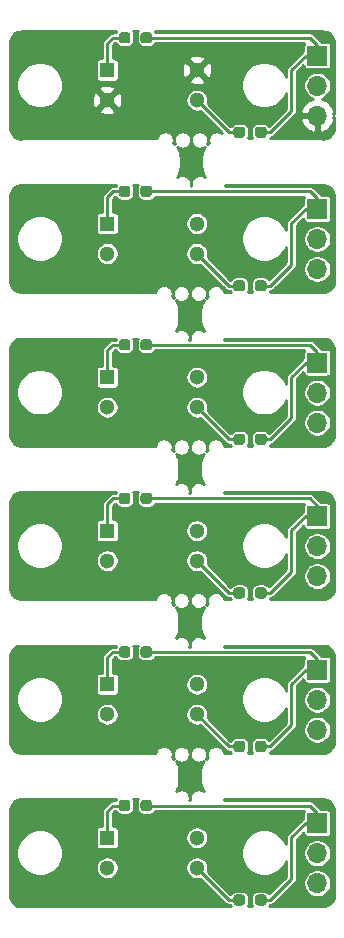
<source format=gbr>
%TF.GenerationSoftware,KiCad,Pcbnew,(5.1.10)-1*%
%TF.CreationDate,2021-10-07T19:24:08+02:00*%
%TF.ProjectId,output.KSI_rotator_endstop,6f757470-7574-42e4-9b53-495f726f7461,rev?*%
%TF.SameCoordinates,Original*%
%TF.FileFunction,Copper,L1,Top*%
%TF.FilePolarity,Positive*%
%FSLAX46Y46*%
G04 Gerber Fmt 4.6, Leading zero omitted, Abs format (unit mm)*
G04 Created by KiCad (PCBNEW (5.1.10)-1) date 2021-10-07 19:24:08*
%MOMM*%
%LPD*%
G01*
G04 APERTURE LIST*
%TA.AperFunction,ComponentPad*%
%ADD10C,1.300000*%
%TD*%
%TA.AperFunction,ComponentPad*%
%ADD11R,1.300000X1.300000*%
%TD*%
%TA.AperFunction,ComponentPad*%
%ADD12O,1.700000X1.700000*%
%TD*%
%TA.AperFunction,ComponentPad*%
%ADD13R,1.700000X1.700000*%
%TD*%
%TA.AperFunction,ViaPad*%
%ADD14C,0.800000*%
%TD*%
%TA.AperFunction,Conductor*%
%ADD15C,0.250000*%
%TD*%
%TA.AperFunction,Conductor*%
%ADD16C,0.254000*%
%TD*%
%TA.AperFunction,Conductor*%
%ADD17C,0.100000*%
%TD*%
G04 APERTURE END LIST*
D10*
%TO.P,U1,4*%
%TO.N,N/C*%
X142000000Y-154770000D03*
%TO.P,U1,2*%
X142000000Y-152230000D03*
%TO.P,U1,3*%
X134400000Y-154770000D03*
D11*
%TO.P,U1,1*%
X134400000Y-152230000D03*
%TD*%
D10*
%TO.P,U1,4*%
%TO.N,N/C*%
X142000000Y-141770000D03*
%TO.P,U1,2*%
X142000000Y-139230000D03*
%TO.P,U1,3*%
X134400000Y-141770000D03*
D11*
%TO.P,U1,1*%
X134400000Y-139230000D03*
%TD*%
D10*
%TO.P,U1,4*%
%TO.N,N/C*%
X142000000Y-128770000D03*
%TO.P,U1,2*%
X142000000Y-126230000D03*
%TO.P,U1,3*%
X134400000Y-128770000D03*
D11*
%TO.P,U1,1*%
X134400000Y-126230000D03*
%TD*%
D10*
%TO.P,U1,4*%
%TO.N,N/C*%
X142000000Y-115770000D03*
%TO.P,U1,2*%
X142000000Y-113230000D03*
%TO.P,U1,3*%
X134400000Y-115770000D03*
D11*
%TO.P,U1,1*%
X134400000Y-113230000D03*
%TD*%
D10*
%TO.P,U1,4*%
%TO.N,N/C*%
X142000000Y-102770000D03*
%TO.P,U1,2*%
X142000000Y-100230000D03*
%TO.P,U1,3*%
X134400000Y-102770000D03*
D11*
%TO.P,U1,1*%
X134400000Y-100230000D03*
%TD*%
D10*
%TO.P,U1,4*%
%TO.N,OUT*%
X142000000Y-89770000D03*
%TO.P,U1,2*%
%TO.N,GND*%
X142000000Y-87230000D03*
%TO.P,U1,3*%
X134400000Y-89770000D03*
D11*
%TO.P,U1,1*%
%TO.N,Net-(R1-Pad1)*%
X134400000Y-87230000D03*
%TD*%
D12*
%TO.P,J1,3*%
%TO.N,N/C*%
X152200000Y-156080000D03*
%TO.P,J1,2*%
X152200000Y-153540000D03*
D13*
%TO.P,J1,1*%
X152200000Y-151000000D03*
%TD*%
%TO.P,R1,2*%
%TO.N,N/C*%
%TA.AperFunction,SMDPad,CuDef*%
G36*
G01*
X137225000Y-149737500D02*
X137225000Y-149262500D01*
G75*
G02*
X137462500Y-149025000I237500J0D01*
G01*
X137962500Y-149025000D01*
G75*
G02*
X138200000Y-149262500I0J-237500D01*
G01*
X138200000Y-149737500D01*
G75*
G02*
X137962500Y-149975000I-237500J0D01*
G01*
X137462500Y-149975000D01*
G75*
G02*
X137225000Y-149737500I0J237500D01*
G01*
G37*
%TD.AperFunction*%
%TO.P,R1,1*%
%TA.AperFunction,SMDPad,CuDef*%
G36*
G01*
X135400000Y-149737500D02*
X135400000Y-149262500D01*
G75*
G02*
X135637500Y-149025000I237500J0D01*
G01*
X136137500Y-149025000D01*
G75*
G02*
X136375000Y-149262500I0J-237500D01*
G01*
X136375000Y-149737500D01*
G75*
G02*
X136137500Y-149975000I-237500J0D01*
G01*
X135637500Y-149975000D01*
G75*
G02*
X135400000Y-149737500I0J237500D01*
G01*
G37*
%TD.AperFunction*%
%TD*%
%TO.P,R2,2*%
%TO.N,N/C*%
%TA.AperFunction,SMDPad,CuDef*%
G36*
G01*
X146925000Y-157737500D02*
X146925000Y-157262500D01*
G75*
G02*
X147162500Y-157025000I237500J0D01*
G01*
X147662500Y-157025000D01*
G75*
G02*
X147900000Y-157262500I0J-237500D01*
G01*
X147900000Y-157737500D01*
G75*
G02*
X147662500Y-157975000I-237500J0D01*
G01*
X147162500Y-157975000D01*
G75*
G02*
X146925000Y-157737500I0J237500D01*
G01*
G37*
%TD.AperFunction*%
%TO.P,R2,1*%
%TA.AperFunction,SMDPad,CuDef*%
G36*
G01*
X145100000Y-157737500D02*
X145100000Y-157262500D01*
G75*
G02*
X145337500Y-157025000I237500J0D01*
G01*
X145837500Y-157025000D01*
G75*
G02*
X146075000Y-157262500I0J-237500D01*
G01*
X146075000Y-157737500D01*
G75*
G02*
X145837500Y-157975000I-237500J0D01*
G01*
X145337500Y-157975000D01*
G75*
G02*
X145100000Y-157737500I0J237500D01*
G01*
G37*
%TD.AperFunction*%
%TD*%
D12*
%TO.P,J1,3*%
%TO.N,N/C*%
X152200000Y-143080000D03*
%TO.P,J1,2*%
X152200000Y-140540000D03*
D13*
%TO.P,J1,1*%
X152200000Y-138000000D03*
%TD*%
%TO.P,R1,2*%
%TO.N,N/C*%
%TA.AperFunction,SMDPad,CuDef*%
G36*
G01*
X137225000Y-136737500D02*
X137225000Y-136262500D01*
G75*
G02*
X137462500Y-136025000I237500J0D01*
G01*
X137962500Y-136025000D01*
G75*
G02*
X138200000Y-136262500I0J-237500D01*
G01*
X138200000Y-136737500D01*
G75*
G02*
X137962500Y-136975000I-237500J0D01*
G01*
X137462500Y-136975000D01*
G75*
G02*
X137225000Y-136737500I0J237500D01*
G01*
G37*
%TD.AperFunction*%
%TO.P,R1,1*%
%TA.AperFunction,SMDPad,CuDef*%
G36*
G01*
X135400000Y-136737500D02*
X135400000Y-136262500D01*
G75*
G02*
X135637500Y-136025000I237500J0D01*
G01*
X136137500Y-136025000D01*
G75*
G02*
X136375000Y-136262500I0J-237500D01*
G01*
X136375000Y-136737500D01*
G75*
G02*
X136137500Y-136975000I-237500J0D01*
G01*
X135637500Y-136975000D01*
G75*
G02*
X135400000Y-136737500I0J237500D01*
G01*
G37*
%TD.AperFunction*%
%TD*%
%TO.P,R2,2*%
%TO.N,N/C*%
%TA.AperFunction,SMDPad,CuDef*%
G36*
G01*
X146925000Y-144737500D02*
X146925000Y-144262500D01*
G75*
G02*
X147162500Y-144025000I237500J0D01*
G01*
X147662500Y-144025000D01*
G75*
G02*
X147900000Y-144262500I0J-237500D01*
G01*
X147900000Y-144737500D01*
G75*
G02*
X147662500Y-144975000I-237500J0D01*
G01*
X147162500Y-144975000D01*
G75*
G02*
X146925000Y-144737500I0J237500D01*
G01*
G37*
%TD.AperFunction*%
%TO.P,R2,1*%
%TA.AperFunction,SMDPad,CuDef*%
G36*
G01*
X145100000Y-144737500D02*
X145100000Y-144262500D01*
G75*
G02*
X145337500Y-144025000I237500J0D01*
G01*
X145837500Y-144025000D01*
G75*
G02*
X146075000Y-144262500I0J-237500D01*
G01*
X146075000Y-144737500D01*
G75*
G02*
X145837500Y-144975000I-237500J0D01*
G01*
X145337500Y-144975000D01*
G75*
G02*
X145100000Y-144737500I0J237500D01*
G01*
G37*
%TD.AperFunction*%
%TD*%
D12*
%TO.P,J1,3*%
%TO.N,N/C*%
X152200000Y-130080000D03*
%TO.P,J1,2*%
X152200000Y-127540000D03*
D13*
%TO.P,J1,1*%
X152200000Y-125000000D03*
%TD*%
%TO.P,R1,2*%
%TO.N,N/C*%
%TA.AperFunction,SMDPad,CuDef*%
G36*
G01*
X137225000Y-123737500D02*
X137225000Y-123262500D01*
G75*
G02*
X137462500Y-123025000I237500J0D01*
G01*
X137962500Y-123025000D01*
G75*
G02*
X138200000Y-123262500I0J-237500D01*
G01*
X138200000Y-123737500D01*
G75*
G02*
X137962500Y-123975000I-237500J0D01*
G01*
X137462500Y-123975000D01*
G75*
G02*
X137225000Y-123737500I0J237500D01*
G01*
G37*
%TD.AperFunction*%
%TO.P,R1,1*%
%TA.AperFunction,SMDPad,CuDef*%
G36*
G01*
X135400000Y-123737500D02*
X135400000Y-123262500D01*
G75*
G02*
X135637500Y-123025000I237500J0D01*
G01*
X136137500Y-123025000D01*
G75*
G02*
X136375000Y-123262500I0J-237500D01*
G01*
X136375000Y-123737500D01*
G75*
G02*
X136137500Y-123975000I-237500J0D01*
G01*
X135637500Y-123975000D01*
G75*
G02*
X135400000Y-123737500I0J237500D01*
G01*
G37*
%TD.AperFunction*%
%TD*%
%TO.P,R2,2*%
%TO.N,N/C*%
%TA.AperFunction,SMDPad,CuDef*%
G36*
G01*
X146925000Y-131737500D02*
X146925000Y-131262500D01*
G75*
G02*
X147162500Y-131025000I237500J0D01*
G01*
X147662500Y-131025000D01*
G75*
G02*
X147900000Y-131262500I0J-237500D01*
G01*
X147900000Y-131737500D01*
G75*
G02*
X147662500Y-131975000I-237500J0D01*
G01*
X147162500Y-131975000D01*
G75*
G02*
X146925000Y-131737500I0J237500D01*
G01*
G37*
%TD.AperFunction*%
%TO.P,R2,1*%
%TA.AperFunction,SMDPad,CuDef*%
G36*
G01*
X145100000Y-131737500D02*
X145100000Y-131262500D01*
G75*
G02*
X145337500Y-131025000I237500J0D01*
G01*
X145837500Y-131025000D01*
G75*
G02*
X146075000Y-131262500I0J-237500D01*
G01*
X146075000Y-131737500D01*
G75*
G02*
X145837500Y-131975000I-237500J0D01*
G01*
X145337500Y-131975000D01*
G75*
G02*
X145100000Y-131737500I0J237500D01*
G01*
G37*
%TD.AperFunction*%
%TD*%
D12*
%TO.P,J1,3*%
%TO.N,N/C*%
X152200000Y-117080000D03*
%TO.P,J1,2*%
X152200000Y-114540000D03*
D13*
%TO.P,J1,1*%
X152200000Y-112000000D03*
%TD*%
%TO.P,R1,2*%
%TO.N,N/C*%
%TA.AperFunction,SMDPad,CuDef*%
G36*
G01*
X137225000Y-110737500D02*
X137225000Y-110262500D01*
G75*
G02*
X137462500Y-110025000I237500J0D01*
G01*
X137962500Y-110025000D01*
G75*
G02*
X138200000Y-110262500I0J-237500D01*
G01*
X138200000Y-110737500D01*
G75*
G02*
X137962500Y-110975000I-237500J0D01*
G01*
X137462500Y-110975000D01*
G75*
G02*
X137225000Y-110737500I0J237500D01*
G01*
G37*
%TD.AperFunction*%
%TO.P,R1,1*%
%TA.AperFunction,SMDPad,CuDef*%
G36*
G01*
X135400000Y-110737500D02*
X135400000Y-110262500D01*
G75*
G02*
X135637500Y-110025000I237500J0D01*
G01*
X136137500Y-110025000D01*
G75*
G02*
X136375000Y-110262500I0J-237500D01*
G01*
X136375000Y-110737500D01*
G75*
G02*
X136137500Y-110975000I-237500J0D01*
G01*
X135637500Y-110975000D01*
G75*
G02*
X135400000Y-110737500I0J237500D01*
G01*
G37*
%TD.AperFunction*%
%TD*%
%TO.P,R2,2*%
%TO.N,N/C*%
%TA.AperFunction,SMDPad,CuDef*%
G36*
G01*
X146925000Y-118737500D02*
X146925000Y-118262500D01*
G75*
G02*
X147162500Y-118025000I237500J0D01*
G01*
X147662500Y-118025000D01*
G75*
G02*
X147900000Y-118262500I0J-237500D01*
G01*
X147900000Y-118737500D01*
G75*
G02*
X147662500Y-118975000I-237500J0D01*
G01*
X147162500Y-118975000D01*
G75*
G02*
X146925000Y-118737500I0J237500D01*
G01*
G37*
%TD.AperFunction*%
%TO.P,R2,1*%
%TA.AperFunction,SMDPad,CuDef*%
G36*
G01*
X145100000Y-118737500D02*
X145100000Y-118262500D01*
G75*
G02*
X145337500Y-118025000I237500J0D01*
G01*
X145837500Y-118025000D01*
G75*
G02*
X146075000Y-118262500I0J-237500D01*
G01*
X146075000Y-118737500D01*
G75*
G02*
X145837500Y-118975000I-237500J0D01*
G01*
X145337500Y-118975000D01*
G75*
G02*
X145100000Y-118737500I0J237500D01*
G01*
G37*
%TD.AperFunction*%
%TD*%
D12*
%TO.P,J1,3*%
%TO.N,N/C*%
X152200000Y-104080000D03*
%TO.P,J1,2*%
X152200000Y-101540000D03*
D13*
%TO.P,J1,1*%
X152200000Y-99000000D03*
%TD*%
%TO.P,R1,2*%
%TO.N,N/C*%
%TA.AperFunction,SMDPad,CuDef*%
G36*
G01*
X137225000Y-97737500D02*
X137225000Y-97262500D01*
G75*
G02*
X137462500Y-97025000I237500J0D01*
G01*
X137962500Y-97025000D01*
G75*
G02*
X138200000Y-97262500I0J-237500D01*
G01*
X138200000Y-97737500D01*
G75*
G02*
X137962500Y-97975000I-237500J0D01*
G01*
X137462500Y-97975000D01*
G75*
G02*
X137225000Y-97737500I0J237500D01*
G01*
G37*
%TD.AperFunction*%
%TO.P,R1,1*%
%TA.AperFunction,SMDPad,CuDef*%
G36*
G01*
X135400000Y-97737500D02*
X135400000Y-97262500D01*
G75*
G02*
X135637500Y-97025000I237500J0D01*
G01*
X136137500Y-97025000D01*
G75*
G02*
X136375000Y-97262500I0J-237500D01*
G01*
X136375000Y-97737500D01*
G75*
G02*
X136137500Y-97975000I-237500J0D01*
G01*
X135637500Y-97975000D01*
G75*
G02*
X135400000Y-97737500I0J237500D01*
G01*
G37*
%TD.AperFunction*%
%TD*%
%TO.P,R2,2*%
%TO.N,N/C*%
%TA.AperFunction,SMDPad,CuDef*%
G36*
G01*
X146925000Y-105737500D02*
X146925000Y-105262500D01*
G75*
G02*
X147162500Y-105025000I237500J0D01*
G01*
X147662500Y-105025000D01*
G75*
G02*
X147900000Y-105262500I0J-237500D01*
G01*
X147900000Y-105737500D01*
G75*
G02*
X147662500Y-105975000I-237500J0D01*
G01*
X147162500Y-105975000D01*
G75*
G02*
X146925000Y-105737500I0J237500D01*
G01*
G37*
%TD.AperFunction*%
%TO.P,R2,1*%
%TA.AperFunction,SMDPad,CuDef*%
G36*
G01*
X145100000Y-105737500D02*
X145100000Y-105262500D01*
G75*
G02*
X145337500Y-105025000I237500J0D01*
G01*
X145837500Y-105025000D01*
G75*
G02*
X146075000Y-105262500I0J-237500D01*
G01*
X146075000Y-105737500D01*
G75*
G02*
X145837500Y-105975000I-237500J0D01*
G01*
X145337500Y-105975000D01*
G75*
G02*
X145100000Y-105737500I0J237500D01*
G01*
G37*
%TD.AperFunction*%
%TD*%
D12*
%TO.P,J1,3*%
%TO.N,GND*%
X152200000Y-91080000D03*
%TO.P,J1,2*%
%TO.N,OUT*%
X152200000Y-88540000D03*
D13*
%TO.P,J1,1*%
%TO.N,+5V*%
X152200000Y-86000000D03*
%TD*%
%TO.P,R2,2*%
%TO.N,+5V*%
%TA.AperFunction,SMDPad,CuDef*%
G36*
G01*
X146925000Y-92737500D02*
X146925000Y-92262500D01*
G75*
G02*
X147162500Y-92025000I237500J0D01*
G01*
X147662500Y-92025000D01*
G75*
G02*
X147900000Y-92262500I0J-237500D01*
G01*
X147900000Y-92737500D01*
G75*
G02*
X147662500Y-92975000I-237500J0D01*
G01*
X147162500Y-92975000D01*
G75*
G02*
X146925000Y-92737500I0J237500D01*
G01*
G37*
%TD.AperFunction*%
%TO.P,R2,1*%
%TO.N,OUT*%
%TA.AperFunction,SMDPad,CuDef*%
G36*
G01*
X145100000Y-92737500D02*
X145100000Y-92262500D01*
G75*
G02*
X145337500Y-92025000I237500J0D01*
G01*
X145837500Y-92025000D01*
G75*
G02*
X146075000Y-92262500I0J-237500D01*
G01*
X146075000Y-92737500D01*
G75*
G02*
X145837500Y-92975000I-237500J0D01*
G01*
X145337500Y-92975000D01*
G75*
G02*
X145100000Y-92737500I0J237500D01*
G01*
G37*
%TD.AperFunction*%
%TD*%
%TO.P,R1,2*%
%TO.N,+5V*%
%TA.AperFunction,SMDPad,CuDef*%
G36*
G01*
X137225000Y-84737500D02*
X137225000Y-84262500D01*
G75*
G02*
X137462500Y-84025000I237500J0D01*
G01*
X137962500Y-84025000D01*
G75*
G02*
X138200000Y-84262500I0J-237500D01*
G01*
X138200000Y-84737500D01*
G75*
G02*
X137962500Y-84975000I-237500J0D01*
G01*
X137462500Y-84975000D01*
G75*
G02*
X137225000Y-84737500I0J237500D01*
G01*
G37*
%TD.AperFunction*%
%TO.P,R1,1*%
%TO.N,Net-(R1-Pad1)*%
%TA.AperFunction,SMDPad,CuDef*%
G36*
G01*
X135400000Y-84737500D02*
X135400000Y-84262500D01*
G75*
G02*
X135637500Y-84025000I237500J0D01*
G01*
X136137500Y-84025000D01*
G75*
G02*
X136375000Y-84262500I0J-237500D01*
G01*
X136375000Y-84737500D01*
G75*
G02*
X136137500Y-84975000I-237500J0D01*
G01*
X135637500Y-84975000D01*
G75*
G02*
X135400000Y-84737500I0J237500D01*
G01*
G37*
%TD.AperFunction*%
%TD*%
D14*
%TO.N,GND*%
X149700000Y-98700000D03*
X127100000Y-105100000D03*
X149900000Y-105400000D03*
X127100000Y-97800000D03*
X149700000Y-111700000D03*
X127100000Y-118100000D03*
X149900000Y-118400000D03*
X127100000Y-110800000D03*
X149700000Y-124700000D03*
X127100000Y-131100000D03*
X149900000Y-131400000D03*
X127100000Y-123800000D03*
X149700000Y-137700000D03*
X127100000Y-144100000D03*
X149900000Y-144400000D03*
X127100000Y-136800000D03*
X149700000Y-150700000D03*
X127100000Y-157100000D03*
X149900000Y-157400000D03*
X127100000Y-149800000D03*
X127100000Y-84800000D03*
X127100000Y-92100000D03*
X149900000Y-92400000D03*
X149700000Y-85700000D03*
%TD*%
D15*
%TO.N,*%
X137712500Y-97500000D02*
X151600000Y-97500000D01*
X148200000Y-105500000D02*
X150000000Y-103700000D01*
X151600000Y-97500000D02*
X152200000Y-98100000D01*
X152200000Y-98100000D02*
X152200000Y-99000000D01*
X151200000Y-99000000D02*
X152200000Y-99000000D01*
X150000000Y-100200000D02*
X151200000Y-99000000D01*
X150000000Y-103700000D02*
X150000000Y-100200000D01*
X147412500Y-105500000D02*
X148200000Y-105500000D01*
X134887500Y-97500000D02*
X134425000Y-97962500D01*
X135887500Y-97500000D02*
X134887500Y-97500000D01*
X134425000Y-97962500D02*
X134425000Y-100305000D01*
X137712500Y-110500000D02*
X151600000Y-110500000D01*
X148200000Y-118500000D02*
X150000000Y-116700000D01*
X151600000Y-110500000D02*
X152200000Y-111100000D01*
X152200000Y-111100000D02*
X152200000Y-112000000D01*
X151200000Y-112000000D02*
X152200000Y-112000000D01*
X150000000Y-113200000D02*
X151200000Y-112000000D01*
X150000000Y-116700000D02*
X150000000Y-113200000D01*
X147412500Y-118500000D02*
X148200000Y-118500000D01*
X134887500Y-110500000D02*
X134425000Y-110962500D01*
X135887500Y-110500000D02*
X134887500Y-110500000D01*
X134425000Y-110962500D02*
X134425000Y-113305000D01*
X137712500Y-123500000D02*
X151600000Y-123500000D01*
X148200000Y-131500000D02*
X150000000Y-129700000D01*
X151600000Y-123500000D02*
X152200000Y-124100000D01*
X152200000Y-124100000D02*
X152200000Y-125000000D01*
X151200000Y-125000000D02*
X152200000Y-125000000D01*
X150000000Y-126200000D02*
X151200000Y-125000000D01*
X150000000Y-129700000D02*
X150000000Y-126200000D01*
X147412500Y-131500000D02*
X148200000Y-131500000D01*
X134887500Y-123500000D02*
X134425000Y-123962500D01*
X135887500Y-123500000D02*
X134887500Y-123500000D01*
X134425000Y-123962500D02*
X134425000Y-126305000D01*
X137712500Y-136500000D02*
X151600000Y-136500000D01*
X148200000Y-144500000D02*
X150000000Y-142700000D01*
X151600000Y-136500000D02*
X152200000Y-137100000D01*
X152200000Y-137100000D02*
X152200000Y-138000000D01*
X151200000Y-138000000D02*
X152200000Y-138000000D01*
X150000000Y-139200000D02*
X151200000Y-138000000D01*
X150000000Y-142700000D02*
X150000000Y-139200000D01*
X147412500Y-144500000D02*
X148200000Y-144500000D01*
X134887500Y-136500000D02*
X134425000Y-136962500D01*
X135887500Y-136500000D02*
X134887500Y-136500000D01*
X134425000Y-136962500D02*
X134425000Y-139305000D01*
X137712500Y-149500000D02*
X151600000Y-149500000D01*
X148200000Y-157500000D02*
X150000000Y-155700000D01*
X151600000Y-149500000D02*
X152200000Y-150100000D01*
X152200000Y-150100000D02*
X152200000Y-151000000D01*
X151200000Y-151000000D02*
X152200000Y-151000000D01*
X150000000Y-152200000D02*
X151200000Y-151000000D01*
X150000000Y-155700000D02*
X150000000Y-152200000D01*
X147412500Y-157500000D02*
X148200000Y-157500000D01*
X134887500Y-149500000D02*
X134425000Y-149962500D01*
X135887500Y-149500000D02*
X134887500Y-149500000D01*
X134425000Y-149962500D02*
X134425000Y-152305000D01*
X142000000Y-115800000D02*
X142000000Y-115770000D01*
X144700000Y-118500000D02*
X142000000Y-115800000D01*
X145487500Y-118500000D02*
X144700000Y-118500000D01*
X142000000Y-102800000D02*
X142000000Y-102770000D01*
X144700000Y-105500000D02*
X142000000Y-102800000D01*
X145487500Y-105500000D02*
X144700000Y-105500000D01*
X142000000Y-154800000D02*
X142000000Y-154770000D01*
X144700000Y-157500000D02*
X142000000Y-154800000D01*
X145487500Y-157500000D02*
X144700000Y-157500000D01*
X142000000Y-141800000D02*
X142000000Y-141770000D01*
X144700000Y-144500000D02*
X142000000Y-141800000D01*
X145487500Y-144500000D02*
X144700000Y-144500000D01*
X144700000Y-131500000D02*
X142000000Y-128800000D01*
X142000000Y-128800000D02*
X142000000Y-128770000D01*
X145487500Y-131500000D02*
X144700000Y-131500000D01*
%TO.N,+5V*%
X152200000Y-85100000D02*
X152200000Y-86000000D01*
X151600000Y-84500000D02*
X152200000Y-85100000D01*
X137712500Y-84500000D02*
X151600000Y-84500000D01*
X150000000Y-87200000D02*
X151200000Y-86000000D01*
X150000000Y-90700000D02*
X150000000Y-87200000D01*
X148200000Y-92500000D02*
X150000000Y-90700000D01*
X151200000Y-86000000D02*
X152200000Y-86000000D01*
X147412500Y-92500000D02*
X148200000Y-92500000D01*
%TO.N,Net-(R1-Pad1)*%
X134425000Y-84962500D02*
X134425000Y-87305000D01*
X134887500Y-84500000D02*
X134425000Y-84962500D01*
X135887500Y-84500000D02*
X134887500Y-84500000D01*
%TO.N,OUT*%
X142000000Y-89800000D02*
X142000000Y-89770000D01*
X144700000Y-92500000D02*
X142000000Y-89800000D01*
X145487500Y-92500000D02*
X144700000Y-92500000D01*
%TD*%
D16*
%TO.N,GND*%
X127126095Y-148971545D02*
X127181481Y-148977000D01*
X135151320Y-148977000D01*
X135114508Y-149045870D01*
X135113862Y-149048000D01*
X134909705Y-149048000D01*
X134887500Y-149045813D01*
X134798892Y-149054540D01*
X134774109Y-149062058D01*
X134713690Y-149080386D01*
X134635167Y-149122357D01*
X134566341Y-149178841D01*
X134552181Y-149196095D01*
X134121100Y-149627177D01*
X134103841Y-149641341D01*
X134047357Y-149710168D01*
X134019427Y-149762422D01*
X134005386Y-149788691D01*
X133979540Y-149873893D01*
X133970813Y-149962500D01*
X133973000Y-149984705D01*
X133973001Y-151251418D01*
X133750000Y-151251418D01*
X133685897Y-151257732D01*
X133624257Y-151276430D01*
X133567450Y-151306794D01*
X133517657Y-151347657D01*
X133476794Y-151397450D01*
X133446430Y-151454257D01*
X133427732Y-151515897D01*
X133421418Y-151580000D01*
X133421418Y-152880000D01*
X133427732Y-152944103D01*
X133446430Y-153005743D01*
X133476794Y-153062550D01*
X133517657Y-153112343D01*
X133567450Y-153153206D01*
X133624257Y-153183570D01*
X133685897Y-153202268D01*
X133750000Y-153208582D01*
X135050000Y-153208582D01*
X135114103Y-153202268D01*
X135175743Y-153183570D01*
X135232550Y-153153206D01*
X135282343Y-153112343D01*
X135323206Y-153062550D01*
X135353570Y-153005743D01*
X135372268Y-152944103D01*
X135378582Y-152880000D01*
X135378582Y-152133774D01*
X141023000Y-152133774D01*
X141023000Y-152326226D01*
X141060546Y-152514980D01*
X141134194Y-152692783D01*
X141241115Y-152852801D01*
X141377199Y-152988885D01*
X141537217Y-153095806D01*
X141715020Y-153169454D01*
X141903774Y-153207000D01*
X142096226Y-153207000D01*
X142284980Y-153169454D01*
X142462783Y-153095806D01*
X142622801Y-152988885D01*
X142758885Y-152852801D01*
X142865806Y-152692783D01*
X142939454Y-152514980D01*
X142977000Y-152326226D01*
X142977000Y-152133774D01*
X142939454Y-151945020D01*
X142865806Y-151767217D01*
X142758885Y-151607199D01*
X142622801Y-151471115D01*
X142462783Y-151364194D01*
X142284980Y-151290546D01*
X142096226Y-151253000D01*
X141903774Y-151253000D01*
X141715020Y-151290546D01*
X141537217Y-151364194D01*
X141377199Y-151471115D01*
X141241115Y-151607199D01*
X141134194Y-151767217D01*
X141060546Y-151945020D01*
X141023000Y-152133774D01*
X135378582Y-152133774D01*
X135378582Y-151580000D01*
X135372268Y-151515897D01*
X135353570Y-151454257D01*
X135323206Y-151397450D01*
X135282343Y-151347657D01*
X135232550Y-151306794D01*
X135175743Y-151276430D01*
X135114103Y-151257732D01*
X135050000Y-151251418D01*
X134877000Y-151251418D01*
X134877000Y-150149723D01*
X135074724Y-149952000D01*
X135113862Y-149952000D01*
X135114508Y-149954130D01*
X135166820Y-150051998D01*
X135237220Y-150137780D01*
X135323002Y-150208180D01*
X135420870Y-150260492D01*
X135527063Y-150292705D01*
X135637500Y-150303582D01*
X136137500Y-150303582D01*
X136247937Y-150292705D01*
X136354130Y-150260492D01*
X136451998Y-150208180D01*
X136537780Y-150137780D01*
X136608180Y-150051998D01*
X136660492Y-149954130D01*
X136692705Y-149847937D01*
X136703582Y-149737500D01*
X136703582Y-149262500D01*
X136692705Y-149152063D01*
X136660492Y-149045870D01*
X136623680Y-148977000D01*
X136976320Y-148977000D01*
X136939508Y-149045870D01*
X136907295Y-149152063D01*
X136896418Y-149262500D01*
X136896418Y-149737500D01*
X136907295Y-149847937D01*
X136939508Y-149954130D01*
X136991820Y-150051998D01*
X137062220Y-150137780D01*
X137148002Y-150208180D01*
X137245870Y-150260492D01*
X137352063Y-150292705D01*
X137462500Y-150303582D01*
X137962500Y-150303582D01*
X138072937Y-150292705D01*
X138179130Y-150260492D01*
X138276998Y-150208180D01*
X138362780Y-150137780D01*
X138433180Y-150051998D01*
X138485492Y-149954130D01*
X138486138Y-149952000D01*
X151089473Y-149952000D01*
X151076794Y-149967450D01*
X151046430Y-150024257D01*
X151027732Y-150085897D01*
X151021418Y-150150000D01*
X151021418Y-150582937D01*
X150947667Y-150622357D01*
X150878841Y-150678841D01*
X150864685Y-150696090D01*
X149696096Y-151864681D01*
X149678842Y-151878841D01*
X149624530Y-151945020D01*
X149622358Y-151947667D01*
X149580386Y-152026191D01*
X149554540Y-152111393D01*
X149545813Y-152200000D01*
X149548001Y-152222215D01*
X149548001Y-152795318D01*
X149451995Y-152563539D01*
X149235636Y-152239736D01*
X148960264Y-151964364D01*
X148636461Y-151748005D01*
X148276670Y-151598975D01*
X147894718Y-151523000D01*
X147505282Y-151523000D01*
X147123330Y-151598975D01*
X146763539Y-151748005D01*
X146439736Y-151964364D01*
X146164364Y-152239736D01*
X145948005Y-152563539D01*
X145798975Y-152923330D01*
X145723000Y-153305282D01*
X145723000Y-153694718D01*
X145798975Y-154076670D01*
X145948005Y-154436461D01*
X146164364Y-154760264D01*
X146439736Y-155035636D01*
X146763539Y-155251995D01*
X147123330Y-155401025D01*
X147505282Y-155477000D01*
X147894718Y-155477000D01*
X148276670Y-155401025D01*
X148636461Y-155251995D01*
X148960264Y-155035636D01*
X149235636Y-154760264D01*
X149451995Y-154436461D01*
X149548000Y-154204683D01*
X149548000Y-155512775D01*
X148123982Y-156936795D01*
X148062780Y-156862220D01*
X147976998Y-156791820D01*
X147879130Y-156739508D01*
X147772937Y-156707295D01*
X147662500Y-156696418D01*
X147162500Y-156696418D01*
X147052063Y-156707295D01*
X146945870Y-156739508D01*
X146848002Y-156791820D01*
X146762220Y-156862220D01*
X146691820Y-156948002D01*
X146639508Y-157045870D01*
X146607295Y-157152063D01*
X146596418Y-157262500D01*
X146596418Y-157737500D01*
X146607295Y-157847937D01*
X146639508Y-157954130D01*
X146689683Y-158048000D01*
X146310317Y-158048000D01*
X146360492Y-157954130D01*
X146392705Y-157847937D01*
X146403582Y-157737500D01*
X146403582Y-157262500D01*
X146392705Y-157152063D01*
X146360492Y-157045870D01*
X146308180Y-156948002D01*
X146237780Y-156862220D01*
X146151998Y-156791820D01*
X146054130Y-156739508D01*
X145947937Y-156707295D01*
X145837500Y-156696418D01*
X145337500Y-156696418D01*
X145227063Y-156707295D01*
X145120870Y-156739508D01*
X145023002Y-156791820D01*
X144937220Y-156862220D01*
X144866820Y-156948002D01*
X144839095Y-156999871D01*
X142926200Y-155086977D01*
X142939454Y-155054980D01*
X142977000Y-154866226D01*
X142977000Y-154673774D01*
X142939454Y-154485020D01*
X142865806Y-154307217D01*
X142758885Y-154147199D01*
X142622801Y-154011115D01*
X142462783Y-153904194D01*
X142284980Y-153830546D01*
X142096226Y-153793000D01*
X141903774Y-153793000D01*
X141715020Y-153830546D01*
X141537217Y-153904194D01*
X141377199Y-154011115D01*
X141241115Y-154147199D01*
X141134194Y-154307217D01*
X141060546Y-154485020D01*
X141023000Y-154673774D01*
X141023000Y-154866226D01*
X141060546Y-155054980D01*
X141134194Y-155232783D01*
X141241115Y-155392801D01*
X141377199Y-155528885D01*
X141537217Y-155635806D01*
X141715020Y-155709454D01*
X141903774Y-155747000D01*
X142096226Y-155747000D01*
X142272678Y-155711901D01*
X144364681Y-157803905D01*
X144378841Y-157821159D01*
X144447667Y-157877643D01*
X144526190Y-157919614D01*
X144611392Y-157945460D01*
X144700000Y-157954187D01*
X144722205Y-157952000D01*
X144813862Y-157952000D01*
X144814508Y-157954130D01*
X144864683Y-158048000D01*
X127217215Y-158048000D01*
X126996770Y-158026385D01*
X126801283Y-157967364D01*
X126620978Y-157871495D01*
X126462734Y-157742434D01*
X126332570Y-157585094D01*
X126235444Y-157405462D01*
X126175060Y-157210392D01*
X126152000Y-156990999D01*
X126152000Y-153305282D01*
X126723000Y-153305282D01*
X126723000Y-153694718D01*
X126798975Y-154076670D01*
X126948005Y-154436461D01*
X127164364Y-154760264D01*
X127439736Y-155035636D01*
X127763539Y-155251995D01*
X128123330Y-155401025D01*
X128505282Y-155477000D01*
X128894718Y-155477000D01*
X129276670Y-155401025D01*
X129636461Y-155251995D01*
X129960264Y-155035636D01*
X130235636Y-154760264D01*
X130293426Y-154673774D01*
X133423000Y-154673774D01*
X133423000Y-154866226D01*
X133460546Y-155054980D01*
X133534194Y-155232783D01*
X133641115Y-155392801D01*
X133777199Y-155528885D01*
X133937217Y-155635806D01*
X134115020Y-155709454D01*
X134303774Y-155747000D01*
X134496226Y-155747000D01*
X134684980Y-155709454D01*
X134862783Y-155635806D01*
X135022801Y-155528885D01*
X135158885Y-155392801D01*
X135265806Y-155232783D01*
X135339454Y-155054980D01*
X135377000Y-154866226D01*
X135377000Y-154673774D01*
X135339454Y-154485020D01*
X135265806Y-154307217D01*
X135158885Y-154147199D01*
X135022801Y-154011115D01*
X134862783Y-153904194D01*
X134684980Y-153830546D01*
X134496226Y-153793000D01*
X134303774Y-153793000D01*
X134115020Y-153830546D01*
X133937217Y-153904194D01*
X133777199Y-154011115D01*
X133641115Y-154147199D01*
X133534194Y-154307217D01*
X133460546Y-154485020D01*
X133423000Y-154673774D01*
X130293426Y-154673774D01*
X130451995Y-154436461D01*
X130601025Y-154076670D01*
X130677000Y-153694718D01*
X130677000Y-153305282D01*
X130601025Y-152923330D01*
X130451995Y-152563539D01*
X130235636Y-152239736D01*
X129960264Y-151964364D01*
X129636461Y-151748005D01*
X129276670Y-151598975D01*
X128894718Y-151523000D01*
X128505282Y-151523000D01*
X128123330Y-151598975D01*
X127763539Y-151748005D01*
X127439736Y-151964364D01*
X127164364Y-152239736D01*
X126948005Y-152563539D01*
X126798975Y-152923330D01*
X126723000Y-153305282D01*
X126152000Y-153305282D01*
X126152000Y-150017215D01*
X126173615Y-149796768D01*
X126232637Y-149601281D01*
X126328507Y-149420976D01*
X126457570Y-149262730D01*
X126614909Y-149132568D01*
X126794535Y-149035445D01*
X126989608Y-148975060D01*
X127099577Y-148963501D01*
X127126095Y-148971545D01*
%TA.AperFunction,Conductor*%
D17*
G36*
X127126095Y-148971545D02*
G01*
X127181481Y-148977000D01*
X135151320Y-148977000D01*
X135114508Y-149045870D01*
X135113862Y-149048000D01*
X134909705Y-149048000D01*
X134887500Y-149045813D01*
X134798892Y-149054540D01*
X134774109Y-149062058D01*
X134713690Y-149080386D01*
X134635167Y-149122357D01*
X134566341Y-149178841D01*
X134552181Y-149196095D01*
X134121100Y-149627177D01*
X134103841Y-149641341D01*
X134047357Y-149710168D01*
X134019427Y-149762422D01*
X134005386Y-149788691D01*
X133979540Y-149873893D01*
X133970813Y-149962500D01*
X133973000Y-149984705D01*
X133973001Y-151251418D01*
X133750000Y-151251418D01*
X133685897Y-151257732D01*
X133624257Y-151276430D01*
X133567450Y-151306794D01*
X133517657Y-151347657D01*
X133476794Y-151397450D01*
X133446430Y-151454257D01*
X133427732Y-151515897D01*
X133421418Y-151580000D01*
X133421418Y-152880000D01*
X133427732Y-152944103D01*
X133446430Y-153005743D01*
X133476794Y-153062550D01*
X133517657Y-153112343D01*
X133567450Y-153153206D01*
X133624257Y-153183570D01*
X133685897Y-153202268D01*
X133750000Y-153208582D01*
X135050000Y-153208582D01*
X135114103Y-153202268D01*
X135175743Y-153183570D01*
X135232550Y-153153206D01*
X135282343Y-153112343D01*
X135323206Y-153062550D01*
X135353570Y-153005743D01*
X135372268Y-152944103D01*
X135378582Y-152880000D01*
X135378582Y-152133774D01*
X141023000Y-152133774D01*
X141023000Y-152326226D01*
X141060546Y-152514980D01*
X141134194Y-152692783D01*
X141241115Y-152852801D01*
X141377199Y-152988885D01*
X141537217Y-153095806D01*
X141715020Y-153169454D01*
X141903774Y-153207000D01*
X142096226Y-153207000D01*
X142284980Y-153169454D01*
X142462783Y-153095806D01*
X142622801Y-152988885D01*
X142758885Y-152852801D01*
X142865806Y-152692783D01*
X142939454Y-152514980D01*
X142977000Y-152326226D01*
X142977000Y-152133774D01*
X142939454Y-151945020D01*
X142865806Y-151767217D01*
X142758885Y-151607199D01*
X142622801Y-151471115D01*
X142462783Y-151364194D01*
X142284980Y-151290546D01*
X142096226Y-151253000D01*
X141903774Y-151253000D01*
X141715020Y-151290546D01*
X141537217Y-151364194D01*
X141377199Y-151471115D01*
X141241115Y-151607199D01*
X141134194Y-151767217D01*
X141060546Y-151945020D01*
X141023000Y-152133774D01*
X135378582Y-152133774D01*
X135378582Y-151580000D01*
X135372268Y-151515897D01*
X135353570Y-151454257D01*
X135323206Y-151397450D01*
X135282343Y-151347657D01*
X135232550Y-151306794D01*
X135175743Y-151276430D01*
X135114103Y-151257732D01*
X135050000Y-151251418D01*
X134877000Y-151251418D01*
X134877000Y-150149723D01*
X135074724Y-149952000D01*
X135113862Y-149952000D01*
X135114508Y-149954130D01*
X135166820Y-150051998D01*
X135237220Y-150137780D01*
X135323002Y-150208180D01*
X135420870Y-150260492D01*
X135527063Y-150292705D01*
X135637500Y-150303582D01*
X136137500Y-150303582D01*
X136247937Y-150292705D01*
X136354130Y-150260492D01*
X136451998Y-150208180D01*
X136537780Y-150137780D01*
X136608180Y-150051998D01*
X136660492Y-149954130D01*
X136692705Y-149847937D01*
X136703582Y-149737500D01*
X136703582Y-149262500D01*
X136692705Y-149152063D01*
X136660492Y-149045870D01*
X136623680Y-148977000D01*
X136976320Y-148977000D01*
X136939508Y-149045870D01*
X136907295Y-149152063D01*
X136896418Y-149262500D01*
X136896418Y-149737500D01*
X136907295Y-149847937D01*
X136939508Y-149954130D01*
X136991820Y-150051998D01*
X137062220Y-150137780D01*
X137148002Y-150208180D01*
X137245870Y-150260492D01*
X137352063Y-150292705D01*
X137462500Y-150303582D01*
X137962500Y-150303582D01*
X138072937Y-150292705D01*
X138179130Y-150260492D01*
X138276998Y-150208180D01*
X138362780Y-150137780D01*
X138433180Y-150051998D01*
X138485492Y-149954130D01*
X138486138Y-149952000D01*
X151089473Y-149952000D01*
X151076794Y-149967450D01*
X151046430Y-150024257D01*
X151027732Y-150085897D01*
X151021418Y-150150000D01*
X151021418Y-150582937D01*
X150947667Y-150622357D01*
X150878841Y-150678841D01*
X150864685Y-150696090D01*
X149696096Y-151864681D01*
X149678842Y-151878841D01*
X149624530Y-151945020D01*
X149622358Y-151947667D01*
X149580386Y-152026191D01*
X149554540Y-152111393D01*
X149545813Y-152200000D01*
X149548001Y-152222215D01*
X149548001Y-152795318D01*
X149451995Y-152563539D01*
X149235636Y-152239736D01*
X148960264Y-151964364D01*
X148636461Y-151748005D01*
X148276670Y-151598975D01*
X147894718Y-151523000D01*
X147505282Y-151523000D01*
X147123330Y-151598975D01*
X146763539Y-151748005D01*
X146439736Y-151964364D01*
X146164364Y-152239736D01*
X145948005Y-152563539D01*
X145798975Y-152923330D01*
X145723000Y-153305282D01*
X145723000Y-153694718D01*
X145798975Y-154076670D01*
X145948005Y-154436461D01*
X146164364Y-154760264D01*
X146439736Y-155035636D01*
X146763539Y-155251995D01*
X147123330Y-155401025D01*
X147505282Y-155477000D01*
X147894718Y-155477000D01*
X148276670Y-155401025D01*
X148636461Y-155251995D01*
X148960264Y-155035636D01*
X149235636Y-154760264D01*
X149451995Y-154436461D01*
X149548000Y-154204683D01*
X149548000Y-155512775D01*
X148123982Y-156936795D01*
X148062780Y-156862220D01*
X147976998Y-156791820D01*
X147879130Y-156739508D01*
X147772937Y-156707295D01*
X147662500Y-156696418D01*
X147162500Y-156696418D01*
X147052063Y-156707295D01*
X146945870Y-156739508D01*
X146848002Y-156791820D01*
X146762220Y-156862220D01*
X146691820Y-156948002D01*
X146639508Y-157045870D01*
X146607295Y-157152063D01*
X146596418Y-157262500D01*
X146596418Y-157737500D01*
X146607295Y-157847937D01*
X146639508Y-157954130D01*
X146689683Y-158048000D01*
X146310317Y-158048000D01*
X146360492Y-157954130D01*
X146392705Y-157847937D01*
X146403582Y-157737500D01*
X146403582Y-157262500D01*
X146392705Y-157152063D01*
X146360492Y-157045870D01*
X146308180Y-156948002D01*
X146237780Y-156862220D01*
X146151998Y-156791820D01*
X146054130Y-156739508D01*
X145947937Y-156707295D01*
X145837500Y-156696418D01*
X145337500Y-156696418D01*
X145227063Y-156707295D01*
X145120870Y-156739508D01*
X145023002Y-156791820D01*
X144937220Y-156862220D01*
X144866820Y-156948002D01*
X144839095Y-156999871D01*
X142926200Y-155086977D01*
X142939454Y-155054980D01*
X142977000Y-154866226D01*
X142977000Y-154673774D01*
X142939454Y-154485020D01*
X142865806Y-154307217D01*
X142758885Y-154147199D01*
X142622801Y-154011115D01*
X142462783Y-153904194D01*
X142284980Y-153830546D01*
X142096226Y-153793000D01*
X141903774Y-153793000D01*
X141715020Y-153830546D01*
X141537217Y-153904194D01*
X141377199Y-154011115D01*
X141241115Y-154147199D01*
X141134194Y-154307217D01*
X141060546Y-154485020D01*
X141023000Y-154673774D01*
X141023000Y-154866226D01*
X141060546Y-155054980D01*
X141134194Y-155232783D01*
X141241115Y-155392801D01*
X141377199Y-155528885D01*
X141537217Y-155635806D01*
X141715020Y-155709454D01*
X141903774Y-155747000D01*
X142096226Y-155747000D01*
X142272678Y-155711901D01*
X144364681Y-157803905D01*
X144378841Y-157821159D01*
X144447667Y-157877643D01*
X144526190Y-157919614D01*
X144611392Y-157945460D01*
X144700000Y-157954187D01*
X144722205Y-157952000D01*
X144813862Y-157952000D01*
X144814508Y-157954130D01*
X144864683Y-158048000D01*
X127217215Y-158048000D01*
X126996770Y-158026385D01*
X126801283Y-157967364D01*
X126620978Y-157871495D01*
X126462734Y-157742434D01*
X126332570Y-157585094D01*
X126235444Y-157405462D01*
X126175060Y-157210392D01*
X126152000Y-156990999D01*
X126152000Y-153305282D01*
X126723000Y-153305282D01*
X126723000Y-153694718D01*
X126798975Y-154076670D01*
X126948005Y-154436461D01*
X127164364Y-154760264D01*
X127439736Y-155035636D01*
X127763539Y-155251995D01*
X128123330Y-155401025D01*
X128505282Y-155477000D01*
X128894718Y-155477000D01*
X129276670Y-155401025D01*
X129636461Y-155251995D01*
X129960264Y-155035636D01*
X130235636Y-154760264D01*
X130293426Y-154673774D01*
X133423000Y-154673774D01*
X133423000Y-154866226D01*
X133460546Y-155054980D01*
X133534194Y-155232783D01*
X133641115Y-155392801D01*
X133777199Y-155528885D01*
X133937217Y-155635806D01*
X134115020Y-155709454D01*
X134303774Y-155747000D01*
X134496226Y-155747000D01*
X134684980Y-155709454D01*
X134862783Y-155635806D01*
X135022801Y-155528885D01*
X135158885Y-155392801D01*
X135265806Y-155232783D01*
X135339454Y-155054980D01*
X135377000Y-154866226D01*
X135377000Y-154673774D01*
X135339454Y-154485020D01*
X135265806Y-154307217D01*
X135158885Y-154147199D01*
X135022801Y-154011115D01*
X134862783Y-153904194D01*
X134684980Y-153830546D01*
X134496226Y-153793000D01*
X134303774Y-153793000D01*
X134115020Y-153830546D01*
X133937217Y-153904194D01*
X133777199Y-154011115D01*
X133641115Y-154147199D01*
X133534194Y-154307217D01*
X133460546Y-154485020D01*
X133423000Y-154673774D01*
X130293426Y-154673774D01*
X130451995Y-154436461D01*
X130601025Y-154076670D01*
X130677000Y-153694718D01*
X130677000Y-153305282D01*
X130601025Y-152923330D01*
X130451995Y-152563539D01*
X130235636Y-152239736D01*
X129960264Y-151964364D01*
X129636461Y-151748005D01*
X129276670Y-151598975D01*
X128894718Y-151523000D01*
X128505282Y-151523000D01*
X128123330Y-151598975D01*
X127763539Y-151748005D01*
X127439736Y-151964364D01*
X127164364Y-152239736D01*
X126948005Y-152563539D01*
X126798975Y-152923330D01*
X126723000Y-153305282D01*
X126152000Y-153305282D01*
X126152000Y-150017215D01*
X126173615Y-149796768D01*
X126232637Y-149601281D01*
X126328507Y-149420976D01*
X126457570Y-149262730D01*
X126614909Y-149132568D01*
X126794535Y-149035445D01*
X126989608Y-148975060D01*
X127099577Y-148963501D01*
X127126095Y-148971545D01*
G37*
%TD.AperFunction*%
D16*
X152803232Y-148973615D02*
X152998719Y-149032637D01*
X153179024Y-149128507D01*
X153337270Y-149257570D01*
X153467432Y-149414909D01*
X153564555Y-149594535D01*
X153624940Y-149789608D01*
X153648000Y-150009001D01*
X153648001Y-156982775D01*
X153626385Y-157203230D01*
X153567364Y-157398717D01*
X153471495Y-157579022D01*
X153342434Y-157737266D01*
X153185094Y-157867430D01*
X153005462Y-157964556D01*
X152810392Y-158024940D01*
X152590999Y-158048000D01*
X148135317Y-158048000D01*
X148185492Y-157954130D01*
X148185896Y-157952798D01*
X148200000Y-157954187D01*
X148222205Y-157952000D01*
X148288607Y-157945460D01*
X148373810Y-157919614D01*
X148452333Y-157877643D01*
X148521159Y-157821159D01*
X148535323Y-157803900D01*
X150303912Y-156035313D01*
X150321159Y-156021159D01*
X150368005Y-155964076D01*
X151023000Y-155964076D01*
X151023000Y-156195924D01*
X151068231Y-156423318D01*
X151156956Y-156637519D01*
X151285764Y-156830294D01*
X151449706Y-156994236D01*
X151642481Y-157123044D01*
X151856682Y-157211769D01*
X152084076Y-157257000D01*
X152315924Y-157257000D01*
X152543318Y-157211769D01*
X152757519Y-157123044D01*
X152950294Y-156994236D01*
X153114236Y-156830294D01*
X153243044Y-156637519D01*
X153331769Y-156423318D01*
X153377000Y-156195924D01*
X153377000Y-155964076D01*
X153331769Y-155736682D01*
X153243044Y-155522481D01*
X153114236Y-155329706D01*
X152950294Y-155165764D01*
X152757519Y-155036956D01*
X152543318Y-154948231D01*
X152315924Y-154903000D01*
X152084076Y-154903000D01*
X151856682Y-154948231D01*
X151642481Y-155036956D01*
X151449706Y-155165764D01*
X151285764Y-155329706D01*
X151156956Y-155522481D01*
X151068231Y-155736682D01*
X151023000Y-155964076D01*
X150368005Y-155964076D01*
X150377643Y-155952333D01*
X150419614Y-155873810D01*
X150445460Y-155788607D01*
X150452000Y-155722205D01*
X150452000Y-155722204D01*
X150454187Y-155700001D01*
X150452000Y-155677796D01*
X150452000Y-153424076D01*
X151023000Y-153424076D01*
X151023000Y-153655924D01*
X151068231Y-153883318D01*
X151156956Y-154097519D01*
X151285764Y-154290294D01*
X151449706Y-154454236D01*
X151642481Y-154583044D01*
X151856682Y-154671769D01*
X152084076Y-154717000D01*
X152315924Y-154717000D01*
X152543318Y-154671769D01*
X152757519Y-154583044D01*
X152950294Y-154454236D01*
X153114236Y-154290294D01*
X153243044Y-154097519D01*
X153331769Y-153883318D01*
X153377000Y-153655924D01*
X153377000Y-153424076D01*
X153331769Y-153196682D01*
X153243044Y-152982481D01*
X153114236Y-152789706D01*
X152950294Y-152625764D01*
X152757519Y-152496956D01*
X152543318Y-152408231D01*
X152315924Y-152363000D01*
X152084076Y-152363000D01*
X151856682Y-152408231D01*
X151642481Y-152496956D01*
X151449706Y-152625764D01*
X151285764Y-152789706D01*
X151156956Y-152982481D01*
X151068231Y-153196682D01*
X151023000Y-153424076D01*
X150452000Y-153424076D01*
X150452000Y-152387223D01*
X151021418Y-151817806D01*
X151021418Y-151850000D01*
X151027732Y-151914103D01*
X151046430Y-151975743D01*
X151076794Y-152032550D01*
X151117657Y-152082343D01*
X151167450Y-152123206D01*
X151224257Y-152153570D01*
X151285897Y-152172268D01*
X151350000Y-152178582D01*
X153050000Y-152178582D01*
X153114103Y-152172268D01*
X153175743Y-152153570D01*
X153232550Y-152123206D01*
X153282343Y-152082343D01*
X153323206Y-152032550D01*
X153353570Y-151975743D01*
X153372268Y-151914103D01*
X153378582Y-151850000D01*
X153378582Y-150150000D01*
X153372268Y-150085897D01*
X153353570Y-150024257D01*
X153323206Y-149967450D01*
X153282343Y-149917657D01*
X153232550Y-149876794D01*
X153175743Y-149846430D01*
X153114103Y-149827732D01*
X153050000Y-149821418D01*
X152556101Y-149821418D01*
X152521159Y-149778841D01*
X152503911Y-149764686D01*
X151935323Y-149196100D01*
X151921159Y-149178841D01*
X151852333Y-149122357D01*
X151773810Y-149080386D01*
X151688607Y-149054540D01*
X151622205Y-149048000D01*
X151600000Y-149045813D01*
X151577795Y-149048000D01*
X144289616Y-149048000D01*
X144303739Y-148977000D01*
X152618519Y-148977000D01*
X152673905Y-148971545D01*
X152700339Y-148963526D01*
X152803232Y-148973615D01*
%TA.AperFunction,Conductor*%
D17*
G36*
X152803232Y-148973615D02*
G01*
X152998719Y-149032637D01*
X153179024Y-149128507D01*
X153337270Y-149257570D01*
X153467432Y-149414909D01*
X153564555Y-149594535D01*
X153624940Y-149789608D01*
X153648000Y-150009001D01*
X153648001Y-156982775D01*
X153626385Y-157203230D01*
X153567364Y-157398717D01*
X153471495Y-157579022D01*
X153342434Y-157737266D01*
X153185094Y-157867430D01*
X153005462Y-157964556D01*
X152810392Y-158024940D01*
X152590999Y-158048000D01*
X148135317Y-158048000D01*
X148185492Y-157954130D01*
X148185896Y-157952798D01*
X148200000Y-157954187D01*
X148222205Y-157952000D01*
X148288607Y-157945460D01*
X148373810Y-157919614D01*
X148452333Y-157877643D01*
X148521159Y-157821159D01*
X148535323Y-157803900D01*
X150303912Y-156035313D01*
X150321159Y-156021159D01*
X150368005Y-155964076D01*
X151023000Y-155964076D01*
X151023000Y-156195924D01*
X151068231Y-156423318D01*
X151156956Y-156637519D01*
X151285764Y-156830294D01*
X151449706Y-156994236D01*
X151642481Y-157123044D01*
X151856682Y-157211769D01*
X152084076Y-157257000D01*
X152315924Y-157257000D01*
X152543318Y-157211769D01*
X152757519Y-157123044D01*
X152950294Y-156994236D01*
X153114236Y-156830294D01*
X153243044Y-156637519D01*
X153331769Y-156423318D01*
X153377000Y-156195924D01*
X153377000Y-155964076D01*
X153331769Y-155736682D01*
X153243044Y-155522481D01*
X153114236Y-155329706D01*
X152950294Y-155165764D01*
X152757519Y-155036956D01*
X152543318Y-154948231D01*
X152315924Y-154903000D01*
X152084076Y-154903000D01*
X151856682Y-154948231D01*
X151642481Y-155036956D01*
X151449706Y-155165764D01*
X151285764Y-155329706D01*
X151156956Y-155522481D01*
X151068231Y-155736682D01*
X151023000Y-155964076D01*
X150368005Y-155964076D01*
X150377643Y-155952333D01*
X150419614Y-155873810D01*
X150445460Y-155788607D01*
X150452000Y-155722205D01*
X150452000Y-155722204D01*
X150454187Y-155700001D01*
X150452000Y-155677796D01*
X150452000Y-153424076D01*
X151023000Y-153424076D01*
X151023000Y-153655924D01*
X151068231Y-153883318D01*
X151156956Y-154097519D01*
X151285764Y-154290294D01*
X151449706Y-154454236D01*
X151642481Y-154583044D01*
X151856682Y-154671769D01*
X152084076Y-154717000D01*
X152315924Y-154717000D01*
X152543318Y-154671769D01*
X152757519Y-154583044D01*
X152950294Y-154454236D01*
X153114236Y-154290294D01*
X153243044Y-154097519D01*
X153331769Y-153883318D01*
X153377000Y-153655924D01*
X153377000Y-153424076D01*
X153331769Y-153196682D01*
X153243044Y-152982481D01*
X153114236Y-152789706D01*
X152950294Y-152625764D01*
X152757519Y-152496956D01*
X152543318Y-152408231D01*
X152315924Y-152363000D01*
X152084076Y-152363000D01*
X151856682Y-152408231D01*
X151642481Y-152496956D01*
X151449706Y-152625764D01*
X151285764Y-152789706D01*
X151156956Y-152982481D01*
X151068231Y-153196682D01*
X151023000Y-153424076D01*
X150452000Y-153424076D01*
X150452000Y-152387223D01*
X151021418Y-151817806D01*
X151021418Y-151850000D01*
X151027732Y-151914103D01*
X151046430Y-151975743D01*
X151076794Y-152032550D01*
X151117657Y-152082343D01*
X151167450Y-152123206D01*
X151224257Y-152153570D01*
X151285897Y-152172268D01*
X151350000Y-152178582D01*
X153050000Y-152178582D01*
X153114103Y-152172268D01*
X153175743Y-152153570D01*
X153232550Y-152123206D01*
X153282343Y-152082343D01*
X153323206Y-152032550D01*
X153353570Y-151975743D01*
X153372268Y-151914103D01*
X153378582Y-151850000D01*
X153378582Y-150150000D01*
X153372268Y-150085897D01*
X153353570Y-150024257D01*
X153323206Y-149967450D01*
X153282343Y-149917657D01*
X153232550Y-149876794D01*
X153175743Y-149846430D01*
X153114103Y-149827732D01*
X153050000Y-149821418D01*
X152556101Y-149821418D01*
X152521159Y-149778841D01*
X152503911Y-149764686D01*
X151935323Y-149196100D01*
X151921159Y-149178841D01*
X151852333Y-149122357D01*
X151773810Y-149080386D01*
X151688607Y-149054540D01*
X151622205Y-149048000D01*
X151600000Y-149045813D01*
X151577795Y-149048000D01*
X144289616Y-149048000D01*
X144303739Y-148977000D01*
X152618519Y-148977000D01*
X152673905Y-148971545D01*
X152700339Y-148963526D01*
X152803232Y-148973615D01*
G37*
%TD.AperFunction*%
D16*
X127126095Y-135971545D02*
X127181481Y-135977000D01*
X135151320Y-135977000D01*
X135114508Y-136045870D01*
X135113862Y-136048000D01*
X134909705Y-136048000D01*
X134887500Y-136045813D01*
X134798892Y-136054540D01*
X134774109Y-136062058D01*
X134713690Y-136080386D01*
X134635167Y-136122357D01*
X134566341Y-136178841D01*
X134552181Y-136196095D01*
X134121100Y-136627177D01*
X134103841Y-136641341D01*
X134047357Y-136710168D01*
X134019427Y-136762422D01*
X134005386Y-136788691D01*
X133979540Y-136873893D01*
X133970813Y-136962500D01*
X133973000Y-136984705D01*
X133973001Y-138251418D01*
X133750000Y-138251418D01*
X133685897Y-138257732D01*
X133624257Y-138276430D01*
X133567450Y-138306794D01*
X133517657Y-138347657D01*
X133476794Y-138397450D01*
X133446430Y-138454257D01*
X133427732Y-138515897D01*
X133421418Y-138580000D01*
X133421418Y-139880000D01*
X133427732Y-139944103D01*
X133446430Y-140005743D01*
X133476794Y-140062550D01*
X133517657Y-140112343D01*
X133567450Y-140153206D01*
X133624257Y-140183570D01*
X133685897Y-140202268D01*
X133750000Y-140208582D01*
X135050000Y-140208582D01*
X135114103Y-140202268D01*
X135175743Y-140183570D01*
X135232550Y-140153206D01*
X135282343Y-140112343D01*
X135323206Y-140062550D01*
X135353570Y-140005743D01*
X135372268Y-139944103D01*
X135378582Y-139880000D01*
X135378582Y-139133774D01*
X141023000Y-139133774D01*
X141023000Y-139326226D01*
X141060546Y-139514980D01*
X141134194Y-139692783D01*
X141241115Y-139852801D01*
X141377199Y-139988885D01*
X141537217Y-140095806D01*
X141715020Y-140169454D01*
X141903774Y-140207000D01*
X142096226Y-140207000D01*
X142284980Y-140169454D01*
X142462783Y-140095806D01*
X142622801Y-139988885D01*
X142758885Y-139852801D01*
X142865806Y-139692783D01*
X142939454Y-139514980D01*
X142977000Y-139326226D01*
X142977000Y-139133774D01*
X142939454Y-138945020D01*
X142865806Y-138767217D01*
X142758885Y-138607199D01*
X142622801Y-138471115D01*
X142462783Y-138364194D01*
X142284980Y-138290546D01*
X142096226Y-138253000D01*
X141903774Y-138253000D01*
X141715020Y-138290546D01*
X141537217Y-138364194D01*
X141377199Y-138471115D01*
X141241115Y-138607199D01*
X141134194Y-138767217D01*
X141060546Y-138945020D01*
X141023000Y-139133774D01*
X135378582Y-139133774D01*
X135378582Y-138580000D01*
X135372268Y-138515897D01*
X135353570Y-138454257D01*
X135323206Y-138397450D01*
X135282343Y-138347657D01*
X135232550Y-138306794D01*
X135175743Y-138276430D01*
X135114103Y-138257732D01*
X135050000Y-138251418D01*
X134877000Y-138251418D01*
X134877000Y-137149723D01*
X135074724Y-136952000D01*
X135113862Y-136952000D01*
X135114508Y-136954130D01*
X135166820Y-137051998D01*
X135237220Y-137137780D01*
X135323002Y-137208180D01*
X135420870Y-137260492D01*
X135527063Y-137292705D01*
X135637500Y-137303582D01*
X136137500Y-137303582D01*
X136247937Y-137292705D01*
X136354130Y-137260492D01*
X136451998Y-137208180D01*
X136537780Y-137137780D01*
X136608180Y-137051998D01*
X136660492Y-136954130D01*
X136692705Y-136847937D01*
X136703582Y-136737500D01*
X136703582Y-136262500D01*
X136692705Y-136152063D01*
X136660492Y-136045870D01*
X136623680Y-135977000D01*
X136976320Y-135977000D01*
X136939508Y-136045870D01*
X136907295Y-136152063D01*
X136896418Y-136262500D01*
X136896418Y-136737500D01*
X136907295Y-136847937D01*
X136939508Y-136954130D01*
X136991820Y-137051998D01*
X137062220Y-137137780D01*
X137148002Y-137208180D01*
X137245870Y-137260492D01*
X137352063Y-137292705D01*
X137462500Y-137303582D01*
X137962500Y-137303582D01*
X138072937Y-137292705D01*
X138179130Y-137260492D01*
X138276998Y-137208180D01*
X138362780Y-137137780D01*
X138433180Y-137051998D01*
X138485492Y-136954130D01*
X138486138Y-136952000D01*
X151089473Y-136952000D01*
X151076794Y-136967450D01*
X151046430Y-137024257D01*
X151027732Y-137085897D01*
X151021418Y-137150000D01*
X151021418Y-137582937D01*
X150947667Y-137622357D01*
X150878841Y-137678841D01*
X150864685Y-137696090D01*
X149696096Y-138864681D01*
X149678842Y-138878841D01*
X149624530Y-138945020D01*
X149622358Y-138947667D01*
X149580386Y-139026191D01*
X149554540Y-139111393D01*
X149545813Y-139200000D01*
X149548001Y-139222215D01*
X149548001Y-139795318D01*
X149451995Y-139563539D01*
X149235636Y-139239736D01*
X148960264Y-138964364D01*
X148636461Y-138748005D01*
X148276670Y-138598975D01*
X147894718Y-138523000D01*
X147505282Y-138523000D01*
X147123330Y-138598975D01*
X146763539Y-138748005D01*
X146439736Y-138964364D01*
X146164364Y-139239736D01*
X145948005Y-139563539D01*
X145798975Y-139923330D01*
X145723000Y-140305282D01*
X145723000Y-140694718D01*
X145798975Y-141076670D01*
X145948005Y-141436461D01*
X146164364Y-141760264D01*
X146439736Y-142035636D01*
X146763539Y-142251995D01*
X147123330Y-142401025D01*
X147505282Y-142477000D01*
X147894718Y-142477000D01*
X148276670Y-142401025D01*
X148636461Y-142251995D01*
X148960264Y-142035636D01*
X149235636Y-141760264D01*
X149451995Y-141436461D01*
X149548000Y-141204683D01*
X149548000Y-142512775D01*
X148123982Y-143936795D01*
X148062780Y-143862220D01*
X147976998Y-143791820D01*
X147879130Y-143739508D01*
X147772937Y-143707295D01*
X147662500Y-143696418D01*
X147162500Y-143696418D01*
X147052063Y-143707295D01*
X146945870Y-143739508D01*
X146848002Y-143791820D01*
X146762220Y-143862220D01*
X146691820Y-143948002D01*
X146639508Y-144045870D01*
X146607295Y-144152063D01*
X146596418Y-144262500D01*
X146596418Y-144737500D01*
X146607295Y-144847937D01*
X146639508Y-144954130D01*
X146676320Y-145023000D01*
X146323680Y-145023000D01*
X146360492Y-144954130D01*
X146392705Y-144847937D01*
X146403582Y-144737500D01*
X146403582Y-144262500D01*
X146392705Y-144152063D01*
X146360492Y-144045870D01*
X146308180Y-143948002D01*
X146237780Y-143862220D01*
X146151998Y-143791820D01*
X146054130Y-143739508D01*
X145947937Y-143707295D01*
X145837500Y-143696418D01*
X145337500Y-143696418D01*
X145227063Y-143707295D01*
X145120870Y-143739508D01*
X145023002Y-143791820D01*
X144937220Y-143862220D01*
X144866820Y-143948002D01*
X144839095Y-143999871D01*
X142926200Y-142086977D01*
X142939454Y-142054980D01*
X142977000Y-141866226D01*
X142977000Y-141673774D01*
X142939454Y-141485020D01*
X142865806Y-141307217D01*
X142758885Y-141147199D01*
X142622801Y-141011115D01*
X142462783Y-140904194D01*
X142284980Y-140830546D01*
X142096226Y-140793000D01*
X141903774Y-140793000D01*
X141715020Y-140830546D01*
X141537217Y-140904194D01*
X141377199Y-141011115D01*
X141241115Y-141147199D01*
X141134194Y-141307217D01*
X141060546Y-141485020D01*
X141023000Y-141673774D01*
X141023000Y-141866226D01*
X141060546Y-142054980D01*
X141134194Y-142232783D01*
X141241115Y-142392801D01*
X141377199Y-142528885D01*
X141537217Y-142635806D01*
X141715020Y-142709454D01*
X141903774Y-142747000D01*
X142096226Y-142747000D01*
X142272678Y-142711901D01*
X144364681Y-144803905D01*
X144378841Y-144821159D01*
X144447667Y-144877643D01*
X144526190Y-144919614D01*
X144611392Y-144945460D01*
X144700000Y-144954187D01*
X144722205Y-144952000D01*
X144813862Y-144952000D01*
X144814508Y-144954130D01*
X144851320Y-145023000D01*
X144303740Y-145023000D01*
X144286821Y-144937942D01*
X144232018Y-144805636D01*
X144152457Y-144686564D01*
X144051195Y-144585302D01*
X143932123Y-144505741D01*
X143799817Y-144450938D01*
X143659362Y-144423000D01*
X143516156Y-144423000D01*
X143375701Y-144450938D01*
X143243395Y-144505741D01*
X143124323Y-144585302D01*
X143023061Y-144686564D01*
X142943500Y-144805636D01*
X142888697Y-144937942D01*
X142860759Y-145078397D01*
X142860759Y-145221603D01*
X142888697Y-145362058D01*
X142900948Y-145391635D01*
X142844532Y-145438434D01*
X142833180Y-145447451D01*
X142830304Y-145450237D01*
X142827215Y-145452799D01*
X142817001Y-145463122D01*
X142752902Y-145525205D01*
X142773509Y-145494364D01*
X142828312Y-145362058D01*
X142856250Y-145221603D01*
X142856250Y-145078397D01*
X142828312Y-144937942D01*
X142773509Y-144805636D01*
X142693948Y-144686564D01*
X142592686Y-144585302D01*
X142473614Y-144505741D01*
X142341308Y-144450938D01*
X142200853Y-144423000D01*
X142057647Y-144423000D01*
X141917192Y-144450938D01*
X141784886Y-144505741D01*
X141665814Y-144585302D01*
X141564552Y-144686564D01*
X141484991Y-144805636D01*
X141430188Y-144937942D01*
X141402250Y-145078397D01*
X141402250Y-145221603D01*
X141430188Y-145362058D01*
X141484991Y-145494364D01*
X141564552Y-145613436D01*
X141665814Y-145714698D01*
X141784886Y-145794259D01*
X141917192Y-145849062D01*
X142057647Y-145877000D01*
X142200853Y-145877000D01*
X142341308Y-145849062D01*
X142473614Y-145794259D01*
X142592686Y-145714698D01*
X142594293Y-145713091D01*
X142585457Y-145724774D01*
X142576467Y-145736152D01*
X142574303Y-145739524D01*
X142571883Y-145742724D01*
X142564305Y-145755104D01*
X142514611Y-145832538D01*
X142506517Y-145844579D01*
X142504618Y-145848108D01*
X142502453Y-145851482D01*
X142495847Y-145864410D01*
X142452253Y-145945434D01*
X142445110Y-145958061D01*
X142443488Y-145961725D01*
X142441588Y-145965257D01*
X142435997Y-145978651D01*
X142398751Y-146062807D01*
X142392607Y-146075929D01*
X142391274Y-146079700D01*
X142389649Y-146083372D01*
X142385097Y-146097179D01*
X142354456Y-146183875D01*
X142349319Y-146197482D01*
X142348275Y-146201364D01*
X142346943Y-146205132D01*
X142343480Y-146219187D01*
X142319571Y-146308068D01*
X142315504Y-146322002D01*
X142314763Y-146325943D01*
X142313722Y-146329813D01*
X142311345Y-146344123D01*
X142294341Y-146434560D01*
X142291359Y-146448755D01*
X142290923Y-146452739D01*
X142290183Y-146456677D01*
X142288912Y-146471138D01*
X142278910Y-146562620D01*
X142277030Y-146576988D01*
X142276902Y-146580989D01*
X142276466Y-146584978D01*
X142276310Y-146599502D01*
X142273642Y-146682961D01*
X142273050Y-146688970D01*
X142273050Y-146701472D01*
X142272651Y-146713952D01*
X142273050Y-146719969D01*
X142273051Y-147280018D01*
X142272651Y-147286048D01*
X142273051Y-147298558D01*
X142273051Y-147311031D01*
X142273641Y-147317026D01*
X142276310Y-147400498D01*
X142276466Y-147415022D01*
X142276902Y-147419011D01*
X142277030Y-147423012D01*
X142278910Y-147437380D01*
X142288912Y-147528862D01*
X142290183Y-147543323D01*
X142290923Y-147547261D01*
X142291359Y-147551245D01*
X142294341Y-147565440D01*
X142311345Y-147655877D01*
X142313722Y-147670187D01*
X142314763Y-147674057D01*
X142315504Y-147677998D01*
X142319571Y-147691932D01*
X142343480Y-147780813D01*
X142346943Y-147794868D01*
X142348275Y-147798636D01*
X142349319Y-147802518D01*
X142354456Y-147816125D01*
X142385097Y-147902821D01*
X142389649Y-147916628D01*
X142391274Y-147920300D01*
X142392607Y-147924071D01*
X142398751Y-147937193D01*
X142435997Y-148021349D01*
X142441588Y-148034743D01*
X142443488Y-148038275D01*
X142445110Y-148041939D01*
X142452253Y-148054566D01*
X142495847Y-148135590D01*
X142502453Y-148148518D01*
X142504618Y-148151892D01*
X142506517Y-148155421D01*
X142514611Y-148167462D01*
X142564305Y-148244896D01*
X142571883Y-148257276D01*
X142574303Y-148260476D01*
X142576467Y-148263848D01*
X142585457Y-148275226D01*
X142594296Y-148286913D01*
X142592685Y-148285302D01*
X142473613Y-148205741D01*
X142341307Y-148150938D01*
X142200852Y-148123000D01*
X142057646Y-148123000D01*
X141917191Y-148150938D01*
X141784885Y-148205741D01*
X141665813Y-148285302D01*
X141564551Y-148386564D01*
X141484990Y-148505636D01*
X141430187Y-148637942D01*
X141402249Y-148778397D01*
X141402249Y-148921603D01*
X141427391Y-149048000D01*
X141372598Y-149048000D01*
X141397740Y-148921603D01*
X141397740Y-148778397D01*
X141369802Y-148637942D01*
X141314999Y-148505636D01*
X141235438Y-148386564D01*
X141134176Y-148285302D01*
X141015104Y-148205741D01*
X140882798Y-148150938D01*
X140742343Y-148123000D01*
X140599137Y-148123000D01*
X140458682Y-148150938D01*
X140326376Y-148205741D01*
X140207304Y-148285302D01*
X140205697Y-148286909D01*
X140214527Y-148275233D01*
X140223523Y-148263848D01*
X140225687Y-148260476D01*
X140228107Y-148257276D01*
X140235688Y-148244893D01*
X140285367Y-148167480D01*
X140293473Y-148155421D01*
X140295375Y-148151886D01*
X140297537Y-148148517D01*
X140304133Y-148135609D01*
X140347737Y-148054566D01*
X140354880Y-148041939D01*
X140356502Y-148038275D01*
X140358402Y-148034743D01*
X140363993Y-148021349D01*
X140401239Y-147937193D01*
X140407383Y-147924071D01*
X140408716Y-147920300D01*
X140410341Y-147916628D01*
X140414894Y-147902820D01*
X140445539Y-147816112D01*
X140450671Y-147802517D01*
X140451713Y-147798643D01*
X140453047Y-147794869D01*
X140456515Y-147780794D01*
X140480422Y-147691921D01*
X140484486Y-147677998D01*
X140485226Y-147674060D01*
X140486268Y-147670188D01*
X140488646Y-147655871D01*
X140505650Y-147565433D01*
X140508631Y-147551245D01*
X140509066Y-147547264D01*
X140509807Y-147543324D01*
X140511078Y-147528860D01*
X140521080Y-147437380D01*
X140522960Y-147423013D01*
X140523088Y-147419012D01*
X140523524Y-147415023D01*
X140523680Y-147400499D01*
X140526348Y-147317040D01*
X140526940Y-147311031D01*
X140526940Y-147298529D01*
X140527339Y-147286049D01*
X140526940Y-147280033D01*
X140526940Y-146719967D01*
X140527339Y-146713951D01*
X140526940Y-146701471D01*
X140526940Y-146688969D01*
X140526348Y-146682960D01*
X140523680Y-146599501D01*
X140523524Y-146584977D01*
X140523088Y-146580988D01*
X140522960Y-146576987D01*
X140521080Y-146562620D01*
X140511078Y-146471140D01*
X140509807Y-146456676D01*
X140509066Y-146452736D01*
X140508631Y-146448755D01*
X140505650Y-146434567D01*
X140488646Y-146344129D01*
X140486268Y-146329812D01*
X140485226Y-146325940D01*
X140484486Y-146322002D01*
X140480422Y-146308079D01*
X140456515Y-146219206D01*
X140453047Y-146205131D01*
X140451713Y-146201357D01*
X140450671Y-146197483D01*
X140445539Y-146183888D01*
X140414894Y-146097180D01*
X140410341Y-146083372D01*
X140408716Y-146079700D01*
X140407383Y-146075929D01*
X140401239Y-146062807D01*
X140363993Y-145978651D01*
X140358402Y-145965257D01*
X140356502Y-145961725D01*
X140354880Y-145958061D01*
X140347737Y-145945434D01*
X140304133Y-145864391D01*
X140297537Y-145851483D01*
X140295375Y-145848114D01*
X140293473Y-145844579D01*
X140285367Y-145832520D01*
X140235688Y-145755107D01*
X140228107Y-145742724D01*
X140225687Y-145739524D01*
X140223523Y-145736152D01*
X140214527Y-145724767D01*
X140205694Y-145713087D01*
X140207305Y-145714698D01*
X140326377Y-145794259D01*
X140458683Y-145849062D01*
X140599138Y-145877000D01*
X140742344Y-145877000D01*
X140882799Y-145849062D01*
X141015105Y-145794259D01*
X141134177Y-145714698D01*
X141235439Y-145613436D01*
X141315000Y-145494364D01*
X141369803Y-145362058D01*
X141397741Y-145221603D01*
X141397741Y-145078397D01*
X141369803Y-144937942D01*
X141315000Y-144805636D01*
X141235439Y-144686564D01*
X141134177Y-144585302D01*
X141015105Y-144505741D01*
X140882799Y-144450938D01*
X140742344Y-144423000D01*
X140599138Y-144423000D01*
X140458683Y-144450938D01*
X140326377Y-144505741D01*
X140207305Y-144585302D01*
X140106043Y-144686564D01*
X140026482Y-144805636D01*
X139971679Y-144937942D01*
X139943741Y-145078397D01*
X139943741Y-145221603D01*
X139971679Y-145362058D01*
X140026482Y-145494364D01*
X140047091Y-145525208D01*
X139982989Y-145463122D01*
X139972775Y-145452799D01*
X139969686Y-145450237D01*
X139966810Y-145447451D01*
X139955458Y-145438434D01*
X139899042Y-145391636D01*
X139911294Y-145362058D01*
X139939232Y-145221603D01*
X139939232Y-145078397D01*
X139911294Y-144937942D01*
X139856491Y-144805636D01*
X139776930Y-144686564D01*
X139675668Y-144585302D01*
X139556596Y-144505741D01*
X139424290Y-144450938D01*
X139283835Y-144423000D01*
X139140629Y-144423000D01*
X139000174Y-144450938D01*
X138867868Y-144505741D01*
X138748796Y-144585302D01*
X138647534Y-144686564D01*
X138567973Y-144805636D01*
X138513170Y-144937942D01*
X138496251Y-145023000D01*
X127181481Y-145023000D01*
X127126095Y-145028455D01*
X127099661Y-145036474D01*
X126996770Y-145026385D01*
X126801283Y-144967364D01*
X126620978Y-144871495D01*
X126462734Y-144742434D01*
X126332570Y-144585094D01*
X126235444Y-144405462D01*
X126175060Y-144210392D01*
X126152000Y-143990999D01*
X126152000Y-140305282D01*
X126723000Y-140305282D01*
X126723000Y-140694718D01*
X126798975Y-141076670D01*
X126948005Y-141436461D01*
X127164364Y-141760264D01*
X127439736Y-142035636D01*
X127763539Y-142251995D01*
X128123330Y-142401025D01*
X128505282Y-142477000D01*
X128894718Y-142477000D01*
X129276670Y-142401025D01*
X129636461Y-142251995D01*
X129960264Y-142035636D01*
X130235636Y-141760264D01*
X130293426Y-141673774D01*
X133423000Y-141673774D01*
X133423000Y-141866226D01*
X133460546Y-142054980D01*
X133534194Y-142232783D01*
X133641115Y-142392801D01*
X133777199Y-142528885D01*
X133937217Y-142635806D01*
X134115020Y-142709454D01*
X134303774Y-142747000D01*
X134496226Y-142747000D01*
X134684980Y-142709454D01*
X134862783Y-142635806D01*
X135022801Y-142528885D01*
X135158885Y-142392801D01*
X135265806Y-142232783D01*
X135339454Y-142054980D01*
X135377000Y-141866226D01*
X135377000Y-141673774D01*
X135339454Y-141485020D01*
X135265806Y-141307217D01*
X135158885Y-141147199D01*
X135022801Y-141011115D01*
X134862783Y-140904194D01*
X134684980Y-140830546D01*
X134496226Y-140793000D01*
X134303774Y-140793000D01*
X134115020Y-140830546D01*
X133937217Y-140904194D01*
X133777199Y-141011115D01*
X133641115Y-141147199D01*
X133534194Y-141307217D01*
X133460546Y-141485020D01*
X133423000Y-141673774D01*
X130293426Y-141673774D01*
X130451995Y-141436461D01*
X130601025Y-141076670D01*
X130677000Y-140694718D01*
X130677000Y-140305282D01*
X130601025Y-139923330D01*
X130451995Y-139563539D01*
X130235636Y-139239736D01*
X129960264Y-138964364D01*
X129636461Y-138748005D01*
X129276670Y-138598975D01*
X128894718Y-138523000D01*
X128505282Y-138523000D01*
X128123330Y-138598975D01*
X127763539Y-138748005D01*
X127439736Y-138964364D01*
X127164364Y-139239736D01*
X126948005Y-139563539D01*
X126798975Y-139923330D01*
X126723000Y-140305282D01*
X126152000Y-140305282D01*
X126152000Y-137017215D01*
X126173615Y-136796768D01*
X126232637Y-136601281D01*
X126328507Y-136420976D01*
X126457570Y-136262730D01*
X126614909Y-136132568D01*
X126794535Y-136035445D01*
X126989608Y-135975060D01*
X127099577Y-135963501D01*
X127126095Y-135971545D01*
%TA.AperFunction,Conductor*%
D17*
G36*
X127126095Y-135971545D02*
G01*
X127181481Y-135977000D01*
X135151320Y-135977000D01*
X135114508Y-136045870D01*
X135113862Y-136048000D01*
X134909705Y-136048000D01*
X134887500Y-136045813D01*
X134798892Y-136054540D01*
X134774109Y-136062058D01*
X134713690Y-136080386D01*
X134635167Y-136122357D01*
X134566341Y-136178841D01*
X134552181Y-136196095D01*
X134121100Y-136627177D01*
X134103841Y-136641341D01*
X134047357Y-136710168D01*
X134019427Y-136762422D01*
X134005386Y-136788691D01*
X133979540Y-136873893D01*
X133970813Y-136962500D01*
X133973000Y-136984705D01*
X133973001Y-138251418D01*
X133750000Y-138251418D01*
X133685897Y-138257732D01*
X133624257Y-138276430D01*
X133567450Y-138306794D01*
X133517657Y-138347657D01*
X133476794Y-138397450D01*
X133446430Y-138454257D01*
X133427732Y-138515897D01*
X133421418Y-138580000D01*
X133421418Y-139880000D01*
X133427732Y-139944103D01*
X133446430Y-140005743D01*
X133476794Y-140062550D01*
X133517657Y-140112343D01*
X133567450Y-140153206D01*
X133624257Y-140183570D01*
X133685897Y-140202268D01*
X133750000Y-140208582D01*
X135050000Y-140208582D01*
X135114103Y-140202268D01*
X135175743Y-140183570D01*
X135232550Y-140153206D01*
X135282343Y-140112343D01*
X135323206Y-140062550D01*
X135353570Y-140005743D01*
X135372268Y-139944103D01*
X135378582Y-139880000D01*
X135378582Y-139133774D01*
X141023000Y-139133774D01*
X141023000Y-139326226D01*
X141060546Y-139514980D01*
X141134194Y-139692783D01*
X141241115Y-139852801D01*
X141377199Y-139988885D01*
X141537217Y-140095806D01*
X141715020Y-140169454D01*
X141903774Y-140207000D01*
X142096226Y-140207000D01*
X142284980Y-140169454D01*
X142462783Y-140095806D01*
X142622801Y-139988885D01*
X142758885Y-139852801D01*
X142865806Y-139692783D01*
X142939454Y-139514980D01*
X142977000Y-139326226D01*
X142977000Y-139133774D01*
X142939454Y-138945020D01*
X142865806Y-138767217D01*
X142758885Y-138607199D01*
X142622801Y-138471115D01*
X142462783Y-138364194D01*
X142284980Y-138290546D01*
X142096226Y-138253000D01*
X141903774Y-138253000D01*
X141715020Y-138290546D01*
X141537217Y-138364194D01*
X141377199Y-138471115D01*
X141241115Y-138607199D01*
X141134194Y-138767217D01*
X141060546Y-138945020D01*
X141023000Y-139133774D01*
X135378582Y-139133774D01*
X135378582Y-138580000D01*
X135372268Y-138515897D01*
X135353570Y-138454257D01*
X135323206Y-138397450D01*
X135282343Y-138347657D01*
X135232550Y-138306794D01*
X135175743Y-138276430D01*
X135114103Y-138257732D01*
X135050000Y-138251418D01*
X134877000Y-138251418D01*
X134877000Y-137149723D01*
X135074724Y-136952000D01*
X135113862Y-136952000D01*
X135114508Y-136954130D01*
X135166820Y-137051998D01*
X135237220Y-137137780D01*
X135323002Y-137208180D01*
X135420870Y-137260492D01*
X135527063Y-137292705D01*
X135637500Y-137303582D01*
X136137500Y-137303582D01*
X136247937Y-137292705D01*
X136354130Y-137260492D01*
X136451998Y-137208180D01*
X136537780Y-137137780D01*
X136608180Y-137051998D01*
X136660492Y-136954130D01*
X136692705Y-136847937D01*
X136703582Y-136737500D01*
X136703582Y-136262500D01*
X136692705Y-136152063D01*
X136660492Y-136045870D01*
X136623680Y-135977000D01*
X136976320Y-135977000D01*
X136939508Y-136045870D01*
X136907295Y-136152063D01*
X136896418Y-136262500D01*
X136896418Y-136737500D01*
X136907295Y-136847937D01*
X136939508Y-136954130D01*
X136991820Y-137051998D01*
X137062220Y-137137780D01*
X137148002Y-137208180D01*
X137245870Y-137260492D01*
X137352063Y-137292705D01*
X137462500Y-137303582D01*
X137962500Y-137303582D01*
X138072937Y-137292705D01*
X138179130Y-137260492D01*
X138276998Y-137208180D01*
X138362780Y-137137780D01*
X138433180Y-137051998D01*
X138485492Y-136954130D01*
X138486138Y-136952000D01*
X151089473Y-136952000D01*
X151076794Y-136967450D01*
X151046430Y-137024257D01*
X151027732Y-137085897D01*
X151021418Y-137150000D01*
X151021418Y-137582937D01*
X150947667Y-137622357D01*
X150878841Y-137678841D01*
X150864685Y-137696090D01*
X149696096Y-138864681D01*
X149678842Y-138878841D01*
X149624530Y-138945020D01*
X149622358Y-138947667D01*
X149580386Y-139026191D01*
X149554540Y-139111393D01*
X149545813Y-139200000D01*
X149548001Y-139222215D01*
X149548001Y-139795318D01*
X149451995Y-139563539D01*
X149235636Y-139239736D01*
X148960264Y-138964364D01*
X148636461Y-138748005D01*
X148276670Y-138598975D01*
X147894718Y-138523000D01*
X147505282Y-138523000D01*
X147123330Y-138598975D01*
X146763539Y-138748005D01*
X146439736Y-138964364D01*
X146164364Y-139239736D01*
X145948005Y-139563539D01*
X145798975Y-139923330D01*
X145723000Y-140305282D01*
X145723000Y-140694718D01*
X145798975Y-141076670D01*
X145948005Y-141436461D01*
X146164364Y-141760264D01*
X146439736Y-142035636D01*
X146763539Y-142251995D01*
X147123330Y-142401025D01*
X147505282Y-142477000D01*
X147894718Y-142477000D01*
X148276670Y-142401025D01*
X148636461Y-142251995D01*
X148960264Y-142035636D01*
X149235636Y-141760264D01*
X149451995Y-141436461D01*
X149548000Y-141204683D01*
X149548000Y-142512775D01*
X148123982Y-143936795D01*
X148062780Y-143862220D01*
X147976998Y-143791820D01*
X147879130Y-143739508D01*
X147772937Y-143707295D01*
X147662500Y-143696418D01*
X147162500Y-143696418D01*
X147052063Y-143707295D01*
X146945870Y-143739508D01*
X146848002Y-143791820D01*
X146762220Y-143862220D01*
X146691820Y-143948002D01*
X146639508Y-144045870D01*
X146607295Y-144152063D01*
X146596418Y-144262500D01*
X146596418Y-144737500D01*
X146607295Y-144847937D01*
X146639508Y-144954130D01*
X146676320Y-145023000D01*
X146323680Y-145023000D01*
X146360492Y-144954130D01*
X146392705Y-144847937D01*
X146403582Y-144737500D01*
X146403582Y-144262500D01*
X146392705Y-144152063D01*
X146360492Y-144045870D01*
X146308180Y-143948002D01*
X146237780Y-143862220D01*
X146151998Y-143791820D01*
X146054130Y-143739508D01*
X145947937Y-143707295D01*
X145837500Y-143696418D01*
X145337500Y-143696418D01*
X145227063Y-143707295D01*
X145120870Y-143739508D01*
X145023002Y-143791820D01*
X144937220Y-143862220D01*
X144866820Y-143948002D01*
X144839095Y-143999871D01*
X142926200Y-142086977D01*
X142939454Y-142054980D01*
X142977000Y-141866226D01*
X142977000Y-141673774D01*
X142939454Y-141485020D01*
X142865806Y-141307217D01*
X142758885Y-141147199D01*
X142622801Y-141011115D01*
X142462783Y-140904194D01*
X142284980Y-140830546D01*
X142096226Y-140793000D01*
X141903774Y-140793000D01*
X141715020Y-140830546D01*
X141537217Y-140904194D01*
X141377199Y-141011115D01*
X141241115Y-141147199D01*
X141134194Y-141307217D01*
X141060546Y-141485020D01*
X141023000Y-141673774D01*
X141023000Y-141866226D01*
X141060546Y-142054980D01*
X141134194Y-142232783D01*
X141241115Y-142392801D01*
X141377199Y-142528885D01*
X141537217Y-142635806D01*
X141715020Y-142709454D01*
X141903774Y-142747000D01*
X142096226Y-142747000D01*
X142272678Y-142711901D01*
X144364681Y-144803905D01*
X144378841Y-144821159D01*
X144447667Y-144877643D01*
X144526190Y-144919614D01*
X144611392Y-144945460D01*
X144700000Y-144954187D01*
X144722205Y-144952000D01*
X144813862Y-144952000D01*
X144814508Y-144954130D01*
X144851320Y-145023000D01*
X144303740Y-145023000D01*
X144286821Y-144937942D01*
X144232018Y-144805636D01*
X144152457Y-144686564D01*
X144051195Y-144585302D01*
X143932123Y-144505741D01*
X143799817Y-144450938D01*
X143659362Y-144423000D01*
X143516156Y-144423000D01*
X143375701Y-144450938D01*
X143243395Y-144505741D01*
X143124323Y-144585302D01*
X143023061Y-144686564D01*
X142943500Y-144805636D01*
X142888697Y-144937942D01*
X142860759Y-145078397D01*
X142860759Y-145221603D01*
X142888697Y-145362058D01*
X142900948Y-145391635D01*
X142844532Y-145438434D01*
X142833180Y-145447451D01*
X142830304Y-145450237D01*
X142827215Y-145452799D01*
X142817001Y-145463122D01*
X142752902Y-145525205D01*
X142773509Y-145494364D01*
X142828312Y-145362058D01*
X142856250Y-145221603D01*
X142856250Y-145078397D01*
X142828312Y-144937942D01*
X142773509Y-144805636D01*
X142693948Y-144686564D01*
X142592686Y-144585302D01*
X142473614Y-144505741D01*
X142341308Y-144450938D01*
X142200853Y-144423000D01*
X142057647Y-144423000D01*
X141917192Y-144450938D01*
X141784886Y-144505741D01*
X141665814Y-144585302D01*
X141564552Y-144686564D01*
X141484991Y-144805636D01*
X141430188Y-144937942D01*
X141402250Y-145078397D01*
X141402250Y-145221603D01*
X141430188Y-145362058D01*
X141484991Y-145494364D01*
X141564552Y-145613436D01*
X141665814Y-145714698D01*
X141784886Y-145794259D01*
X141917192Y-145849062D01*
X142057647Y-145877000D01*
X142200853Y-145877000D01*
X142341308Y-145849062D01*
X142473614Y-145794259D01*
X142592686Y-145714698D01*
X142594293Y-145713091D01*
X142585457Y-145724774D01*
X142576467Y-145736152D01*
X142574303Y-145739524D01*
X142571883Y-145742724D01*
X142564305Y-145755104D01*
X142514611Y-145832538D01*
X142506517Y-145844579D01*
X142504618Y-145848108D01*
X142502453Y-145851482D01*
X142495847Y-145864410D01*
X142452253Y-145945434D01*
X142445110Y-145958061D01*
X142443488Y-145961725D01*
X142441588Y-145965257D01*
X142435997Y-145978651D01*
X142398751Y-146062807D01*
X142392607Y-146075929D01*
X142391274Y-146079700D01*
X142389649Y-146083372D01*
X142385097Y-146097179D01*
X142354456Y-146183875D01*
X142349319Y-146197482D01*
X142348275Y-146201364D01*
X142346943Y-146205132D01*
X142343480Y-146219187D01*
X142319571Y-146308068D01*
X142315504Y-146322002D01*
X142314763Y-146325943D01*
X142313722Y-146329813D01*
X142311345Y-146344123D01*
X142294341Y-146434560D01*
X142291359Y-146448755D01*
X142290923Y-146452739D01*
X142290183Y-146456677D01*
X142288912Y-146471138D01*
X142278910Y-146562620D01*
X142277030Y-146576988D01*
X142276902Y-146580989D01*
X142276466Y-146584978D01*
X142276310Y-146599502D01*
X142273642Y-146682961D01*
X142273050Y-146688970D01*
X142273050Y-146701472D01*
X142272651Y-146713952D01*
X142273050Y-146719969D01*
X142273051Y-147280018D01*
X142272651Y-147286048D01*
X142273051Y-147298558D01*
X142273051Y-147311031D01*
X142273641Y-147317026D01*
X142276310Y-147400498D01*
X142276466Y-147415022D01*
X142276902Y-147419011D01*
X142277030Y-147423012D01*
X142278910Y-147437380D01*
X142288912Y-147528862D01*
X142290183Y-147543323D01*
X142290923Y-147547261D01*
X142291359Y-147551245D01*
X142294341Y-147565440D01*
X142311345Y-147655877D01*
X142313722Y-147670187D01*
X142314763Y-147674057D01*
X142315504Y-147677998D01*
X142319571Y-147691932D01*
X142343480Y-147780813D01*
X142346943Y-147794868D01*
X142348275Y-147798636D01*
X142349319Y-147802518D01*
X142354456Y-147816125D01*
X142385097Y-147902821D01*
X142389649Y-147916628D01*
X142391274Y-147920300D01*
X142392607Y-147924071D01*
X142398751Y-147937193D01*
X142435997Y-148021349D01*
X142441588Y-148034743D01*
X142443488Y-148038275D01*
X142445110Y-148041939D01*
X142452253Y-148054566D01*
X142495847Y-148135590D01*
X142502453Y-148148518D01*
X142504618Y-148151892D01*
X142506517Y-148155421D01*
X142514611Y-148167462D01*
X142564305Y-148244896D01*
X142571883Y-148257276D01*
X142574303Y-148260476D01*
X142576467Y-148263848D01*
X142585457Y-148275226D01*
X142594296Y-148286913D01*
X142592685Y-148285302D01*
X142473613Y-148205741D01*
X142341307Y-148150938D01*
X142200852Y-148123000D01*
X142057646Y-148123000D01*
X141917191Y-148150938D01*
X141784885Y-148205741D01*
X141665813Y-148285302D01*
X141564551Y-148386564D01*
X141484990Y-148505636D01*
X141430187Y-148637942D01*
X141402249Y-148778397D01*
X141402249Y-148921603D01*
X141427391Y-149048000D01*
X141372598Y-149048000D01*
X141397740Y-148921603D01*
X141397740Y-148778397D01*
X141369802Y-148637942D01*
X141314999Y-148505636D01*
X141235438Y-148386564D01*
X141134176Y-148285302D01*
X141015104Y-148205741D01*
X140882798Y-148150938D01*
X140742343Y-148123000D01*
X140599137Y-148123000D01*
X140458682Y-148150938D01*
X140326376Y-148205741D01*
X140207304Y-148285302D01*
X140205697Y-148286909D01*
X140214527Y-148275233D01*
X140223523Y-148263848D01*
X140225687Y-148260476D01*
X140228107Y-148257276D01*
X140235688Y-148244893D01*
X140285367Y-148167480D01*
X140293473Y-148155421D01*
X140295375Y-148151886D01*
X140297537Y-148148517D01*
X140304133Y-148135609D01*
X140347737Y-148054566D01*
X140354880Y-148041939D01*
X140356502Y-148038275D01*
X140358402Y-148034743D01*
X140363993Y-148021349D01*
X140401239Y-147937193D01*
X140407383Y-147924071D01*
X140408716Y-147920300D01*
X140410341Y-147916628D01*
X140414894Y-147902820D01*
X140445539Y-147816112D01*
X140450671Y-147802517D01*
X140451713Y-147798643D01*
X140453047Y-147794869D01*
X140456515Y-147780794D01*
X140480422Y-147691921D01*
X140484486Y-147677998D01*
X140485226Y-147674060D01*
X140486268Y-147670188D01*
X140488646Y-147655871D01*
X140505650Y-147565433D01*
X140508631Y-147551245D01*
X140509066Y-147547264D01*
X140509807Y-147543324D01*
X140511078Y-147528860D01*
X140521080Y-147437380D01*
X140522960Y-147423013D01*
X140523088Y-147419012D01*
X140523524Y-147415023D01*
X140523680Y-147400499D01*
X140526348Y-147317040D01*
X140526940Y-147311031D01*
X140526940Y-147298529D01*
X140527339Y-147286049D01*
X140526940Y-147280033D01*
X140526940Y-146719967D01*
X140527339Y-146713951D01*
X140526940Y-146701471D01*
X140526940Y-146688969D01*
X140526348Y-146682960D01*
X140523680Y-146599501D01*
X140523524Y-146584977D01*
X140523088Y-146580988D01*
X140522960Y-146576987D01*
X140521080Y-146562620D01*
X140511078Y-146471140D01*
X140509807Y-146456676D01*
X140509066Y-146452736D01*
X140508631Y-146448755D01*
X140505650Y-146434567D01*
X140488646Y-146344129D01*
X140486268Y-146329812D01*
X140485226Y-146325940D01*
X140484486Y-146322002D01*
X140480422Y-146308079D01*
X140456515Y-146219206D01*
X140453047Y-146205131D01*
X140451713Y-146201357D01*
X140450671Y-146197483D01*
X140445539Y-146183888D01*
X140414894Y-146097180D01*
X140410341Y-146083372D01*
X140408716Y-146079700D01*
X140407383Y-146075929D01*
X140401239Y-146062807D01*
X140363993Y-145978651D01*
X140358402Y-145965257D01*
X140356502Y-145961725D01*
X140354880Y-145958061D01*
X140347737Y-145945434D01*
X140304133Y-145864391D01*
X140297537Y-145851483D01*
X140295375Y-145848114D01*
X140293473Y-145844579D01*
X140285367Y-145832520D01*
X140235688Y-145755107D01*
X140228107Y-145742724D01*
X140225687Y-145739524D01*
X140223523Y-145736152D01*
X140214527Y-145724767D01*
X140205694Y-145713087D01*
X140207305Y-145714698D01*
X140326377Y-145794259D01*
X140458683Y-145849062D01*
X140599138Y-145877000D01*
X140742344Y-145877000D01*
X140882799Y-145849062D01*
X141015105Y-145794259D01*
X141134177Y-145714698D01*
X141235439Y-145613436D01*
X141315000Y-145494364D01*
X141369803Y-145362058D01*
X141397741Y-145221603D01*
X141397741Y-145078397D01*
X141369803Y-144937942D01*
X141315000Y-144805636D01*
X141235439Y-144686564D01*
X141134177Y-144585302D01*
X141015105Y-144505741D01*
X140882799Y-144450938D01*
X140742344Y-144423000D01*
X140599138Y-144423000D01*
X140458683Y-144450938D01*
X140326377Y-144505741D01*
X140207305Y-144585302D01*
X140106043Y-144686564D01*
X140026482Y-144805636D01*
X139971679Y-144937942D01*
X139943741Y-145078397D01*
X139943741Y-145221603D01*
X139971679Y-145362058D01*
X140026482Y-145494364D01*
X140047091Y-145525208D01*
X139982989Y-145463122D01*
X139972775Y-145452799D01*
X139969686Y-145450237D01*
X139966810Y-145447451D01*
X139955458Y-145438434D01*
X139899042Y-145391636D01*
X139911294Y-145362058D01*
X139939232Y-145221603D01*
X139939232Y-145078397D01*
X139911294Y-144937942D01*
X139856491Y-144805636D01*
X139776930Y-144686564D01*
X139675668Y-144585302D01*
X139556596Y-144505741D01*
X139424290Y-144450938D01*
X139283835Y-144423000D01*
X139140629Y-144423000D01*
X139000174Y-144450938D01*
X138867868Y-144505741D01*
X138748796Y-144585302D01*
X138647534Y-144686564D01*
X138567973Y-144805636D01*
X138513170Y-144937942D01*
X138496251Y-145023000D01*
X127181481Y-145023000D01*
X127126095Y-145028455D01*
X127099661Y-145036474D01*
X126996770Y-145026385D01*
X126801283Y-144967364D01*
X126620978Y-144871495D01*
X126462734Y-144742434D01*
X126332570Y-144585094D01*
X126235444Y-144405462D01*
X126175060Y-144210392D01*
X126152000Y-143990999D01*
X126152000Y-140305282D01*
X126723000Y-140305282D01*
X126723000Y-140694718D01*
X126798975Y-141076670D01*
X126948005Y-141436461D01*
X127164364Y-141760264D01*
X127439736Y-142035636D01*
X127763539Y-142251995D01*
X128123330Y-142401025D01*
X128505282Y-142477000D01*
X128894718Y-142477000D01*
X129276670Y-142401025D01*
X129636461Y-142251995D01*
X129960264Y-142035636D01*
X130235636Y-141760264D01*
X130293426Y-141673774D01*
X133423000Y-141673774D01*
X133423000Y-141866226D01*
X133460546Y-142054980D01*
X133534194Y-142232783D01*
X133641115Y-142392801D01*
X133777199Y-142528885D01*
X133937217Y-142635806D01*
X134115020Y-142709454D01*
X134303774Y-142747000D01*
X134496226Y-142747000D01*
X134684980Y-142709454D01*
X134862783Y-142635806D01*
X135022801Y-142528885D01*
X135158885Y-142392801D01*
X135265806Y-142232783D01*
X135339454Y-142054980D01*
X135377000Y-141866226D01*
X135377000Y-141673774D01*
X135339454Y-141485020D01*
X135265806Y-141307217D01*
X135158885Y-141147199D01*
X135022801Y-141011115D01*
X134862783Y-140904194D01*
X134684980Y-140830546D01*
X134496226Y-140793000D01*
X134303774Y-140793000D01*
X134115020Y-140830546D01*
X133937217Y-140904194D01*
X133777199Y-141011115D01*
X133641115Y-141147199D01*
X133534194Y-141307217D01*
X133460546Y-141485020D01*
X133423000Y-141673774D01*
X130293426Y-141673774D01*
X130451995Y-141436461D01*
X130601025Y-141076670D01*
X130677000Y-140694718D01*
X130677000Y-140305282D01*
X130601025Y-139923330D01*
X130451995Y-139563539D01*
X130235636Y-139239736D01*
X129960264Y-138964364D01*
X129636461Y-138748005D01*
X129276670Y-138598975D01*
X128894718Y-138523000D01*
X128505282Y-138523000D01*
X128123330Y-138598975D01*
X127763539Y-138748005D01*
X127439736Y-138964364D01*
X127164364Y-139239736D01*
X126948005Y-139563539D01*
X126798975Y-139923330D01*
X126723000Y-140305282D01*
X126152000Y-140305282D01*
X126152000Y-137017215D01*
X126173615Y-136796768D01*
X126232637Y-136601281D01*
X126328507Y-136420976D01*
X126457570Y-136262730D01*
X126614909Y-136132568D01*
X126794535Y-136035445D01*
X126989608Y-135975060D01*
X127099577Y-135963501D01*
X127126095Y-135971545D01*
G37*
%TD.AperFunction*%
D16*
X152803232Y-135973615D02*
X152998719Y-136032637D01*
X153179024Y-136128507D01*
X153337270Y-136257570D01*
X153467432Y-136414909D01*
X153564555Y-136594535D01*
X153624940Y-136789608D01*
X153648000Y-137009001D01*
X153648001Y-143982775D01*
X153626385Y-144203230D01*
X153567364Y-144398717D01*
X153471495Y-144579022D01*
X153342434Y-144737266D01*
X153185094Y-144867430D01*
X153005462Y-144964556D01*
X152810392Y-145024940D01*
X152700423Y-145036499D01*
X152673905Y-145028455D01*
X152618519Y-145023000D01*
X148148680Y-145023000D01*
X148185492Y-144954130D01*
X148185896Y-144952798D01*
X148200000Y-144954187D01*
X148222205Y-144952000D01*
X148288607Y-144945460D01*
X148373810Y-144919614D01*
X148452333Y-144877643D01*
X148521159Y-144821159D01*
X148535323Y-144803900D01*
X150303912Y-143035313D01*
X150321159Y-143021159D01*
X150368005Y-142964076D01*
X151023000Y-142964076D01*
X151023000Y-143195924D01*
X151068231Y-143423318D01*
X151156956Y-143637519D01*
X151285764Y-143830294D01*
X151449706Y-143994236D01*
X151642481Y-144123044D01*
X151856682Y-144211769D01*
X152084076Y-144257000D01*
X152315924Y-144257000D01*
X152543318Y-144211769D01*
X152757519Y-144123044D01*
X152950294Y-143994236D01*
X153114236Y-143830294D01*
X153243044Y-143637519D01*
X153331769Y-143423318D01*
X153377000Y-143195924D01*
X153377000Y-142964076D01*
X153331769Y-142736682D01*
X153243044Y-142522481D01*
X153114236Y-142329706D01*
X152950294Y-142165764D01*
X152757519Y-142036956D01*
X152543318Y-141948231D01*
X152315924Y-141903000D01*
X152084076Y-141903000D01*
X151856682Y-141948231D01*
X151642481Y-142036956D01*
X151449706Y-142165764D01*
X151285764Y-142329706D01*
X151156956Y-142522481D01*
X151068231Y-142736682D01*
X151023000Y-142964076D01*
X150368005Y-142964076D01*
X150377643Y-142952333D01*
X150419614Y-142873810D01*
X150445460Y-142788607D01*
X150452000Y-142722205D01*
X150452000Y-142722204D01*
X150454187Y-142700001D01*
X150452000Y-142677796D01*
X150452000Y-140424076D01*
X151023000Y-140424076D01*
X151023000Y-140655924D01*
X151068231Y-140883318D01*
X151156956Y-141097519D01*
X151285764Y-141290294D01*
X151449706Y-141454236D01*
X151642481Y-141583044D01*
X151856682Y-141671769D01*
X152084076Y-141717000D01*
X152315924Y-141717000D01*
X152543318Y-141671769D01*
X152757519Y-141583044D01*
X152950294Y-141454236D01*
X153114236Y-141290294D01*
X153243044Y-141097519D01*
X153331769Y-140883318D01*
X153377000Y-140655924D01*
X153377000Y-140424076D01*
X153331769Y-140196682D01*
X153243044Y-139982481D01*
X153114236Y-139789706D01*
X152950294Y-139625764D01*
X152757519Y-139496956D01*
X152543318Y-139408231D01*
X152315924Y-139363000D01*
X152084076Y-139363000D01*
X151856682Y-139408231D01*
X151642481Y-139496956D01*
X151449706Y-139625764D01*
X151285764Y-139789706D01*
X151156956Y-139982481D01*
X151068231Y-140196682D01*
X151023000Y-140424076D01*
X150452000Y-140424076D01*
X150452000Y-139387223D01*
X151021418Y-138817806D01*
X151021418Y-138850000D01*
X151027732Y-138914103D01*
X151046430Y-138975743D01*
X151076794Y-139032550D01*
X151117657Y-139082343D01*
X151167450Y-139123206D01*
X151224257Y-139153570D01*
X151285897Y-139172268D01*
X151350000Y-139178582D01*
X153050000Y-139178582D01*
X153114103Y-139172268D01*
X153175743Y-139153570D01*
X153232550Y-139123206D01*
X153282343Y-139082343D01*
X153323206Y-139032550D01*
X153353570Y-138975743D01*
X153372268Y-138914103D01*
X153378582Y-138850000D01*
X153378582Y-137150000D01*
X153372268Y-137085897D01*
X153353570Y-137024257D01*
X153323206Y-136967450D01*
X153282343Y-136917657D01*
X153232550Y-136876794D01*
X153175743Y-136846430D01*
X153114103Y-136827732D01*
X153050000Y-136821418D01*
X152556101Y-136821418D01*
X152521159Y-136778841D01*
X152503911Y-136764686D01*
X151935323Y-136196100D01*
X151921159Y-136178841D01*
X151852333Y-136122357D01*
X151773810Y-136080386D01*
X151688607Y-136054540D01*
X151622205Y-136048000D01*
X151600000Y-136045813D01*
X151577795Y-136048000D01*
X144289616Y-136048000D01*
X144303739Y-135977000D01*
X152618519Y-135977000D01*
X152673905Y-135971545D01*
X152700339Y-135963526D01*
X152803232Y-135973615D01*
%TA.AperFunction,Conductor*%
D17*
G36*
X152803232Y-135973615D02*
G01*
X152998719Y-136032637D01*
X153179024Y-136128507D01*
X153337270Y-136257570D01*
X153467432Y-136414909D01*
X153564555Y-136594535D01*
X153624940Y-136789608D01*
X153648000Y-137009001D01*
X153648001Y-143982775D01*
X153626385Y-144203230D01*
X153567364Y-144398717D01*
X153471495Y-144579022D01*
X153342434Y-144737266D01*
X153185094Y-144867430D01*
X153005462Y-144964556D01*
X152810392Y-145024940D01*
X152700423Y-145036499D01*
X152673905Y-145028455D01*
X152618519Y-145023000D01*
X148148680Y-145023000D01*
X148185492Y-144954130D01*
X148185896Y-144952798D01*
X148200000Y-144954187D01*
X148222205Y-144952000D01*
X148288607Y-144945460D01*
X148373810Y-144919614D01*
X148452333Y-144877643D01*
X148521159Y-144821159D01*
X148535323Y-144803900D01*
X150303912Y-143035313D01*
X150321159Y-143021159D01*
X150368005Y-142964076D01*
X151023000Y-142964076D01*
X151023000Y-143195924D01*
X151068231Y-143423318D01*
X151156956Y-143637519D01*
X151285764Y-143830294D01*
X151449706Y-143994236D01*
X151642481Y-144123044D01*
X151856682Y-144211769D01*
X152084076Y-144257000D01*
X152315924Y-144257000D01*
X152543318Y-144211769D01*
X152757519Y-144123044D01*
X152950294Y-143994236D01*
X153114236Y-143830294D01*
X153243044Y-143637519D01*
X153331769Y-143423318D01*
X153377000Y-143195924D01*
X153377000Y-142964076D01*
X153331769Y-142736682D01*
X153243044Y-142522481D01*
X153114236Y-142329706D01*
X152950294Y-142165764D01*
X152757519Y-142036956D01*
X152543318Y-141948231D01*
X152315924Y-141903000D01*
X152084076Y-141903000D01*
X151856682Y-141948231D01*
X151642481Y-142036956D01*
X151449706Y-142165764D01*
X151285764Y-142329706D01*
X151156956Y-142522481D01*
X151068231Y-142736682D01*
X151023000Y-142964076D01*
X150368005Y-142964076D01*
X150377643Y-142952333D01*
X150419614Y-142873810D01*
X150445460Y-142788607D01*
X150452000Y-142722205D01*
X150452000Y-142722204D01*
X150454187Y-142700001D01*
X150452000Y-142677796D01*
X150452000Y-140424076D01*
X151023000Y-140424076D01*
X151023000Y-140655924D01*
X151068231Y-140883318D01*
X151156956Y-141097519D01*
X151285764Y-141290294D01*
X151449706Y-141454236D01*
X151642481Y-141583044D01*
X151856682Y-141671769D01*
X152084076Y-141717000D01*
X152315924Y-141717000D01*
X152543318Y-141671769D01*
X152757519Y-141583044D01*
X152950294Y-141454236D01*
X153114236Y-141290294D01*
X153243044Y-141097519D01*
X153331769Y-140883318D01*
X153377000Y-140655924D01*
X153377000Y-140424076D01*
X153331769Y-140196682D01*
X153243044Y-139982481D01*
X153114236Y-139789706D01*
X152950294Y-139625764D01*
X152757519Y-139496956D01*
X152543318Y-139408231D01*
X152315924Y-139363000D01*
X152084076Y-139363000D01*
X151856682Y-139408231D01*
X151642481Y-139496956D01*
X151449706Y-139625764D01*
X151285764Y-139789706D01*
X151156956Y-139982481D01*
X151068231Y-140196682D01*
X151023000Y-140424076D01*
X150452000Y-140424076D01*
X150452000Y-139387223D01*
X151021418Y-138817806D01*
X151021418Y-138850000D01*
X151027732Y-138914103D01*
X151046430Y-138975743D01*
X151076794Y-139032550D01*
X151117657Y-139082343D01*
X151167450Y-139123206D01*
X151224257Y-139153570D01*
X151285897Y-139172268D01*
X151350000Y-139178582D01*
X153050000Y-139178582D01*
X153114103Y-139172268D01*
X153175743Y-139153570D01*
X153232550Y-139123206D01*
X153282343Y-139082343D01*
X153323206Y-139032550D01*
X153353570Y-138975743D01*
X153372268Y-138914103D01*
X153378582Y-138850000D01*
X153378582Y-137150000D01*
X153372268Y-137085897D01*
X153353570Y-137024257D01*
X153323206Y-136967450D01*
X153282343Y-136917657D01*
X153232550Y-136876794D01*
X153175743Y-136846430D01*
X153114103Y-136827732D01*
X153050000Y-136821418D01*
X152556101Y-136821418D01*
X152521159Y-136778841D01*
X152503911Y-136764686D01*
X151935323Y-136196100D01*
X151921159Y-136178841D01*
X151852333Y-136122357D01*
X151773810Y-136080386D01*
X151688607Y-136054540D01*
X151622205Y-136048000D01*
X151600000Y-136045813D01*
X151577795Y-136048000D01*
X144289616Y-136048000D01*
X144303739Y-135977000D01*
X152618519Y-135977000D01*
X152673905Y-135971545D01*
X152700339Y-135963526D01*
X152803232Y-135973615D01*
G37*
%TD.AperFunction*%
D16*
X127126095Y-122971545D02*
X127181481Y-122977000D01*
X135151320Y-122977000D01*
X135114508Y-123045870D01*
X135113862Y-123048000D01*
X134909705Y-123048000D01*
X134887500Y-123045813D01*
X134798892Y-123054540D01*
X134774109Y-123062058D01*
X134713690Y-123080386D01*
X134635167Y-123122357D01*
X134566341Y-123178841D01*
X134552181Y-123196095D01*
X134121100Y-123627177D01*
X134103841Y-123641341D01*
X134047357Y-123710168D01*
X134019427Y-123762422D01*
X134005386Y-123788691D01*
X133979540Y-123873893D01*
X133970813Y-123962500D01*
X133973000Y-123984705D01*
X133973001Y-125251418D01*
X133750000Y-125251418D01*
X133685897Y-125257732D01*
X133624257Y-125276430D01*
X133567450Y-125306794D01*
X133517657Y-125347657D01*
X133476794Y-125397450D01*
X133446430Y-125454257D01*
X133427732Y-125515897D01*
X133421418Y-125580000D01*
X133421418Y-126880000D01*
X133427732Y-126944103D01*
X133446430Y-127005743D01*
X133476794Y-127062550D01*
X133517657Y-127112343D01*
X133567450Y-127153206D01*
X133624257Y-127183570D01*
X133685897Y-127202268D01*
X133750000Y-127208582D01*
X135050000Y-127208582D01*
X135114103Y-127202268D01*
X135175743Y-127183570D01*
X135232550Y-127153206D01*
X135282343Y-127112343D01*
X135323206Y-127062550D01*
X135353570Y-127005743D01*
X135372268Y-126944103D01*
X135378582Y-126880000D01*
X135378582Y-126133774D01*
X141023000Y-126133774D01*
X141023000Y-126326226D01*
X141060546Y-126514980D01*
X141134194Y-126692783D01*
X141241115Y-126852801D01*
X141377199Y-126988885D01*
X141537217Y-127095806D01*
X141715020Y-127169454D01*
X141903774Y-127207000D01*
X142096226Y-127207000D01*
X142284980Y-127169454D01*
X142462783Y-127095806D01*
X142622801Y-126988885D01*
X142758885Y-126852801D01*
X142865806Y-126692783D01*
X142939454Y-126514980D01*
X142977000Y-126326226D01*
X142977000Y-126133774D01*
X142939454Y-125945020D01*
X142865806Y-125767217D01*
X142758885Y-125607199D01*
X142622801Y-125471115D01*
X142462783Y-125364194D01*
X142284980Y-125290546D01*
X142096226Y-125253000D01*
X141903774Y-125253000D01*
X141715020Y-125290546D01*
X141537217Y-125364194D01*
X141377199Y-125471115D01*
X141241115Y-125607199D01*
X141134194Y-125767217D01*
X141060546Y-125945020D01*
X141023000Y-126133774D01*
X135378582Y-126133774D01*
X135378582Y-125580000D01*
X135372268Y-125515897D01*
X135353570Y-125454257D01*
X135323206Y-125397450D01*
X135282343Y-125347657D01*
X135232550Y-125306794D01*
X135175743Y-125276430D01*
X135114103Y-125257732D01*
X135050000Y-125251418D01*
X134877000Y-125251418D01*
X134877000Y-124149723D01*
X135074724Y-123952000D01*
X135113862Y-123952000D01*
X135114508Y-123954130D01*
X135166820Y-124051998D01*
X135237220Y-124137780D01*
X135323002Y-124208180D01*
X135420870Y-124260492D01*
X135527063Y-124292705D01*
X135637500Y-124303582D01*
X136137500Y-124303582D01*
X136247937Y-124292705D01*
X136354130Y-124260492D01*
X136451998Y-124208180D01*
X136537780Y-124137780D01*
X136608180Y-124051998D01*
X136660492Y-123954130D01*
X136692705Y-123847937D01*
X136703582Y-123737500D01*
X136703582Y-123262500D01*
X136692705Y-123152063D01*
X136660492Y-123045870D01*
X136623680Y-122977000D01*
X136976320Y-122977000D01*
X136939508Y-123045870D01*
X136907295Y-123152063D01*
X136896418Y-123262500D01*
X136896418Y-123737500D01*
X136907295Y-123847937D01*
X136939508Y-123954130D01*
X136991820Y-124051998D01*
X137062220Y-124137780D01*
X137148002Y-124208180D01*
X137245870Y-124260492D01*
X137352063Y-124292705D01*
X137462500Y-124303582D01*
X137962500Y-124303582D01*
X138072937Y-124292705D01*
X138179130Y-124260492D01*
X138276998Y-124208180D01*
X138362780Y-124137780D01*
X138433180Y-124051998D01*
X138485492Y-123954130D01*
X138486138Y-123952000D01*
X151089473Y-123952000D01*
X151076794Y-123967450D01*
X151046430Y-124024257D01*
X151027732Y-124085897D01*
X151021418Y-124150000D01*
X151021418Y-124582937D01*
X150947667Y-124622357D01*
X150878841Y-124678841D01*
X150864685Y-124696090D01*
X149696096Y-125864681D01*
X149678842Y-125878841D01*
X149624530Y-125945020D01*
X149622358Y-125947667D01*
X149580386Y-126026191D01*
X149554540Y-126111393D01*
X149545813Y-126200000D01*
X149548001Y-126222215D01*
X149548001Y-126795318D01*
X149451995Y-126563539D01*
X149235636Y-126239736D01*
X148960264Y-125964364D01*
X148636461Y-125748005D01*
X148276670Y-125598975D01*
X147894718Y-125523000D01*
X147505282Y-125523000D01*
X147123330Y-125598975D01*
X146763539Y-125748005D01*
X146439736Y-125964364D01*
X146164364Y-126239736D01*
X145948005Y-126563539D01*
X145798975Y-126923330D01*
X145723000Y-127305282D01*
X145723000Y-127694718D01*
X145798975Y-128076670D01*
X145948005Y-128436461D01*
X146164364Y-128760264D01*
X146439736Y-129035636D01*
X146763539Y-129251995D01*
X147123330Y-129401025D01*
X147505282Y-129477000D01*
X147894718Y-129477000D01*
X148276670Y-129401025D01*
X148636461Y-129251995D01*
X148960264Y-129035636D01*
X149235636Y-128760264D01*
X149451995Y-128436461D01*
X149548000Y-128204683D01*
X149548000Y-129512775D01*
X148123982Y-130936795D01*
X148062780Y-130862220D01*
X147976998Y-130791820D01*
X147879130Y-130739508D01*
X147772937Y-130707295D01*
X147662500Y-130696418D01*
X147162500Y-130696418D01*
X147052063Y-130707295D01*
X146945870Y-130739508D01*
X146848002Y-130791820D01*
X146762220Y-130862220D01*
X146691820Y-130948002D01*
X146639508Y-131045870D01*
X146607295Y-131152063D01*
X146596418Y-131262500D01*
X146596418Y-131737500D01*
X146607295Y-131847937D01*
X146639508Y-131954130D01*
X146676320Y-132023000D01*
X146323680Y-132023000D01*
X146360492Y-131954130D01*
X146392705Y-131847937D01*
X146403582Y-131737500D01*
X146403582Y-131262500D01*
X146392705Y-131152063D01*
X146360492Y-131045870D01*
X146308180Y-130948002D01*
X146237780Y-130862220D01*
X146151998Y-130791820D01*
X146054130Y-130739508D01*
X145947937Y-130707295D01*
X145837500Y-130696418D01*
X145337500Y-130696418D01*
X145227063Y-130707295D01*
X145120870Y-130739508D01*
X145023002Y-130791820D01*
X144937220Y-130862220D01*
X144866820Y-130948002D01*
X144839095Y-130999871D01*
X142926200Y-129086977D01*
X142939454Y-129054980D01*
X142977000Y-128866226D01*
X142977000Y-128673774D01*
X142939454Y-128485020D01*
X142865806Y-128307217D01*
X142758885Y-128147199D01*
X142622801Y-128011115D01*
X142462783Y-127904194D01*
X142284980Y-127830546D01*
X142096226Y-127793000D01*
X141903774Y-127793000D01*
X141715020Y-127830546D01*
X141537217Y-127904194D01*
X141377199Y-128011115D01*
X141241115Y-128147199D01*
X141134194Y-128307217D01*
X141060546Y-128485020D01*
X141023000Y-128673774D01*
X141023000Y-128866226D01*
X141060546Y-129054980D01*
X141134194Y-129232783D01*
X141241115Y-129392801D01*
X141377199Y-129528885D01*
X141537217Y-129635806D01*
X141715020Y-129709454D01*
X141903774Y-129747000D01*
X142096226Y-129747000D01*
X142272678Y-129711901D01*
X144364681Y-131803905D01*
X144378841Y-131821159D01*
X144447667Y-131877643D01*
X144526190Y-131919614D01*
X144611392Y-131945460D01*
X144700000Y-131954187D01*
X144722205Y-131952000D01*
X144813862Y-131952000D01*
X144814508Y-131954130D01*
X144851320Y-132023000D01*
X144303740Y-132023000D01*
X144286821Y-131937942D01*
X144232018Y-131805636D01*
X144152457Y-131686564D01*
X144051195Y-131585302D01*
X143932123Y-131505741D01*
X143799817Y-131450938D01*
X143659362Y-131423000D01*
X143516156Y-131423000D01*
X143375701Y-131450938D01*
X143243395Y-131505741D01*
X143124323Y-131585302D01*
X143023061Y-131686564D01*
X142943500Y-131805636D01*
X142888697Y-131937942D01*
X142860759Y-132078397D01*
X142860759Y-132221603D01*
X142888697Y-132362058D01*
X142900948Y-132391635D01*
X142844532Y-132438434D01*
X142833180Y-132447451D01*
X142830304Y-132450237D01*
X142827215Y-132452799D01*
X142817001Y-132463122D01*
X142752902Y-132525205D01*
X142773509Y-132494364D01*
X142828312Y-132362058D01*
X142856250Y-132221603D01*
X142856250Y-132078397D01*
X142828312Y-131937942D01*
X142773509Y-131805636D01*
X142693948Y-131686564D01*
X142592686Y-131585302D01*
X142473614Y-131505741D01*
X142341308Y-131450938D01*
X142200853Y-131423000D01*
X142057647Y-131423000D01*
X141917192Y-131450938D01*
X141784886Y-131505741D01*
X141665814Y-131585302D01*
X141564552Y-131686564D01*
X141484991Y-131805636D01*
X141430188Y-131937942D01*
X141402250Y-132078397D01*
X141402250Y-132221603D01*
X141430188Y-132362058D01*
X141484991Y-132494364D01*
X141564552Y-132613436D01*
X141665814Y-132714698D01*
X141784886Y-132794259D01*
X141917192Y-132849062D01*
X142057647Y-132877000D01*
X142200853Y-132877000D01*
X142341308Y-132849062D01*
X142473614Y-132794259D01*
X142592686Y-132714698D01*
X142594293Y-132713091D01*
X142585457Y-132724774D01*
X142576467Y-132736152D01*
X142574303Y-132739524D01*
X142571883Y-132742724D01*
X142564305Y-132755104D01*
X142514611Y-132832538D01*
X142506517Y-132844579D01*
X142504618Y-132848108D01*
X142502453Y-132851482D01*
X142495847Y-132864410D01*
X142452253Y-132945434D01*
X142445110Y-132958061D01*
X142443488Y-132961725D01*
X142441588Y-132965257D01*
X142435997Y-132978651D01*
X142398751Y-133062807D01*
X142392607Y-133075929D01*
X142391274Y-133079700D01*
X142389649Y-133083372D01*
X142385097Y-133097179D01*
X142354456Y-133183875D01*
X142349319Y-133197482D01*
X142348275Y-133201364D01*
X142346943Y-133205132D01*
X142343480Y-133219187D01*
X142319571Y-133308068D01*
X142315504Y-133322002D01*
X142314763Y-133325943D01*
X142313722Y-133329813D01*
X142311345Y-133344123D01*
X142294341Y-133434560D01*
X142291359Y-133448755D01*
X142290923Y-133452739D01*
X142290183Y-133456677D01*
X142288912Y-133471138D01*
X142278910Y-133562620D01*
X142277030Y-133576988D01*
X142276902Y-133580989D01*
X142276466Y-133584978D01*
X142276310Y-133599502D01*
X142273642Y-133682961D01*
X142273050Y-133688970D01*
X142273050Y-133701472D01*
X142272651Y-133713952D01*
X142273050Y-133719969D01*
X142273051Y-134280018D01*
X142272651Y-134286048D01*
X142273051Y-134298558D01*
X142273051Y-134311031D01*
X142273641Y-134317026D01*
X142276310Y-134400498D01*
X142276466Y-134415022D01*
X142276902Y-134419011D01*
X142277030Y-134423012D01*
X142278910Y-134437380D01*
X142288912Y-134528862D01*
X142290183Y-134543323D01*
X142290923Y-134547261D01*
X142291359Y-134551245D01*
X142294341Y-134565440D01*
X142311345Y-134655877D01*
X142313722Y-134670187D01*
X142314763Y-134674057D01*
X142315504Y-134677998D01*
X142319571Y-134691932D01*
X142343480Y-134780813D01*
X142346943Y-134794868D01*
X142348275Y-134798636D01*
X142349319Y-134802518D01*
X142354456Y-134816125D01*
X142385097Y-134902821D01*
X142389649Y-134916628D01*
X142391274Y-134920300D01*
X142392607Y-134924071D01*
X142398751Y-134937193D01*
X142435997Y-135021349D01*
X142441588Y-135034743D01*
X142443488Y-135038275D01*
X142445110Y-135041939D01*
X142452253Y-135054566D01*
X142495847Y-135135590D01*
X142502453Y-135148518D01*
X142504618Y-135151892D01*
X142506517Y-135155421D01*
X142514611Y-135167462D01*
X142564305Y-135244896D01*
X142571883Y-135257276D01*
X142574303Y-135260476D01*
X142576467Y-135263848D01*
X142585457Y-135275226D01*
X142594296Y-135286913D01*
X142592685Y-135285302D01*
X142473613Y-135205741D01*
X142341307Y-135150938D01*
X142200852Y-135123000D01*
X142057646Y-135123000D01*
X141917191Y-135150938D01*
X141784885Y-135205741D01*
X141665813Y-135285302D01*
X141564551Y-135386564D01*
X141484990Y-135505636D01*
X141430187Y-135637942D01*
X141402249Y-135778397D01*
X141402249Y-135921603D01*
X141427391Y-136048000D01*
X141372598Y-136048000D01*
X141397740Y-135921603D01*
X141397740Y-135778397D01*
X141369802Y-135637942D01*
X141314999Y-135505636D01*
X141235438Y-135386564D01*
X141134176Y-135285302D01*
X141015104Y-135205741D01*
X140882798Y-135150938D01*
X140742343Y-135123000D01*
X140599137Y-135123000D01*
X140458682Y-135150938D01*
X140326376Y-135205741D01*
X140207304Y-135285302D01*
X140205697Y-135286909D01*
X140214527Y-135275233D01*
X140223523Y-135263848D01*
X140225687Y-135260476D01*
X140228107Y-135257276D01*
X140235688Y-135244893D01*
X140285367Y-135167480D01*
X140293473Y-135155421D01*
X140295375Y-135151886D01*
X140297537Y-135148517D01*
X140304133Y-135135609D01*
X140347737Y-135054566D01*
X140354880Y-135041939D01*
X140356502Y-135038275D01*
X140358402Y-135034743D01*
X140363993Y-135021349D01*
X140401239Y-134937193D01*
X140407383Y-134924071D01*
X140408716Y-134920300D01*
X140410341Y-134916628D01*
X140414894Y-134902820D01*
X140445539Y-134816112D01*
X140450671Y-134802517D01*
X140451713Y-134798643D01*
X140453047Y-134794869D01*
X140456515Y-134780794D01*
X140480422Y-134691921D01*
X140484486Y-134677998D01*
X140485226Y-134674060D01*
X140486268Y-134670188D01*
X140488646Y-134655871D01*
X140505650Y-134565433D01*
X140508631Y-134551245D01*
X140509066Y-134547264D01*
X140509807Y-134543324D01*
X140511078Y-134528860D01*
X140521080Y-134437380D01*
X140522960Y-134423013D01*
X140523088Y-134419012D01*
X140523524Y-134415023D01*
X140523680Y-134400499D01*
X140526348Y-134317040D01*
X140526940Y-134311031D01*
X140526940Y-134298529D01*
X140527339Y-134286049D01*
X140526940Y-134280033D01*
X140526940Y-133719967D01*
X140527339Y-133713951D01*
X140526940Y-133701471D01*
X140526940Y-133688969D01*
X140526348Y-133682960D01*
X140523680Y-133599501D01*
X140523524Y-133584977D01*
X140523088Y-133580988D01*
X140522960Y-133576987D01*
X140521080Y-133562620D01*
X140511078Y-133471140D01*
X140509807Y-133456676D01*
X140509066Y-133452736D01*
X140508631Y-133448755D01*
X140505650Y-133434567D01*
X140488646Y-133344129D01*
X140486268Y-133329812D01*
X140485226Y-133325940D01*
X140484486Y-133322002D01*
X140480422Y-133308079D01*
X140456515Y-133219206D01*
X140453047Y-133205131D01*
X140451713Y-133201357D01*
X140450671Y-133197483D01*
X140445539Y-133183888D01*
X140414894Y-133097180D01*
X140410341Y-133083372D01*
X140408716Y-133079700D01*
X140407383Y-133075929D01*
X140401239Y-133062807D01*
X140363993Y-132978651D01*
X140358402Y-132965257D01*
X140356502Y-132961725D01*
X140354880Y-132958061D01*
X140347737Y-132945434D01*
X140304133Y-132864391D01*
X140297537Y-132851483D01*
X140295375Y-132848114D01*
X140293473Y-132844579D01*
X140285367Y-132832520D01*
X140235688Y-132755107D01*
X140228107Y-132742724D01*
X140225687Y-132739524D01*
X140223523Y-132736152D01*
X140214527Y-132724767D01*
X140205694Y-132713087D01*
X140207305Y-132714698D01*
X140326377Y-132794259D01*
X140458683Y-132849062D01*
X140599138Y-132877000D01*
X140742344Y-132877000D01*
X140882799Y-132849062D01*
X141015105Y-132794259D01*
X141134177Y-132714698D01*
X141235439Y-132613436D01*
X141315000Y-132494364D01*
X141369803Y-132362058D01*
X141397741Y-132221603D01*
X141397741Y-132078397D01*
X141369803Y-131937942D01*
X141315000Y-131805636D01*
X141235439Y-131686564D01*
X141134177Y-131585302D01*
X141015105Y-131505741D01*
X140882799Y-131450938D01*
X140742344Y-131423000D01*
X140599138Y-131423000D01*
X140458683Y-131450938D01*
X140326377Y-131505741D01*
X140207305Y-131585302D01*
X140106043Y-131686564D01*
X140026482Y-131805636D01*
X139971679Y-131937942D01*
X139943741Y-132078397D01*
X139943741Y-132221603D01*
X139971679Y-132362058D01*
X140026482Y-132494364D01*
X140047091Y-132525208D01*
X139982989Y-132463122D01*
X139972775Y-132452799D01*
X139969686Y-132450237D01*
X139966810Y-132447451D01*
X139955458Y-132438434D01*
X139899042Y-132391636D01*
X139911294Y-132362058D01*
X139939232Y-132221603D01*
X139939232Y-132078397D01*
X139911294Y-131937942D01*
X139856491Y-131805636D01*
X139776930Y-131686564D01*
X139675668Y-131585302D01*
X139556596Y-131505741D01*
X139424290Y-131450938D01*
X139283835Y-131423000D01*
X139140629Y-131423000D01*
X139000174Y-131450938D01*
X138867868Y-131505741D01*
X138748796Y-131585302D01*
X138647534Y-131686564D01*
X138567973Y-131805636D01*
X138513170Y-131937942D01*
X138496251Y-132023000D01*
X127181481Y-132023000D01*
X127126095Y-132028455D01*
X127099661Y-132036474D01*
X126996770Y-132026385D01*
X126801283Y-131967364D01*
X126620978Y-131871495D01*
X126462734Y-131742434D01*
X126332570Y-131585094D01*
X126235444Y-131405462D01*
X126175060Y-131210392D01*
X126152000Y-130990999D01*
X126152000Y-127305282D01*
X126723000Y-127305282D01*
X126723000Y-127694718D01*
X126798975Y-128076670D01*
X126948005Y-128436461D01*
X127164364Y-128760264D01*
X127439736Y-129035636D01*
X127763539Y-129251995D01*
X128123330Y-129401025D01*
X128505282Y-129477000D01*
X128894718Y-129477000D01*
X129276670Y-129401025D01*
X129636461Y-129251995D01*
X129960264Y-129035636D01*
X130235636Y-128760264D01*
X130293426Y-128673774D01*
X133423000Y-128673774D01*
X133423000Y-128866226D01*
X133460546Y-129054980D01*
X133534194Y-129232783D01*
X133641115Y-129392801D01*
X133777199Y-129528885D01*
X133937217Y-129635806D01*
X134115020Y-129709454D01*
X134303774Y-129747000D01*
X134496226Y-129747000D01*
X134684980Y-129709454D01*
X134862783Y-129635806D01*
X135022801Y-129528885D01*
X135158885Y-129392801D01*
X135265806Y-129232783D01*
X135339454Y-129054980D01*
X135377000Y-128866226D01*
X135377000Y-128673774D01*
X135339454Y-128485020D01*
X135265806Y-128307217D01*
X135158885Y-128147199D01*
X135022801Y-128011115D01*
X134862783Y-127904194D01*
X134684980Y-127830546D01*
X134496226Y-127793000D01*
X134303774Y-127793000D01*
X134115020Y-127830546D01*
X133937217Y-127904194D01*
X133777199Y-128011115D01*
X133641115Y-128147199D01*
X133534194Y-128307217D01*
X133460546Y-128485020D01*
X133423000Y-128673774D01*
X130293426Y-128673774D01*
X130451995Y-128436461D01*
X130601025Y-128076670D01*
X130677000Y-127694718D01*
X130677000Y-127305282D01*
X130601025Y-126923330D01*
X130451995Y-126563539D01*
X130235636Y-126239736D01*
X129960264Y-125964364D01*
X129636461Y-125748005D01*
X129276670Y-125598975D01*
X128894718Y-125523000D01*
X128505282Y-125523000D01*
X128123330Y-125598975D01*
X127763539Y-125748005D01*
X127439736Y-125964364D01*
X127164364Y-126239736D01*
X126948005Y-126563539D01*
X126798975Y-126923330D01*
X126723000Y-127305282D01*
X126152000Y-127305282D01*
X126152000Y-124017215D01*
X126173615Y-123796768D01*
X126232637Y-123601281D01*
X126328507Y-123420976D01*
X126457570Y-123262730D01*
X126614909Y-123132568D01*
X126794535Y-123035445D01*
X126989608Y-122975060D01*
X127099577Y-122963501D01*
X127126095Y-122971545D01*
%TA.AperFunction,Conductor*%
D17*
G36*
X127126095Y-122971545D02*
G01*
X127181481Y-122977000D01*
X135151320Y-122977000D01*
X135114508Y-123045870D01*
X135113862Y-123048000D01*
X134909705Y-123048000D01*
X134887500Y-123045813D01*
X134798892Y-123054540D01*
X134774109Y-123062058D01*
X134713690Y-123080386D01*
X134635167Y-123122357D01*
X134566341Y-123178841D01*
X134552181Y-123196095D01*
X134121100Y-123627177D01*
X134103841Y-123641341D01*
X134047357Y-123710168D01*
X134019427Y-123762422D01*
X134005386Y-123788691D01*
X133979540Y-123873893D01*
X133970813Y-123962500D01*
X133973000Y-123984705D01*
X133973001Y-125251418D01*
X133750000Y-125251418D01*
X133685897Y-125257732D01*
X133624257Y-125276430D01*
X133567450Y-125306794D01*
X133517657Y-125347657D01*
X133476794Y-125397450D01*
X133446430Y-125454257D01*
X133427732Y-125515897D01*
X133421418Y-125580000D01*
X133421418Y-126880000D01*
X133427732Y-126944103D01*
X133446430Y-127005743D01*
X133476794Y-127062550D01*
X133517657Y-127112343D01*
X133567450Y-127153206D01*
X133624257Y-127183570D01*
X133685897Y-127202268D01*
X133750000Y-127208582D01*
X135050000Y-127208582D01*
X135114103Y-127202268D01*
X135175743Y-127183570D01*
X135232550Y-127153206D01*
X135282343Y-127112343D01*
X135323206Y-127062550D01*
X135353570Y-127005743D01*
X135372268Y-126944103D01*
X135378582Y-126880000D01*
X135378582Y-126133774D01*
X141023000Y-126133774D01*
X141023000Y-126326226D01*
X141060546Y-126514980D01*
X141134194Y-126692783D01*
X141241115Y-126852801D01*
X141377199Y-126988885D01*
X141537217Y-127095806D01*
X141715020Y-127169454D01*
X141903774Y-127207000D01*
X142096226Y-127207000D01*
X142284980Y-127169454D01*
X142462783Y-127095806D01*
X142622801Y-126988885D01*
X142758885Y-126852801D01*
X142865806Y-126692783D01*
X142939454Y-126514980D01*
X142977000Y-126326226D01*
X142977000Y-126133774D01*
X142939454Y-125945020D01*
X142865806Y-125767217D01*
X142758885Y-125607199D01*
X142622801Y-125471115D01*
X142462783Y-125364194D01*
X142284980Y-125290546D01*
X142096226Y-125253000D01*
X141903774Y-125253000D01*
X141715020Y-125290546D01*
X141537217Y-125364194D01*
X141377199Y-125471115D01*
X141241115Y-125607199D01*
X141134194Y-125767217D01*
X141060546Y-125945020D01*
X141023000Y-126133774D01*
X135378582Y-126133774D01*
X135378582Y-125580000D01*
X135372268Y-125515897D01*
X135353570Y-125454257D01*
X135323206Y-125397450D01*
X135282343Y-125347657D01*
X135232550Y-125306794D01*
X135175743Y-125276430D01*
X135114103Y-125257732D01*
X135050000Y-125251418D01*
X134877000Y-125251418D01*
X134877000Y-124149723D01*
X135074724Y-123952000D01*
X135113862Y-123952000D01*
X135114508Y-123954130D01*
X135166820Y-124051998D01*
X135237220Y-124137780D01*
X135323002Y-124208180D01*
X135420870Y-124260492D01*
X135527063Y-124292705D01*
X135637500Y-124303582D01*
X136137500Y-124303582D01*
X136247937Y-124292705D01*
X136354130Y-124260492D01*
X136451998Y-124208180D01*
X136537780Y-124137780D01*
X136608180Y-124051998D01*
X136660492Y-123954130D01*
X136692705Y-123847937D01*
X136703582Y-123737500D01*
X136703582Y-123262500D01*
X136692705Y-123152063D01*
X136660492Y-123045870D01*
X136623680Y-122977000D01*
X136976320Y-122977000D01*
X136939508Y-123045870D01*
X136907295Y-123152063D01*
X136896418Y-123262500D01*
X136896418Y-123737500D01*
X136907295Y-123847937D01*
X136939508Y-123954130D01*
X136991820Y-124051998D01*
X137062220Y-124137780D01*
X137148002Y-124208180D01*
X137245870Y-124260492D01*
X137352063Y-124292705D01*
X137462500Y-124303582D01*
X137962500Y-124303582D01*
X138072937Y-124292705D01*
X138179130Y-124260492D01*
X138276998Y-124208180D01*
X138362780Y-124137780D01*
X138433180Y-124051998D01*
X138485492Y-123954130D01*
X138486138Y-123952000D01*
X151089473Y-123952000D01*
X151076794Y-123967450D01*
X151046430Y-124024257D01*
X151027732Y-124085897D01*
X151021418Y-124150000D01*
X151021418Y-124582937D01*
X150947667Y-124622357D01*
X150878841Y-124678841D01*
X150864685Y-124696090D01*
X149696096Y-125864681D01*
X149678842Y-125878841D01*
X149624530Y-125945020D01*
X149622358Y-125947667D01*
X149580386Y-126026191D01*
X149554540Y-126111393D01*
X149545813Y-126200000D01*
X149548001Y-126222215D01*
X149548001Y-126795318D01*
X149451995Y-126563539D01*
X149235636Y-126239736D01*
X148960264Y-125964364D01*
X148636461Y-125748005D01*
X148276670Y-125598975D01*
X147894718Y-125523000D01*
X147505282Y-125523000D01*
X147123330Y-125598975D01*
X146763539Y-125748005D01*
X146439736Y-125964364D01*
X146164364Y-126239736D01*
X145948005Y-126563539D01*
X145798975Y-126923330D01*
X145723000Y-127305282D01*
X145723000Y-127694718D01*
X145798975Y-128076670D01*
X145948005Y-128436461D01*
X146164364Y-128760264D01*
X146439736Y-129035636D01*
X146763539Y-129251995D01*
X147123330Y-129401025D01*
X147505282Y-129477000D01*
X147894718Y-129477000D01*
X148276670Y-129401025D01*
X148636461Y-129251995D01*
X148960264Y-129035636D01*
X149235636Y-128760264D01*
X149451995Y-128436461D01*
X149548000Y-128204683D01*
X149548000Y-129512775D01*
X148123982Y-130936795D01*
X148062780Y-130862220D01*
X147976998Y-130791820D01*
X147879130Y-130739508D01*
X147772937Y-130707295D01*
X147662500Y-130696418D01*
X147162500Y-130696418D01*
X147052063Y-130707295D01*
X146945870Y-130739508D01*
X146848002Y-130791820D01*
X146762220Y-130862220D01*
X146691820Y-130948002D01*
X146639508Y-131045870D01*
X146607295Y-131152063D01*
X146596418Y-131262500D01*
X146596418Y-131737500D01*
X146607295Y-131847937D01*
X146639508Y-131954130D01*
X146676320Y-132023000D01*
X146323680Y-132023000D01*
X146360492Y-131954130D01*
X146392705Y-131847937D01*
X146403582Y-131737500D01*
X146403582Y-131262500D01*
X146392705Y-131152063D01*
X146360492Y-131045870D01*
X146308180Y-130948002D01*
X146237780Y-130862220D01*
X146151998Y-130791820D01*
X146054130Y-130739508D01*
X145947937Y-130707295D01*
X145837500Y-130696418D01*
X145337500Y-130696418D01*
X145227063Y-130707295D01*
X145120870Y-130739508D01*
X145023002Y-130791820D01*
X144937220Y-130862220D01*
X144866820Y-130948002D01*
X144839095Y-130999871D01*
X142926200Y-129086977D01*
X142939454Y-129054980D01*
X142977000Y-128866226D01*
X142977000Y-128673774D01*
X142939454Y-128485020D01*
X142865806Y-128307217D01*
X142758885Y-128147199D01*
X142622801Y-128011115D01*
X142462783Y-127904194D01*
X142284980Y-127830546D01*
X142096226Y-127793000D01*
X141903774Y-127793000D01*
X141715020Y-127830546D01*
X141537217Y-127904194D01*
X141377199Y-128011115D01*
X141241115Y-128147199D01*
X141134194Y-128307217D01*
X141060546Y-128485020D01*
X141023000Y-128673774D01*
X141023000Y-128866226D01*
X141060546Y-129054980D01*
X141134194Y-129232783D01*
X141241115Y-129392801D01*
X141377199Y-129528885D01*
X141537217Y-129635806D01*
X141715020Y-129709454D01*
X141903774Y-129747000D01*
X142096226Y-129747000D01*
X142272678Y-129711901D01*
X144364681Y-131803905D01*
X144378841Y-131821159D01*
X144447667Y-131877643D01*
X144526190Y-131919614D01*
X144611392Y-131945460D01*
X144700000Y-131954187D01*
X144722205Y-131952000D01*
X144813862Y-131952000D01*
X144814508Y-131954130D01*
X144851320Y-132023000D01*
X144303740Y-132023000D01*
X144286821Y-131937942D01*
X144232018Y-131805636D01*
X144152457Y-131686564D01*
X144051195Y-131585302D01*
X143932123Y-131505741D01*
X143799817Y-131450938D01*
X143659362Y-131423000D01*
X143516156Y-131423000D01*
X143375701Y-131450938D01*
X143243395Y-131505741D01*
X143124323Y-131585302D01*
X143023061Y-131686564D01*
X142943500Y-131805636D01*
X142888697Y-131937942D01*
X142860759Y-132078397D01*
X142860759Y-132221603D01*
X142888697Y-132362058D01*
X142900948Y-132391635D01*
X142844532Y-132438434D01*
X142833180Y-132447451D01*
X142830304Y-132450237D01*
X142827215Y-132452799D01*
X142817001Y-132463122D01*
X142752902Y-132525205D01*
X142773509Y-132494364D01*
X142828312Y-132362058D01*
X142856250Y-132221603D01*
X142856250Y-132078397D01*
X142828312Y-131937942D01*
X142773509Y-131805636D01*
X142693948Y-131686564D01*
X142592686Y-131585302D01*
X142473614Y-131505741D01*
X142341308Y-131450938D01*
X142200853Y-131423000D01*
X142057647Y-131423000D01*
X141917192Y-131450938D01*
X141784886Y-131505741D01*
X141665814Y-131585302D01*
X141564552Y-131686564D01*
X141484991Y-131805636D01*
X141430188Y-131937942D01*
X141402250Y-132078397D01*
X141402250Y-132221603D01*
X141430188Y-132362058D01*
X141484991Y-132494364D01*
X141564552Y-132613436D01*
X141665814Y-132714698D01*
X141784886Y-132794259D01*
X141917192Y-132849062D01*
X142057647Y-132877000D01*
X142200853Y-132877000D01*
X142341308Y-132849062D01*
X142473614Y-132794259D01*
X142592686Y-132714698D01*
X142594293Y-132713091D01*
X142585457Y-132724774D01*
X142576467Y-132736152D01*
X142574303Y-132739524D01*
X142571883Y-132742724D01*
X142564305Y-132755104D01*
X142514611Y-132832538D01*
X142506517Y-132844579D01*
X142504618Y-132848108D01*
X142502453Y-132851482D01*
X142495847Y-132864410D01*
X142452253Y-132945434D01*
X142445110Y-132958061D01*
X142443488Y-132961725D01*
X142441588Y-132965257D01*
X142435997Y-132978651D01*
X142398751Y-133062807D01*
X142392607Y-133075929D01*
X142391274Y-133079700D01*
X142389649Y-133083372D01*
X142385097Y-133097179D01*
X142354456Y-133183875D01*
X142349319Y-133197482D01*
X142348275Y-133201364D01*
X142346943Y-133205132D01*
X142343480Y-133219187D01*
X142319571Y-133308068D01*
X142315504Y-133322002D01*
X142314763Y-133325943D01*
X142313722Y-133329813D01*
X142311345Y-133344123D01*
X142294341Y-133434560D01*
X142291359Y-133448755D01*
X142290923Y-133452739D01*
X142290183Y-133456677D01*
X142288912Y-133471138D01*
X142278910Y-133562620D01*
X142277030Y-133576988D01*
X142276902Y-133580989D01*
X142276466Y-133584978D01*
X142276310Y-133599502D01*
X142273642Y-133682961D01*
X142273050Y-133688970D01*
X142273050Y-133701472D01*
X142272651Y-133713952D01*
X142273050Y-133719969D01*
X142273051Y-134280018D01*
X142272651Y-134286048D01*
X142273051Y-134298558D01*
X142273051Y-134311031D01*
X142273641Y-134317026D01*
X142276310Y-134400498D01*
X142276466Y-134415022D01*
X142276902Y-134419011D01*
X142277030Y-134423012D01*
X142278910Y-134437380D01*
X142288912Y-134528862D01*
X142290183Y-134543323D01*
X142290923Y-134547261D01*
X142291359Y-134551245D01*
X142294341Y-134565440D01*
X142311345Y-134655877D01*
X142313722Y-134670187D01*
X142314763Y-134674057D01*
X142315504Y-134677998D01*
X142319571Y-134691932D01*
X142343480Y-134780813D01*
X142346943Y-134794868D01*
X142348275Y-134798636D01*
X142349319Y-134802518D01*
X142354456Y-134816125D01*
X142385097Y-134902821D01*
X142389649Y-134916628D01*
X142391274Y-134920300D01*
X142392607Y-134924071D01*
X142398751Y-134937193D01*
X142435997Y-135021349D01*
X142441588Y-135034743D01*
X142443488Y-135038275D01*
X142445110Y-135041939D01*
X142452253Y-135054566D01*
X142495847Y-135135590D01*
X142502453Y-135148518D01*
X142504618Y-135151892D01*
X142506517Y-135155421D01*
X142514611Y-135167462D01*
X142564305Y-135244896D01*
X142571883Y-135257276D01*
X142574303Y-135260476D01*
X142576467Y-135263848D01*
X142585457Y-135275226D01*
X142594296Y-135286913D01*
X142592685Y-135285302D01*
X142473613Y-135205741D01*
X142341307Y-135150938D01*
X142200852Y-135123000D01*
X142057646Y-135123000D01*
X141917191Y-135150938D01*
X141784885Y-135205741D01*
X141665813Y-135285302D01*
X141564551Y-135386564D01*
X141484990Y-135505636D01*
X141430187Y-135637942D01*
X141402249Y-135778397D01*
X141402249Y-135921603D01*
X141427391Y-136048000D01*
X141372598Y-136048000D01*
X141397740Y-135921603D01*
X141397740Y-135778397D01*
X141369802Y-135637942D01*
X141314999Y-135505636D01*
X141235438Y-135386564D01*
X141134176Y-135285302D01*
X141015104Y-135205741D01*
X140882798Y-135150938D01*
X140742343Y-135123000D01*
X140599137Y-135123000D01*
X140458682Y-135150938D01*
X140326376Y-135205741D01*
X140207304Y-135285302D01*
X140205697Y-135286909D01*
X140214527Y-135275233D01*
X140223523Y-135263848D01*
X140225687Y-135260476D01*
X140228107Y-135257276D01*
X140235688Y-135244893D01*
X140285367Y-135167480D01*
X140293473Y-135155421D01*
X140295375Y-135151886D01*
X140297537Y-135148517D01*
X140304133Y-135135609D01*
X140347737Y-135054566D01*
X140354880Y-135041939D01*
X140356502Y-135038275D01*
X140358402Y-135034743D01*
X140363993Y-135021349D01*
X140401239Y-134937193D01*
X140407383Y-134924071D01*
X140408716Y-134920300D01*
X140410341Y-134916628D01*
X140414894Y-134902820D01*
X140445539Y-134816112D01*
X140450671Y-134802517D01*
X140451713Y-134798643D01*
X140453047Y-134794869D01*
X140456515Y-134780794D01*
X140480422Y-134691921D01*
X140484486Y-134677998D01*
X140485226Y-134674060D01*
X140486268Y-134670188D01*
X140488646Y-134655871D01*
X140505650Y-134565433D01*
X140508631Y-134551245D01*
X140509066Y-134547264D01*
X140509807Y-134543324D01*
X140511078Y-134528860D01*
X140521080Y-134437380D01*
X140522960Y-134423013D01*
X140523088Y-134419012D01*
X140523524Y-134415023D01*
X140523680Y-134400499D01*
X140526348Y-134317040D01*
X140526940Y-134311031D01*
X140526940Y-134298529D01*
X140527339Y-134286049D01*
X140526940Y-134280033D01*
X140526940Y-133719967D01*
X140527339Y-133713951D01*
X140526940Y-133701471D01*
X140526940Y-133688969D01*
X140526348Y-133682960D01*
X140523680Y-133599501D01*
X140523524Y-133584977D01*
X140523088Y-133580988D01*
X140522960Y-133576987D01*
X140521080Y-133562620D01*
X140511078Y-133471140D01*
X140509807Y-133456676D01*
X140509066Y-133452736D01*
X140508631Y-133448755D01*
X140505650Y-133434567D01*
X140488646Y-133344129D01*
X140486268Y-133329812D01*
X140485226Y-133325940D01*
X140484486Y-133322002D01*
X140480422Y-133308079D01*
X140456515Y-133219206D01*
X140453047Y-133205131D01*
X140451713Y-133201357D01*
X140450671Y-133197483D01*
X140445539Y-133183888D01*
X140414894Y-133097180D01*
X140410341Y-133083372D01*
X140408716Y-133079700D01*
X140407383Y-133075929D01*
X140401239Y-133062807D01*
X140363993Y-132978651D01*
X140358402Y-132965257D01*
X140356502Y-132961725D01*
X140354880Y-132958061D01*
X140347737Y-132945434D01*
X140304133Y-132864391D01*
X140297537Y-132851483D01*
X140295375Y-132848114D01*
X140293473Y-132844579D01*
X140285367Y-132832520D01*
X140235688Y-132755107D01*
X140228107Y-132742724D01*
X140225687Y-132739524D01*
X140223523Y-132736152D01*
X140214527Y-132724767D01*
X140205694Y-132713087D01*
X140207305Y-132714698D01*
X140326377Y-132794259D01*
X140458683Y-132849062D01*
X140599138Y-132877000D01*
X140742344Y-132877000D01*
X140882799Y-132849062D01*
X141015105Y-132794259D01*
X141134177Y-132714698D01*
X141235439Y-132613436D01*
X141315000Y-132494364D01*
X141369803Y-132362058D01*
X141397741Y-132221603D01*
X141397741Y-132078397D01*
X141369803Y-131937942D01*
X141315000Y-131805636D01*
X141235439Y-131686564D01*
X141134177Y-131585302D01*
X141015105Y-131505741D01*
X140882799Y-131450938D01*
X140742344Y-131423000D01*
X140599138Y-131423000D01*
X140458683Y-131450938D01*
X140326377Y-131505741D01*
X140207305Y-131585302D01*
X140106043Y-131686564D01*
X140026482Y-131805636D01*
X139971679Y-131937942D01*
X139943741Y-132078397D01*
X139943741Y-132221603D01*
X139971679Y-132362058D01*
X140026482Y-132494364D01*
X140047091Y-132525208D01*
X139982989Y-132463122D01*
X139972775Y-132452799D01*
X139969686Y-132450237D01*
X139966810Y-132447451D01*
X139955458Y-132438434D01*
X139899042Y-132391636D01*
X139911294Y-132362058D01*
X139939232Y-132221603D01*
X139939232Y-132078397D01*
X139911294Y-131937942D01*
X139856491Y-131805636D01*
X139776930Y-131686564D01*
X139675668Y-131585302D01*
X139556596Y-131505741D01*
X139424290Y-131450938D01*
X139283835Y-131423000D01*
X139140629Y-131423000D01*
X139000174Y-131450938D01*
X138867868Y-131505741D01*
X138748796Y-131585302D01*
X138647534Y-131686564D01*
X138567973Y-131805636D01*
X138513170Y-131937942D01*
X138496251Y-132023000D01*
X127181481Y-132023000D01*
X127126095Y-132028455D01*
X127099661Y-132036474D01*
X126996770Y-132026385D01*
X126801283Y-131967364D01*
X126620978Y-131871495D01*
X126462734Y-131742434D01*
X126332570Y-131585094D01*
X126235444Y-131405462D01*
X126175060Y-131210392D01*
X126152000Y-130990999D01*
X126152000Y-127305282D01*
X126723000Y-127305282D01*
X126723000Y-127694718D01*
X126798975Y-128076670D01*
X126948005Y-128436461D01*
X127164364Y-128760264D01*
X127439736Y-129035636D01*
X127763539Y-129251995D01*
X128123330Y-129401025D01*
X128505282Y-129477000D01*
X128894718Y-129477000D01*
X129276670Y-129401025D01*
X129636461Y-129251995D01*
X129960264Y-129035636D01*
X130235636Y-128760264D01*
X130293426Y-128673774D01*
X133423000Y-128673774D01*
X133423000Y-128866226D01*
X133460546Y-129054980D01*
X133534194Y-129232783D01*
X133641115Y-129392801D01*
X133777199Y-129528885D01*
X133937217Y-129635806D01*
X134115020Y-129709454D01*
X134303774Y-129747000D01*
X134496226Y-129747000D01*
X134684980Y-129709454D01*
X134862783Y-129635806D01*
X135022801Y-129528885D01*
X135158885Y-129392801D01*
X135265806Y-129232783D01*
X135339454Y-129054980D01*
X135377000Y-128866226D01*
X135377000Y-128673774D01*
X135339454Y-128485020D01*
X135265806Y-128307217D01*
X135158885Y-128147199D01*
X135022801Y-128011115D01*
X134862783Y-127904194D01*
X134684980Y-127830546D01*
X134496226Y-127793000D01*
X134303774Y-127793000D01*
X134115020Y-127830546D01*
X133937217Y-127904194D01*
X133777199Y-128011115D01*
X133641115Y-128147199D01*
X133534194Y-128307217D01*
X133460546Y-128485020D01*
X133423000Y-128673774D01*
X130293426Y-128673774D01*
X130451995Y-128436461D01*
X130601025Y-128076670D01*
X130677000Y-127694718D01*
X130677000Y-127305282D01*
X130601025Y-126923330D01*
X130451995Y-126563539D01*
X130235636Y-126239736D01*
X129960264Y-125964364D01*
X129636461Y-125748005D01*
X129276670Y-125598975D01*
X128894718Y-125523000D01*
X128505282Y-125523000D01*
X128123330Y-125598975D01*
X127763539Y-125748005D01*
X127439736Y-125964364D01*
X127164364Y-126239736D01*
X126948005Y-126563539D01*
X126798975Y-126923330D01*
X126723000Y-127305282D01*
X126152000Y-127305282D01*
X126152000Y-124017215D01*
X126173615Y-123796768D01*
X126232637Y-123601281D01*
X126328507Y-123420976D01*
X126457570Y-123262730D01*
X126614909Y-123132568D01*
X126794535Y-123035445D01*
X126989608Y-122975060D01*
X127099577Y-122963501D01*
X127126095Y-122971545D01*
G37*
%TD.AperFunction*%
D16*
X152803232Y-122973615D02*
X152998719Y-123032637D01*
X153179024Y-123128507D01*
X153337270Y-123257570D01*
X153467432Y-123414909D01*
X153564555Y-123594535D01*
X153624940Y-123789608D01*
X153648000Y-124009001D01*
X153648001Y-130982775D01*
X153626385Y-131203230D01*
X153567364Y-131398717D01*
X153471495Y-131579022D01*
X153342434Y-131737266D01*
X153185094Y-131867430D01*
X153005462Y-131964556D01*
X152810392Y-132024940D01*
X152700423Y-132036499D01*
X152673905Y-132028455D01*
X152618519Y-132023000D01*
X148148680Y-132023000D01*
X148185492Y-131954130D01*
X148185896Y-131952798D01*
X148200000Y-131954187D01*
X148222205Y-131952000D01*
X148288607Y-131945460D01*
X148373810Y-131919614D01*
X148452333Y-131877643D01*
X148521159Y-131821159D01*
X148535323Y-131803900D01*
X150303912Y-130035313D01*
X150321159Y-130021159D01*
X150368005Y-129964076D01*
X151023000Y-129964076D01*
X151023000Y-130195924D01*
X151068231Y-130423318D01*
X151156956Y-130637519D01*
X151285764Y-130830294D01*
X151449706Y-130994236D01*
X151642481Y-131123044D01*
X151856682Y-131211769D01*
X152084076Y-131257000D01*
X152315924Y-131257000D01*
X152543318Y-131211769D01*
X152757519Y-131123044D01*
X152950294Y-130994236D01*
X153114236Y-130830294D01*
X153243044Y-130637519D01*
X153331769Y-130423318D01*
X153377000Y-130195924D01*
X153377000Y-129964076D01*
X153331769Y-129736682D01*
X153243044Y-129522481D01*
X153114236Y-129329706D01*
X152950294Y-129165764D01*
X152757519Y-129036956D01*
X152543318Y-128948231D01*
X152315924Y-128903000D01*
X152084076Y-128903000D01*
X151856682Y-128948231D01*
X151642481Y-129036956D01*
X151449706Y-129165764D01*
X151285764Y-129329706D01*
X151156956Y-129522481D01*
X151068231Y-129736682D01*
X151023000Y-129964076D01*
X150368005Y-129964076D01*
X150377643Y-129952333D01*
X150419614Y-129873810D01*
X150445460Y-129788607D01*
X150452000Y-129722205D01*
X150452000Y-129722204D01*
X150454187Y-129700001D01*
X150452000Y-129677796D01*
X150452000Y-127424076D01*
X151023000Y-127424076D01*
X151023000Y-127655924D01*
X151068231Y-127883318D01*
X151156956Y-128097519D01*
X151285764Y-128290294D01*
X151449706Y-128454236D01*
X151642481Y-128583044D01*
X151856682Y-128671769D01*
X152084076Y-128717000D01*
X152315924Y-128717000D01*
X152543318Y-128671769D01*
X152757519Y-128583044D01*
X152950294Y-128454236D01*
X153114236Y-128290294D01*
X153243044Y-128097519D01*
X153331769Y-127883318D01*
X153377000Y-127655924D01*
X153377000Y-127424076D01*
X153331769Y-127196682D01*
X153243044Y-126982481D01*
X153114236Y-126789706D01*
X152950294Y-126625764D01*
X152757519Y-126496956D01*
X152543318Y-126408231D01*
X152315924Y-126363000D01*
X152084076Y-126363000D01*
X151856682Y-126408231D01*
X151642481Y-126496956D01*
X151449706Y-126625764D01*
X151285764Y-126789706D01*
X151156956Y-126982481D01*
X151068231Y-127196682D01*
X151023000Y-127424076D01*
X150452000Y-127424076D01*
X150452000Y-126387223D01*
X151021418Y-125817806D01*
X151021418Y-125850000D01*
X151027732Y-125914103D01*
X151046430Y-125975743D01*
X151076794Y-126032550D01*
X151117657Y-126082343D01*
X151167450Y-126123206D01*
X151224257Y-126153570D01*
X151285897Y-126172268D01*
X151350000Y-126178582D01*
X153050000Y-126178582D01*
X153114103Y-126172268D01*
X153175743Y-126153570D01*
X153232550Y-126123206D01*
X153282343Y-126082343D01*
X153323206Y-126032550D01*
X153353570Y-125975743D01*
X153372268Y-125914103D01*
X153378582Y-125850000D01*
X153378582Y-124150000D01*
X153372268Y-124085897D01*
X153353570Y-124024257D01*
X153323206Y-123967450D01*
X153282343Y-123917657D01*
X153232550Y-123876794D01*
X153175743Y-123846430D01*
X153114103Y-123827732D01*
X153050000Y-123821418D01*
X152556101Y-123821418D01*
X152521159Y-123778841D01*
X152503911Y-123764686D01*
X151935323Y-123196100D01*
X151921159Y-123178841D01*
X151852333Y-123122357D01*
X151773810Y-123080386D01*
X151688607Y-123054540D01*
X151622205Y-123048000D01*
X151600000Y-123045813D01*
X151577795Y-123048000D01*
X144289616Y-123048000D01*
X144303739Y-122977000D01*
X152618519Y-122977000D01*
X152673905Y-122971545D01*
X152700339Y-122963526D01*
X152803232Y-122973615D01*
%TA.AperFunction,Conductor*%
D17*
G36*
X152803232Y-122973615D02*
G01*
X152998719Y-123032637D01*
X153179024Y-123128507D01*
X153337270Y-123257570D01*
X153467432Y-123414909D01*
X153564555Y-123594535D01*
X153624940Y-123789608D01*
X153648000Y-124009001D01*
X153648001Y-130982775D01*
X153626385Y-131203230D01*
X153567364Y-131398717D01*
X153471495Y-131579022D01*
X153342434Y-131737266D01*
X153185094Y-131867430D01*
X153005462Y-131964556D01*
X152810392Y-132024940D01*
X152700423Y-132036499D01*
X152673905Y-132028455D01*
X152618519Y-132023000D01*
X148148680Y-132023000D01*
X148185492Y-131954130D01*
X148185896Y-131952798D01*
X148200000Y-131954187D01*
X148222205Y-131952000D01*
X148288607Y-131945460D01*
X148373810Y-131919614D01*
X148452333Y-131877643D01*
X148521159Y-131821159D01*
X148535323Y-131803900D01*
X150303912Y-130035313D01*
X150321159Y-130021159D01*
X150368005Y-129964076D01*
X151023000Y-129964076D01*
X151023000Y-130195924D01*
X151068231Y-130423318D01*
X151156956Y-130637519D01*
X151285764Y-130830294D01*
X151449706Y-130994236D01*
X151642481Y-131123044D01*
X151856682Y-131211769D01*
X152084076Y-131257000D01*
X152315924Y-131257000D01*
X152543318Y-131211769D01*
X152757519Y-131123044D01*
X152950294Y-130994236D01*
X153114236Y-130830294D01*
X153243044Y-130637519D01*
X153331769Y-130423318D01*
X153377000Y-130195924D01*
X153377000Y-129964076D01*
X153331769Y-129736682D01*
X153243044Y-129522481D01*
X153114236Y-129329706D01*
X152950294Y-129165764D01*
X152757519Y-129036956D01*
X152543318Y-128948231D01*
X152315924Y-128903000D01*
X152084076Y-128903000D01*
X151856682Y-128948231D01*
X151642481Y-129036956D01*
X151449706Y-129165764D01*
X151285764Y-129329706D01*
X151156956Y-129522481D01*
X151068231Y-129736682D01*
X151023000Y-129964076D01*
X150368005Y-129964076D01*
X150377643Y-129952333D01*
X150419614Y-129873810D01*
X150445460Y-129788607D01*
X150452000Y-129722205D01*
X150452000Y-129722204D01*
X150454187Y-129700001D01*
X150452000Y-129677796D01*
X150452000Y-127424076D01*
X151023000Y-127424076D01*
X151023000Y-127655924D01*
X151068231Y-127883318D01*
X151156956Y-128097519D01*
X151285764Y-128290294D01*
X151449706Y-128454236D01*
X151642481Y-128583044D01*
X151856682Y-128671769D01*
X152084076Y-128717000D01*
X152315924Y-128717000D01*
X152543318Y-128671769D01*
X152757519Y-128583044D01*
X152950294Y-128454236D01*
X153114236Y-128290294D01*
X153243044Y-128097519D01*
X153331769Y-127883318D01*
X153377000Y-127655924D01*
X153377000Y-127424076D01*
X153331769Y-127196682D01*
X153243044Y-126982481D01*
X153114236Y-126789706D01*
X152950294Y-126625764D01*
X152757519Y-126496956D01*
X152543318Y-126408231D01*
X152315924Y-126363000D01*
X152084076Y-126363000D01*
X151856682Y-126408231D01*
X151642481Y-126496956D01*
X151449706Y-126625764D01*
X151285764Y-126789706D01*
X151156956Y-126982481D01*
X151068231Y-127196682D01*
X151023000Y-127424076D01*
X150452000Y-127424076D01*
X150452000Y-126387223D01*
X151021418Y-125817806D01*
X151021418Y-125850000D01*
X151027732Y-125914103D01*
X151046430Y-125975743D01*
X151076794Y-126032550D01*
X151117657Y-126082343D01*
X151167450Y-126123206D01*
X151224257Y-126153570D01*
X151285897Y-126172268D01*
X151350000Y-126178582D01*
X153050000Y-126178582D01*
X153114103Y-126172268D01*
X153175743Y-126153570D01*
X153232550Y-126123206D01*
X153282343Y-126082343D01*
X153323206Y-126032550D01*
X153353570Y-125975743D01*
X153372268Y-125914103D01*
X153378582Y-125850000D01*
X153378582Y-124150000D01*
X153372268Y-124085897D01*
X153353570Y-124024257D01*
X153323206Y-123967450D01*
X153282343Y-123917657D01*
X153232550Y-123876794D01*
X153175743Y-123846430D01*
X153114103Y-123827732D01*
X153050000Y-123821418D01*
X152556101Y-123821418D01*
X152521159Y-123778841D01*
X152503911Y-123764686D01*
X151935323Y-123196100D01*
X151921159Y-123178841D01*
X151852333Y-123122357D01*
X151773810Y-123080386D01*
X151688607Y-123054540D01*
X151622205Y-123048000D01*
X151600000Y-123045813D01*
X151577795Y-123048000D01*
X144289616Y-123048000D01*
X144303739Y-122977000D01*
X152618519Y-122977000D01*
X152673905Y-122971545D01*
X152700339Y-122963526D01*
X152803232Y-122973615D01*
G37*
%TD.AperFunction*%
D16*
X127126095Y-109971545D02*
X127181481Y-109977000D01*
X135151320Y-109977000D01*
X135114508Y-110045870D01*
X135113862Y-110048000D01*
X134909705Y-110048000D01*
X134887500Y-110045813D01*
X134798892Y-110054540D01*
X134774109Y-110062058D01*
X134713690Y-110080386D01*
X134635167Y-110122357D01*
X134566341Y-110178841D01*
X134552181Y-110196095D01*
X134121100Y-110627177D01*
X134103841Y-110641341D01*
X134047357Y-110710168D01*
X134019427Y-110762422D01*
X134005386Y-110788691D01*
X133979540Y-110873893D01*
X133970813Y-110962500D01*
X133973000Y-110984705D01*
X133973001Y-112251418D01*
X133750000Y-112251418D01*
X133685897Y-112257732D01*
X133624257Y-112276430D01*
X133567450Y-112306794D01*
X133517657Y-112347657D01*
X133476794Y-112397450D01*
X133446430Y-112454257D01*
X133427732Y-112515897D01*
X133421418Y-112580000D01*
X133421418Y-113880000D01*
X133427732Y-113944103D01*
X133446430Y-114005743D01*
X133476794Y-114062550D01*
X133517657Y-114112343D01*
X133567450Y-114153206D01*
X133624257Y-114183570D01*
X133685897Y-114202268D01*
X133750000Y-114208582D01*
X135050000Y-114208582D01*
X135114103Y-114202268D01*
X135175743Y-114183570D01*
X135232550Y-114153206D01*
X135282343Y-114112343D01*
X135323206Y-114062550D01*
X135353570Y-114005743D01*
X135372268Y-113944103D01*
X135378582Y-113880000D01*
X135378582Y-113133774D01*
X141023000Y-113133774D01*
X141023000Y-113326226D01*
X141060546Y-113514980D01*
X141134194Y-113692783D01*
X141241115Y-113852801D01*
X141377199Y-113988885D01*
X141537217Y-114095806D01*
X141715020Y-114169454D01*
X141903774Y-114207000D01*
X142096226Y-114207000D01*
X142284980Y-114169454D01*
X142462783Y-114095806D01*
X142622801Y-113988885D01*
X142758885Y-113852801D01*
X142865806Y-113692783D01*
X142939454Y-113514980D01*
X142977000Y-113326226D01*
X142977000Y-113133774D01*
X142939454Y-112945020D01*
X142865806Y-112767217D01*
X142758885Y-112607199D01*
X142622801Y-112471115D01*
X142462783Y-112364194D01*
X142284980Y-112290546D01*
X142096226Y-112253000D01*
X141903774Y-112253000D01*
X141715020Y-112290546D01*
X141537217Y-112364194D01*
X141377199Y-112471115D01*
X141241115Y-112607199D01*
X141134194Y-112767217D01*
X141060546Y-112945020D01*
X141023000Y-113133774D01*
X135378582Y-113133774D01*
X135378582Y-112580000D01*
X135372268Y-112515897D01*
X135353570Y-112454257D01*
X135323206Y-112397450D01*
X135282343Y-112347657D01*
X135232550Y-112306794D01*
X135175743Y-112276430D01*
X135114103Y-112257732D01*
X135050000Y-112251418D01*
X134877000Y-112251418D01*
X134877000Y-111149723D01*
X135074724Y-110952000D01*
X135113862Y-110952000D01*
X135114508Y-110954130D01*
X135166820Y-111051998D01*
X135237220Y-111137780D01*
X135323002Y-111208180D01*
X135420870Y-111260492D01*
X135527063Y-111292705D01*
X135637500Y-111303582D01*
X136137500Y-111303582D01*
X136247937Y-111292705D01*
X136354130Y-111260492D01*
X136451998Y-111208180D01*
X136537780Y-111137780D01*
X136608180Y-111051998D01*
X136660492Y-110954130D01*
X136692705Y-110847937D01*
X136703582Y-110737500D01*
X136703582Y-110262500D01*
X136692705Y-110152063D01*
X136660492Y-110045870D01*
X136623680Y-109977000D01*
X136976320Y-109977000D01*
X136939508Y-110045870D01*
X136907295Y-110152063D01*
X136896418Y-110262500D01*
X136896418Y-110737500D01*
X136907295Y-110847937D01*
X136939508Y-110954130D01*
X136991820Y-111051998D01*
X137062220Y-111137780D01*
X137148002Y-111208180D01*
X137245870Y-111260492D01*
X137352063Y-111292705D01*
X137462500Y-111303582D01*
X137962500Y-111303582D01*
X138072937Y-111292705D01*
X138179130Y-111260492D01*
X138276998Y-111208180D01*
X138362780Y-111137780D01*
X138433180Y-111051998D01*
X138485492Y-110954130D01*
X138486138Y-110952000D01*
X151089473Y-110952000D01*
X151076794Y-110967450D01*
X151046430Y-111024257D01*
X151027732Y-111085897D01*
X151021418Y-111150000D01*
X151021418Y-111582937D01*
X150947667Y-111622357D01*
X150878841Y-111678841D01*
X150864685Y-111696090D01*
X149696096Y-112864681D01*
X149678842Y-112878841D01*
X149624530Y-112945020D01*
X149622358Y-112947667D01*
X149580386Y-113026191D01*
X149554540Y-113111393D01*
X149545813Y-113200000D01*
X149548001Y-113222215D01*
X149548001Y-113795318D01*
X149451995Y-113563539D01*
X149235636Y-113239736D01*
X148960264Y-112964364D01*
X148636461Y-112748005D01*
X148276670Y-112598975D01*
X147894718Y-112523000D01*
X147505282Y-112523000D01*
X147123330Y-112598975D01*
X146763539Y-112748005D01*
X146439736Y-112964364D01*
X146164364Y-113239736D01*
X145948005Y-113563539D01*
X145798975Y-113923330D01*
X145723000Y-114305282D01*
X145723000Y-114694718D01*
X145798975Y-115076670D01*
X145948005Y-115436461D01*
X146164364Y-115760264D01*
X146439736Y-116035636D01*
X146763539Y-116251995D01*
X147123330Y-116401025D01*
X147505282Y-116477000D01*
X147894718Y-116477000D01*
X148276670Y-116401025D01*
X148636461Y-116251995D01*
X148960264Y-116035636D01*
X149235636Y-115760264D01*
X149451995Y-115436461D01*
X149548000Y-115204683D01*
X149548000Y-116512775D01*
X148123982Y-117936795D01*
X148062780Y-117862220D01*
X147976998Y-117791820D01*
X147879130Y-117739508D01*
X147772937Y-117707295D01*
X147662500Y-117696418D01*
X147162500Y-117696418D01*
X147052063Y-117707295D01*
X146945870Y-117739508D01*
X146848002Y-117791820D01*
X146762220Y-117862220D01*
X146691820Y-117948002D01*
X146639508Y-118045870D01*
X146607295Y-118152063D01*
X146596418Y-118262500D01*
X146596418Y-118737500D01*
X146607295Y-118847937D01*
X146639508Y-118954130D01*
X146676320Y-119023000D01*
X146323680Y-119023000D01*
X146360492Y-118954130D01*
X146392705Y-118847937D01*
X146403582Y-118737500D01*
X146403582Y-118262500D01*
X146392705Y-118152063D01*
X146360492Y-118045870D01*
X146308180Y-117948002D01*
X146237780Y-117862220D01*
X146151998Y-117791820D01*
X146054130Y-117739508D01*
X145947937Y-117707295D01*
X145837500Y-117696418D01*
X145337500Y-117696418D01*
X145227063Y-117707295D01*
X145120870Y-117739508D01*
X145023002Y-117791820D01*
X144937220Y-117862220D01*
X144866820Y-117948002D01*
X144839095Y-117999871D01*
X142926200Y-116086977D01*
X142939454Y-116054980D01*
X142977000Y-115866226D01*
X142977000Y-115673774D01*
X142939454Y-115485020D01*
X142865806Y-115307217D01*
X142758885Y-115147199D01*
X142622801Y-115011115D01*
X142462783Y-114904194D01*
X142284980Y-114830546D01*
X142096226Y-114793000D01*
X141903774Y-114793000D01*
X141715020Y-114830546D01*
X141537217Y-114904194D01*
X141377199Y-115011115D01*
X141241115Y-115147199D01*
X141134194Y-115307217D01*
X141060546Y-115485020D01*
X141023000Y-115673774D01*
X141023000Y-115866226D01*
X141060546Y-116054980D01*
X141134194Y-116232783D01*
X141241115Y-116392801D01*
X141377199Y-116528885D01*
X141537217Y-116635806D01*
X141715020Y-116709454D01*
X141903774Y-116747000D01*
X142096226Y-116747000D01*
X142272678Y-116711901D01*
X144364681Y-118803905D01*
X144378841Y-118821159D01*
X144447667Y-118877643D01*
X144526190Y-118919614D01*
X144611392Y-118945460D01*
X144700000Y-118954187D01*
X144722205Y-118952000D01*
X144813862Y-118952000D01*
X144814508Y-118954130D01*
X144851320Y-119023000D01*
X144303740Y-119023000D01*
X144286821Y-118937942D01*
X144232018Y-118805636D01*
X144152457Y-118686564D01*
X144051195Y-118585302D01*
X143932123Y-118505741D01*
X143799817Y-118450938D01*
X143659362Y-118423000D01*
X143516156Y-118423000D01*
X143375701Y-118450938D01*
X143243395Y-118505741D01*
X143124323Y-118585302D01*
X143023061Y-118686564D01*
X142943500Y-118805636D01*
X142888697Y-118937942D01*
X142860759Y-119078397D01*
X142860759Y-119221603D01*
X142888697Y-119362058D01*
X142900948Y-119391635D01*
X142844532Y-119438434D01*
X142833180Y-119447451D01*
X142830304Y-119450237D01*
X142827215Y-119452799D01*
X142817001Y-119463122D01*
X142752902Y-119525205D01*
X142773509Y-119494364D01*
X142828312Y-119362058D01*
X142856250Y-119221603D01*
X142856250Y-119078397D01*
X142828312Y-118937942D01*
X142773509Y-118805636D01*
X142693948Y-118686564D01*
X142592686Y-118585302D01*
X142473614Y-118505741D01*
X142341308Y-118450938D01*
X142200853Y-118423000D01*
X142057647Y-118423000D01*
X141917192Y-118450938D01*
X141784886Y-118505741D01*
X141665814Y-118585302D01*
X141564552Y-118686564D01*
X141484991Y-118805636D01*
X141430188Y-118937942D01*
X141402250Y-119078397D01*
X141402250Y-119221603D01*
X141430188Y-119362058D01*
X141484991Y-119494364D01*
X141564552Y-119613436D01*
X141665814Y-119714698D01*
X141784886Y-119794259D01*
X141917192Y-119849062D01*
X142057647Y-119877000D01*
X142200853Y-119877000D01*
X142341308Y-119849062D01*
X142473614Y-119794259D01*
X142592686Y-119714698D01*
X142594293Y-119713091D01*
X142585457Y-119724774D01*
X142576467Y-119736152D01*
X142574303Y-119739524D01*
X142571883Y-119742724D01*
X142564305Y-119755104D01*
X142514611Y-119832538D01*
X142506517Y-119844579D01*
X142504618Y-119848108D01*
X142502453Y-119851482D01*
X142495847Y-119864410D01*
X142452253Y-119945434D01*
X142445110Y-119958061D01*
X142443488Y-119961725D01*
X142441588Y-119965257D01*
X142435997Y-119978651D01*
X142398751Y-120062807D01*
X142392607Y-120075929D01*
X142391274Y-120079700D01*
X142389649Y-120083372D01*
X142385097Y-120097179D01*
X142354456Y-120183875D01*
X142349319Y-120197482D01*
X142348275Y-120201364D01*
X142346943Y-120205132D01*
X142343480Y-120219187D01*
X142319571Y-120308068D01*
X142315504Y-120322002D01*
X142314763Y-120325943D01*
X142313722Y-120329813D01*
X142311345Y-120344123D01*
X142294341Y-120434560D01*
X142291359Y-120448755D01*
X142290923Y-120452739D01*
X142290183Y-120456677D01*
X142288912Y-120471138D01*
X142278910Y-120562620D01*
X142277030Y-120576988D01*
X142276902Y-120580989D01*
X142276466Y-120584978D01*
X142276310Y-120599502D01*
X142273642Y-120682961D01*
X142273050Y-120688970D01*
X142273050Y-120701472D01*
X142272651Y-120713952D01*
X142273050Y-120719969D01*
X142273051Y-121280018D01*
X142272651Y-121286048D01*
X142273051Y-121298558D01*
X142273051Y-121311031D01*
X142273641Y-121317026D01*
X142276310Y-121400498D01*
X142276466Y-121415022D01*
X142276902Y-121419011D01*
X142277030Y-121423012D01*
X142278910Y-121437380D01*
X142288912Y-121528862D01*
X142290183Y-121543323D01*
X142290923Y-121547261D01*
X142291359Y-121551245D01*
X142294341Y-121565440D01*
X142311345Y-121655877D01*
X142313722Y-121670187D01*
X142314763Y-121674057D01*
X142315504Y-121677998D01*
X142319571Y-121691932D01*
X142343480Y-121780813D01*
X142346943Y-121794868D01*
X142348275Y-121798636D01*
X142349319Y-121802518D01*
X142354456Y-121816125D01*
X142385097Y-121902821D01*
X142389649Y-121916628D01*
X142391274Y-121920300D01*
X142392607Y-121924071D01*
X142398751Y-121937193D01*
X142435997Y-122021349D01*
X142441588Y-122034743D01*
X142443488Y-122038275D01*
X142445110Y-122041939D01*
X142452253Y-122054566D01*
X142495847Y-122135590D01*
X142502453Y-122148518D01*
X142504618Y-122151892D01*
X142506517Y-122155421D01*
X142514611Y-122167462D01*
X142564305Y-122244896D01*
X142571883Y-122257276D01*
X142574303Y-122260476D01*
X142576467Y-122263848D01*
X142585457Y-122275226D01*
X142594296Y-122286913D01*
X142592685Y-122285302D01*
X142473613Y-122205741D01*
X142341307Y-122150938D01*
X142200852Y-122123000D01*
X142057646Y-122123000D01*
X141917191Y-122150938D01*
X141784885Y-122205741D01*
X141665813Y-122285302D01*
X141564551Y-122386564D01*
X141484990Y-122505636D01*
X141430187Y-122637942D01*
X141402249Y-122778397D01*
X141402249Y-122921603D01*
X141427391Y-123048000D01*
X141372598Y-123048000D01*
X141397740Y-122921603D01*
X141397740Y-122778397D01*
X141369802Y-122637942D01*
X141314999Y-122505636D01*
X141235438Y-122386564D01*
X141134176Y-122285302D01*
X141015104Y-122205741D01*
X140882798Y-122150938D01*
X140742343Y-122123000D01*
X140599137Y-122123000D01*
X140458682Y-122150938D01*
X140326376Y-122205741D01*
X140207304Y-122285302D01*
X140205697Y-122286909D01*
X140214527Y-122275233D01*
X140223523Y-122263848D01*
X140225687Y-122260476D01*
X140228107Y-122257276D01*
X140235688Y-122244893D01*
X140285367Y-122167480D01*
X140293473Y-122155421D01*
X140295375Y-122151886D01*
X140297537Y-122148517D01*
X140304133Y-122135609D01*
X140347737Y-122054566D01*
X140354880Y-122041939D01*
X140356502Y-122038275D01*
X140358402Y-122034743D01*
X140363993Y-122021349D01*
X140401239Y-121937193D01*
X140407383Y-121924071D01*
X140408716Y-121920300D01*
X140410341Y-121916628D01*
X140414894Y-121902820D01*
X140445539Y-121816112D01*
X140450671Y-121802517D01*
X140451713Y-121798643D01*
X140453047Y-121794869D01*
X140456515Y-121780794D01*
X140480422Y-121691921D01*
X140484486Y-121677998D01*
X140485226Y-121674060D01*
X140486268Y-121670188D01*
X140488646Y-121655871D01*
X140505650Y-121565433D01*
X140508631Y-121551245D01*
X140509066Y-121547264D01*
X140509807Y-121543324D01*
X140511078Y-121528860D01*
X140521080Y-121437380D01*
X140522960Y-121423013D01*
X140523088Y-121419012D01*
X140523524Y-121415023D01*
X140523680Y-121400499D01*
X140526348Y-121317040D01*
X140526940Y-121311031D01*
X140526940Y-121298529D01*
X140527339Y-121286049D01*
X140526940Y-121280033D01*
X140526940Y-120719967D01*
X140527339Y-120713951D01*
X140526940Y-120701471D01*
X140526940Y-120688969D01*
X140526348Y-120682960D01*
X140523680Y-120599501D01*
X140523524Y-120584977D01*
X140523088Y-120580988D01*
X140522960Y-120576987D01*
X140521080Y-120562620D01*
X140511078Y-120471140D01*
X140509807Y-120456676D01*
X140509066Y-120452736D01*
X140508631Y-120448755D01*
X140505650Y-120434567D01*
X140488646Y-120344129D01*
X140486268Y-120329812D01*
X140485226Y-120325940D01*
X140484486Y-120322002D01*
X140480422Y-120308079D01*
X140456515Y-120219206D01*
X140453047Y-120205131D01*
X140451713Y-120201357D01*
X140450671Y-120197483D01*
X140445539Y-120183888D01*
X140414894Y-120097180D01*
X140410341Y-120083372D01*
X140408716Y-120079700D01*
X140407383Y-120075929D01*
X140401239Y-120062807D01*
X140363993Y-119978651D01*
X140358402Y-119965257D01*
X140356502Y-119961725D01*
X140354880Y-119958061D01*
X140347737Y-119945434D01*
X140304133Y-119864391D01*
X140297537Y-119851483D01*
X140295375Y-119848114D01*
X140293473Y-119844579D01*
X140285367Y-119832520D01*
X140235688Y-119755107D01*
X140228107Y-119742724D01*
X140225687Y-119739524D01*
X140223523Y-119736152D01*
X140214527Y-119724767D01*
X140205694Y-119713087D01*
X140207305Y-119714698D01*
X140326377Y-119794259D01*
X140458683Y-119849062D01*
X140599138Y-119877000D01*
X140742344Y-119877000D01*
X140882799Y-119849062D01*
X141015105Y-119794259D01*
X141134177Y-119714698D01*
X141235439Y-119613436D01*
X141315000Y-119494364D01*
X141369803Y-119362058D01*
X141397741Y-119221603D01*
X141397741Y-119078397D01*
X141369803Y-118937942D01*
X141315000Y-118805636D01*
X141235439Y-118686564D01*
X141134177Y-118585302D01*
X141015105Y-118505741D01*
X140882799Y-118450938D01*
X140742344Y-118423000D01*
X140599138Y-118423000D01*
X140458683Y-118450938D01*
X140326377Y-118505741D01*
X140207305Y-118585302D01*
X140106043Y-118686564D01*
X140026482Y-118805636D01*
X139971679Y-118937942D01*
X139943741Y-119078397D01*
X139943741Y-119221603D01*
X139971679Y-119362058D01*
X140026482Y-119494364D01*
X140047091Y-119525208D01*
X139982989Y-119463122D01*
X139972775Y-119452799D01*
X139969686Y-119450237D01*
X139966810Y-119447451D01*
X139955458Y-119438434D01*
X139899042Y-119391636D01*
X139911294Y-119362058D01*
X139939232Y-119221603D01*
X139939232Y-119078397D01*
X139911294Y-118937942D01*
X139856491Y-118805636D01*
X139776930Y-118686564D01*
X139675668Y-118585302D01*
X139556596Y-118505741D01*
X139424290Y-118450938D01*
X139283835Y-118423000D01*
X139140629Y-118423000D01*
X139000174Y-118450938D01*
X138867868Y-118505741D01*
X138748796Y-118585302D01*
X138647534Y-118686564D01*
X138567973Y-118805636D01*
X138513170Y-118937942D01*
X138496251Y-119023000D01*
X127181481Y-119023000D01*
X127126095Y-119028455D01*
X127099661Y-119036474D01*
X126996770Y-119026385D01*
X126801283Y-118967364D01*
X126620978Y-118871495D01*
X126462734Y-118742434D01*
X126332570Y-118585094D01*
X126235444Y-118405462D01*
X126175060Y-118210392D01*
X126152000Y-117990999D01*
X126152000Y-114305282D01*
X126723000Y-114305282D01*
X126723000Y-114694718D01*
X126798975Y-115076670D01*
X126948005Y-115436461D01*
X127164364Y-115760264D01*
X127439736Y-116035636D01*
X127763539Y-116251995D01*
X128123330Y-116401025D01*
X128505282Y-116477000D01*
X128894718Y-116477000D01*
X129276670Y-116401025D01*
X129636461Y-116251995D01*
X129960264Y-116035636D01*
X130235636Y-115760264D01*
X130293426Y-115673774D01*
X133423000Y-115673774D01*
X133423000Y-115866226D01*
X133460546Y-116054980D01*
X133534194Y-116232783D01*
X133641115Y-116392801D01*
X133777199Y-116528885D01*
X133937217Y-116635806D01*
X134115020Y-116709454D01*
X134303774Y-116747000D01*
X134496226Y-116747000D01*
X134684980Y-116709454D01*
X134862783Y-116635806D01*
X135022801Y-116528885D01*
X135158885Y-116392801D01*
X135265806Y-116232783D01*
X135339454Y-116054980D01*
X135377000Y-115866226D01*
X135377000Y-115673774D01*
X135339454Y-115485020D01*
X135265806Y-115307217D01*
X135158885Y-115147199D01*
X135022801Y-115011115D01*
X134862783Y-114904194D01*
X134684980Y-114830546D01*
X134496226Y-114793000D01*
X134303774Y-114793000D01*
X134115020Y-114830546D01*
X133937217Y-114904194D01*
X133777199Y-115011115D01*
X133641115Y-115147199D01*
X133534194Y-115307217D01*
X133460546Y-115485020D01*
X133423000Y-115673774D01*
X130293426Y-115673774D01*
X130451995Y-115436461D01*
X130601025Y-115076670D01*
X130677000Y-114694718D01*
X130677000Y-114305282D01*
X130601025Y-113923330D01*
X130451995Y-113563539D01*
X130235636Y-113239736D01*
X129960264Y-112964364D01*
X129636461Y-112748005D01*
X129276670Y-112598975D01*
X128894718Y-112523000D01*
X128505282Y-112523000D01*
X128123330Y-112598975D01*
X127763539Y-112748005D01*
X127439736Y-112964364D01*
X127164364Y-113239736D01*
X126948005Y-113563539D01*
X126798975Y-113923330D01*
X126723000Y-114305282D01*
X126152000Y-114305282D01*
X126152000Y-111017215D01*
X126173615Y-110796768D01*
X126232637Y-110601281D01*
X126328507Y-110420976D01*
X126457570Y-110262730D01*
X126614909Y-110132568D01*
X126794535Y-110035445D01*
X126989608Y-109975060D01*
X127099577Y-109963501D01*
X127126095Y-109971545D01*
%TA.AperFunction,Conductor*%
D17*
G36*
X127126095Y-109971545D02*
G01*
X127181481Y-109977000D01*
X135151320Y-109977000D01*
X135114508Y-110045870D01*
X135113862Y-110048000D01*
X134909705Y-110048000D01*
X134887500Y-110045813D01*
X134798892Y-110054540D01*
X134774109Y-110062058D01*
X134713690Y-110080386D01*
X134635167Y-110122357D01*
X134566341Y-110178841D01*
X134552181Y-110196095D01*
X134121100Y-110627177D01*
X134103841Y-110641341D01*
X134047357Y-110710168D01*
X134019427Y-110762422D01*
X134005386Y-110788691D01*
X133979540Y-110873893D01*
X133970813Y-110962500D01*
X133973000Y-110984705D01*
X133973001Y-112251418D01*
X133750000Y-112251418D01*
X133685897Y-112257732D01*
X133624257Y-112276430D01*
X133567450Y-112306794D01*
X133517657Y-112347657D01*
X133476794Y-112397450D01*
X133446430Y-112454257D01*
X133427732Y-112515897D01*
X133421418Y-112580000D01*
X133421418Y-113880000D01*
X133427732Y-113944103D01*
X133446430Y-114005743D01*
X133476794Y-114062550D01*
X133517657Y-114112343D01*
X133567450Y-114153206D01*
X133624257Y-114183570D01*
X133685897Y-114202268D01*
X133750000Y-114208582D01*
X135050000Y-114208582D01*
X135114103Y-114202268D01*
X135175743Y-114183570D01*
X135232550Y-114153206D01*
X135282343Y-114112343D01*
X135323206Y-114062550D01*
X135353570Y-114005743D01*
X135372268Y-113944103D01*
X135378582Y-113880000D01*
X135378582Y-113133774D01*
X141023000Y-113133774D01*
X141023000Y-113326226D01*
X141060546Y-113514980D01*
X141134194Y-113692783D01*
X141241115Y-113852801D01*
X141377199Y-113988885D01*
X141537217Y-114095806D01*
X141715020Y-114169454D01*
X141903774Y-114207000D01*
X142096226Y-114207000D01*
X142284980Y-114169454D01*
X142462783Y-114095806D01*
X142622801Y-113988885D01*
X142758885Y-113852801D01*
X142865806Y-113692783D01*
X142939454Y-113514980D01*
X142977000Y-113326226D01*
X142977000Y-113133774D01*
X142939454Y-112945020D01*
X142865806Y-112767217D01*
X142758885Y-112607199D01*
X142622801Y-112471115D01*
X142462783Y-112364194D01*
X142284980Y-112290546D01*
X142096226Y-112253000D01*
X141903774Y-112253000D01*
X141715020Y-112290546D01*
X141537217Y-112364194D01*
X141377199Y-112471115D01*
X141241115Y-112607199D01*
X141134194Y-112767217D01*
X141060546Y-112945020D01*
X141023000Y-113133774D01*
X135378582Y-113133774D01*
X135378582Y-112580000D01*
X135372268Y-112515897D01*
X135353570Y-112454257D01*
X135323206Y-112397450D01*
X135282343Y-112347657D01*
X135232550Y-112306794D01*
X135175743Y-112276430D01*
X135114103Y-112257732D01*
X135050000Y-112251418D01*
X134877000Y-112251418D01*
X134877000Y-111149723D01*
X135074724Y-110952000D01*
X135113862Y-110952000D01*
X135114508Y-110954130D01*
X135166820Y-111051998D01*
X135237220Y-111137780D01*
X135323002Y-111208180D01*
X135420870Y-111260492D01*
X135527063Y-111292705D01*
X135637500Y-111303582D01*
X136137500Y-111303582D01*
X136247937Y-111292705D01*
X136354130Y-111260492D01*
X136451998Y-111208180D01*
X136537780Y-111137780D01*
X136608180Y-111051998D01*
X136660492Y-110954130D01*
X136692705Y-110847937D01*
X136703582Y-110737500D01*
X136703582Y-110262500D01*
X136692705Y-110152063D01*
X136660492Y-110045870D01*
X136623680Y-109977000D01*
X136976320Y-109977000D01*
X136939508Y-110045870D01*
X136907295Y-110152063D01*
X136896418Y-110262500D01*
X136896418Y-110737500D01*
X136907295Y-110847937D01*
X136939508Y-110954130D01*
X136991820Y-111051998D01*
X137062220Y-111137780D01*
X137148002Y-111208180D01*
X137245870Y-111260492D01*
X137352063Y-111292705D01*
X137462500Y-111303582D01*
X137962500Y-111303582D01*
X138072937Y-111292705D01*
X138179130Y-111260492D01*
X138276998Y-111208180D01*
X138362780Y-111137780D01*
X138433180Y-111051998D01*
X138485492Y-110954130D01*
X138486138Y-110952000D01*
X151089473Y-110952000D01*
X151076794Y-110967450D01*
X151046430Y-111024257D01*
X151027732Y-111085897D01*
X151021418Y-111150000D01*
X151021418Y-111582937D01*
X150947667Y-111622357D01*
X150878841Y-111678841D01*
X150864685Y-111696090D01*
X149696096Y-112864681D01*
X149678842Y-112878841D01*
X149624530Y-112945020D01*
X149622358Y-112947667D01*
X149580386Y-113026191D01*
X149554540Y-113111393D01*
X149545813Y-113200000D01*
X149548001Y-113222215D01*
X149548001Y-113795318D01*
X149451995Y-113563539D01*
X149235636Y-113239736D01*
X148960264Y-112964364D01*
X148636461Y-112748005D01*
X148276670Y-112598975D01*
X147894718Y-112523000D01*
X147505282Y-112523000D01*
X147123330Y-112598975D01*
X146763539Y-112748005D01*
X146439736Y-112964364D01*
X146164364Y-113239736D01*
X145948005Y-113563539D01*
X145798975Y-113923330D01*
X145723000Y-114305282D01*
X145723000Y-114694718D01*
X145798975Y-115076670D01*
X145948005Y-115436461D01*
X146164364Y-115760264D01*
X146439736Y-116035636D01*
X146763539Y-116251995D01*
X147123330Y-116401025D01*
X147505282Y-116477000D01*
X147894718Y-116477000D01*
X148276670Y-116401025D01*
X148636461Y-116251995D01*
X148960264Y-116035636D01*
X149235636Y-115760264D01*
X149451995Y-115436461D01*
X149548000Y-115204683D01*
X149548000Y-116512775D01*
X148123982Y-117936795D01*
X148062780Y-117862220D01*
X147976998Y-117791820D01*
X147879130Y-117739508D01*
X147772937Y-117707295D01*
X147662500Y-117696418D01*
X147162500Y-117696418D01*
X147052063Y-117707295D01*
X146945870Y-117739508D01*
X146848002Y-117791820D01*
X146762220Y-117862220D01*
X146691820Y-117948002D01*
X146639508Y-118045870D01*
X146607295Y-118152063D01*
X146596418Y-118262500D01*
X146596418Y-118737500D01*
X146607295Y-118847937D01*
X146639508Y-118954130D01*
X146676320Y-119023000D01*
X146323680Y-119023000D01*
X146360492Y-118954130D01*
X146392705Y-118847937D01*
X146403582Y-118737500D01*
X146403582Y-118262500D01*
X146392705Y-118152063D01*
X146360492Y-118045870D01*
X146308180Y-117948002D01*
X146237780Y-117862220D01*
X146151998Y-117791820D01*
X146054130Y-117739508D01*
X145947937Y-117707295D01*
X145837500Y-117696418D01*
X145337500Y-117696418D01*
X145227063Y-117707295D01*
X145120870Y-117739508D01*
X145023002Y-117791820D01*
X144937220Y-117862220D01*
X144866820Y-117948002D01*
X144839095Y-117999871D01*
X142926200Y-116086977D01*
X142939454Y-116054980D01*
X142977000Y-115866226D01*
X142977000Y-115673774D01*
X142939454Y-115485020D01*
X142865806Y-115307217D01*
X142758885Y-115147199D01*
X142622801Y-115011115D01*
X142462783Y-114904194D01*
X142284980Y-114830546D01*
X142096226Y-114793000D01*
X141903774Y-114793000D01*
X141715020Y-114830546D01*
X141537217Y-114904194D01*
X141377199Y-115011115D01*
X141241115Y-115147199D01*
X141134194Y-115307217D01*
X141060546Y-115485020D01*
X141023000Y-115673774D01*
X141023000Y-115866226D01*
X141060546Y-116054980D01*
X141134194Y-116232783D01*
X141241115Y-116392801D01*
X141377199Y-116528885D01*
X141537217Y-116635806D01*
X141715020Y-116709454D01*
X141903774Y-116747000D01*
X142096226Y-116747000D01*
X142272678Y-116711901D01*
X144364681Y-118803905D01*
X144378841Y-118821159D01*
X144447667Y-118877643D01*
X144526190Y-118919614D01*
X144611392Y-118945460D01*
X144700000Y-118954187D01*
X144722205Y-118952000D01*
X144813862Y-118952000D01*
X144814508Y-118954130D01*
X144851320Y-119023000D01*
X144303740Y-119023000D01*
X144286821Y-118937942D01*
X144232018Y-118805636D01*
X144152457Y-118686564D01*
X144051195Y-118585302D01*
X143932123Y-118505741D01*
X143799817Y-118450938D01*
X143659362Y-118423000D01*
X143516156Y-118423000D01*
X143375701Y-118450938D01*
X143243395Y-118505741D01*
X143124323Y-118585302D01*
X143023061Y-118686564D01*
X142943500Y-118805636D01*
X142888697Y-118937942D01*
X142860759Y-119078397D01*
X142860759Y-119221603D01*
X142888697Y-119362058D01*
X142900948Y-119391635D01*
X142844532Y-119438434D01*
X142833180Y-119447451D01*
X142830304Y-119450237D01*
X142827215Y-119452799D01*
X142817001Y-119463122D01*
X142752902Y-119525205D01*
X142773509Y-119494364D01*
X142828312Y-119362058D01*
X142856250Y-119221603D01*
X142856250Y-119078397D01*
X142828312Y-118937942D01*
X142773509Y-118805636D01*
X142693948Y-118686564D01*
X142592686Y-118585302D01*
X142473614Y-118505741D01*
X142341308Y-118450938D01*
X142200853Y-118423000D01*
X142057647Y-118423000D01*
X141917192Y-118450938D01*
X141784886Y-118505741D01*
X141665814Y-118585302D01*
X141564552Y-118686564D01*
X141484991Y-118805636D01*
X141430188Y-118937942D01*
X141402250Y-119078397D01*
X141402250Y-119221603D01*
X141430188Y-119362058D01*
X141484991Y-119494364D01*
X141564552Y-119613436D01*
X141665814Y-119714698D01*
X141784886Y-119794259D01*
X141917192Y-119849062D01*
X142057647Y-119877000D01*
X142200853Y-119877000D01*
X142341308Y-119849062D01*
X142473614Y-119794259D01*
X142592686Y-119714698D01*
X142594293Y-119713091D01*
X142585457Y-119724774D01*
X142576467Y-119736152D01*
X142574303Y-119739524D01*
X142571883Y-119742724D01*
X142564305Y-119755104D01*
X142514611Y-119832538D01*
X142506517Y-119844579D01*
X142504618Y-119848108D01*
X142502453Y-119851482D01*
X142495847Y-119864410D01*
X142452253Y-119945434D01*
X142445110Y-119958061D01*
X142443488Y-119961725D01*
X142441588Y-119965257D01*
X142435997Y-119978651D01*
X142398751Y-120062807D01*
X142392607Y-120075929D01*
X142391274Y-120079700D01*
X142389649Y-120083372D01*
X142385097Y-120097179D01*
X142354456Y-120183875D01*
X142349319Y-120197482D01*
X142348275Y-120201364D01*
X142346943Y-120205132D01*
X142343480Y-120219187D01*
X142319571Y-120308068D01*
X142315504Y-120322002D01*
X142314763Y-120325943D01*
X142313722Y-120329813D01*
X142311345Y-120344123D01*
X142294341Y-120434560D01*
X142291359Y-120448755D01*
X142290923Y-120452739D01*
X142290183Y-120456677D01*
X142288912Y-120471138D01*
X142278910Y-120562620D01*
X142277030Y-120576988D01*
X142276902Y-120580989D01*
X142276466Y-120584978D01*
X142276310Y-120599502D01*
X142273642Y-120682961D01*
X142273050Y-120688970D01*
X142273050Y-120701472D01*
X142272651Y-120713952D01*
X142273050Y-120719969D01*
X142273051Y-121280018D01*
X142272651Y-121286048D01*
X142273051Y-121298558D01*
X142273051Y-121311031D01*
X142273641Y-121317026D01*
X142276310Y-121400498D01*
X142276466Y-121415022D01*
X142276902Y-121419011D01*
X142277030Y-121423012D01*
X142278910Y-121437380D01*
X142288912Y-121528862D01*
X142290183Y-121543323D01*
X142290923Y-121547261D01*
X142291359Y-121551245D01*
X142294341Y-121565440D01*
X142311345Y-121655877D01*
X142313722Y-121670187D01*
X142314763Y-121674057D01*
X142315504Y-121677998D01*
X142319571Y-121691932D01*
X142343480Y-121780813D01*
X142346943Y-121794868D01*
X142348275Y-121798636D01*
X142349319Y-121802518D01*
X142354456Y-121816125D01*
X142385097Y-121902821D01*
X142389649Y-121916628D01*
X142391274Y-121920300D01*
X142392607Y-121924071D01*
X142398751Y-121937193D01*
X142435997Y-122021349D01*
X142441588Y-122034743D01*
X142443488Y-122038275D01*
X142445110Y-122041939D01*
X142452253Y-122054566D01*
X142495847Y-122135590D01*
X142502453Y-122148518D01*
X142504618Y-122151892D01*
X142506517Y-122155421D01*
X142514611Y-122167462D01*
X142564305Y-122244896D01*
X142571883Y-122257276D01*
X142574303Y-122260476D01*
X142576467Y-122263848D01*
X142585457Y-122275226D01*
X142594296Y-122286913D01*
X142592685Y-122285302D01*
X142473613Y-122205741D01*
X142341307Y-122150938D01*
X142200852Y-122123000D01*
X142057646Y-122123000D01*
X141917191Y-122150938D01*
X141784885Y-122205741D01*
X141665813Y-122285302D01*
X141564551Y-122386564D01*
X141484990Y-122505636D01*
X141430187Y-122637942D01*
X141402249Y-122778397D01*
X141402249Y-122921603D01*
X141427391Y-123048000D01*
X141372598Y-123048000D01*
X141397740Y-122921603D01*
X141397740Y-122778397D01*
X141369802Y-122637942D01*
X141314999Y-122505636D01*
X141235438Y-122386564D01*
X141134176Y-122285302D01*
X141015104Y-122205741D01*
X140882798Y-122150938D01*
X140742343Y-122123000D01*
X140599137Y-122123000D01*
X140458682Y-122150938D01*
X140326376Y-122205741D01*
X140207304Y-122285302D01*
X140205697Y-122286909D01*
X140214527Y-122275233D01*
X140223523Y-122263848D01*
X140225687Y-122260476D01*
X140228107Y-122257276D01*
X140235688Y-122244893D01*
X140285367Y-122167480D01*
X140293473Y-122155421D01*
X140295375Y-122151886D01*
X140297537Y-122148517D01*
X140304133Y-122135609D01*
X140347737Y-122054566D01*
X140354880Y-122041939D01*
X140356502Y-122038275D01*
X140358402Y-122034743D01*
X140363993Y-122021349D01*
X140401239Y-121937193D01*
X140407383Y-121924071D01*
X140408716Y-121920300D01*
X140410341Y-121916628D01*
X140414894Y-121902820D01*
X140445539Y-121816112D01*
X140450671Y-121802517D01*
X140451713Y-121798643D01*
X140453047Y-121794869D01*
X140456515Y-121780794D01*
X140480422Y-121691921D01*
X140484486Y-121677998D01*
X140485226Y-121674060D01*
X140486268Y-121670188D01*
X140488646Y-121655871D01*
X140505650Y-121565433D01*
X140508631Y-121551245D01*
X140509066Y-121547264D01*
X140509807Y-121543324D01*
X140511078Y-121528860D01*
X140521080Y-121437380D01*
X140522960Y-121423013D01*
X140523088Y-121419012D01*
X140523524Y-121415023D01*
X140523680Y-121400499D01*
X140526348Y-121317040D01*
X140526940Y-121311031D01*
X140526940Y-121298529D01*
X140527339Y-121286049D01*
X140526940Y-121280033D01*
X140526940Y-120719967D01*
X140527339Y-120713951D01*
X140526940Y-120701471D01*
X140526940Y-120688969D01*
X140526348Y-120682960D01*
X140523680Y-120599501D01*
X140523524Y-120584977D01*
X140523088Y-120580988D01*
X140522960Y-120576987D01*
X140521080Y-120562620D01*
X140511078Y-120471140D01*
X140509807Y-120456676D01*
X140509066Y-120452736D01*
X140508631Y-120448755D01*
X140505650Y-120434567D01*
X140488646Y-120344129D01*
X140486268Y-120329812D01*
X140485226Y-120325940D01*
X140484486Y-120322002D01*
X140480422Y-120308079D01*
X140456515Y-120219206D01*
X140453047Y-120205131D01*
X140451713Y-120201357D01*
X140450671Y-120197483D01*
X140445539Y-120183888D01*
X140414894Y-120097180D01*
X140410341Y-120083372D01*
X140408716Y-120079700D01*
X140407383Y-120075929D01*
X140401239Y-120062807D01*
X140363993Y-119978651D01*
X140358402Y-119965257D01*
X140356502Y-119961725D01*
X140354880Y-119958061D01*
X140347737Y-119945434D01*
X140304133Y-119864391D01*
X140297537Y-119851483D01*
X140295375Y-119848114D01*
X140293473Y-119844579D01*
X140285367Y-119832520D01*
X140235688Y-119755107D01*
X140228107Y-119742724D01*
X140225687Y-119739524D01*
X140223523Y-119736152D01*
X140214527Y-119724767D01*
X140205694Y-119713087D01*
X140207305Y-119714698D01*
X140326377Y-119794259D01*
X140458683Y-119849062D01*
X140599138Y-119877000D01*
X140742344Y-119877000D01*
X140882799Y-119849062D01*
X141015105Y-119794259D01*
X141134177Y-119714698D01*
X141235439Y-119613436D01*
X141315000Y-119494364D01*
X141369803Y-119362058D01*
X141397741Y-119221603D01*
X141397741Y-119078397D01*
X141369803Y-118937942D01*
X141315000Y-118805636D01*
X141235439Y-118686564D01*
X141134177Y-118585302D01*
X141015105Y-118505741D01*
X140882799Y-118450938D01*
X140742344Y-118423000D01*
X140599138Y-118423000D01*
X140458683Y-118450938D01*
X140326377Y-118505741D01*
X140207305Y-118585302D01*
X140106043Y-118686564D01*
X140026482Y-118805636D01*
X139971679Y-118937942D01*
X139943741Y-119078397D01*
X139943741Y-119221603D01*
X139971679Y-119362058D01*
X140026482Y-119494364D01*
X140047091Y-119525208D01*
X139982989Y-119463122D01*
X139972775Y-119452799D01*
X139969686Y-119450237D01*
X139966810Y-119447451D01*
X139955458Y-119438434D01*
X139899042Y-119391636D01*
X139911294Y-119362058D01*
X139939232Y-119221603D01*
X139939232Y-119078397D01*
X139911294Y-118937942D01*
X139856491Y-118805636D01*
X139776930Y-118686564D01*
X139675668Y-118585302D01*
X139556596Y-118505741D01*
X139424290Y-118450938D01*
X139283835Y-118423000D01*
X139140629Y-118423000D01*
X139000174Y-118450938D01*
X138867868Y-118505741D01*
X138748796Y-118585302D01*
X138647534Y-118686564D01*
X138567973Y-118805636D01*
X138513170Y-118937942D01*
X138496251Y-119023000D01*
X127181481Y-119023000D01*
X127126095Y-119028455D01*
X127099661Y-119036474D01*
X126996770Y-119026385D01*
X126801283Y-118967364D01*
X126620978Y-118871495D01*
X126462734Y-118742434D01*
X126332570Y-118585094D01*
X126235444Y-118405462D01*
X126175060Y-118210392D01*
X126152000Y-117990999D01*
X126152000Y-114305282D01*
X126723000Y-114305282D01*
X126723000Y-114694718D01*
X126798975Y-115076670D01*
X126948005Y-115436461D01*
X127164364Y-115760264D01*
X127439736Y-116035636D01*
X127763539Y-116251995D01*
X128123330Y-116401025D01*
X128505282Y-116477000D01*
X128894718Y-116477000D01*
X129276670Y-116401025D01*
X129636461Y-116251995D01*
X129960264Y-116035636D01*
X130235636Y-115760264D01*
X130293426Y-115673774D01*
X133423000Y-115673774D01*
X133423000Y-115866226D01*
X133460546Y-116054980D01*
X133534194Y-116232783D01*
X133641115Y-116392801D01*
X133777199Y-116528885D01*
X133937217Y-116635806D01*
X134115020Y-116709454D01*
X134303774Y-116747000D01*
X134496226Y-116747000D01*
X134684980Y-116709454D01*
X134862783Y-116635806D01*
X135022801Y-116528885D01*
X135158885Y-116392801D01*
X135265806Y-116232783D01*
X135339454Y-116054980D01*
X135377000Y-115866226D01*
X135377000Y-115673774D01*
X135339454Y-115485020D01*
X135265806Y-115307217D01*
X135158885Y-115147199D01*
X135022801Y-115011115D01*
X134862783Y-114904194D01*
X134684980Y-114830546D01*
X134496226Y-114793000D01*
X134303774Y-114793000D01*
X134115020Y-114830546D01*
X133937217Y-114904194D01*
X133777199Y-115011115D01*
X133641115Y-115147199D01*
X133534194Y-115307217D01*
X133460546Y-115485020D01*
X133423000Y-115673774D01*
X130293426Y-115673774D01*
X130451995Y-115436461D01*
X130601025Y-115076670D01*
X130677000Y-114694718D01*
X130677000Y-114305282D01*
X130601025Y-113923330D01*
X130451995Y-113563539D01*
X130235636Y-113239736D01*
X129960264Y-112964364D01*
X129636461Y-112748005D01*
X129276670Y-112598975D01*
X128894718Y-112523000D01*
X128505282Y-112523000D01*
X128123330Y-112598975D01*
X127763539Y-112748005D01*
X127439736Y-112964364D01*
X127164364Y-113239736D01*
X126948005Y-113563539D01*
X126798975Y-113923330D01*
X126723000Y-114305282D01*
X126152000Y-114305282D01*
X126152000Y-111017215D01*
X126173615Y-110796768D01*
X126232637Y-110601281D01*
X126328507Y-110420976D01*
X126457570Y-110262730D01*
X126614909Y-110132568D01*
X126794535Y-110035445D01*
X126989608Y-109975060D01*
X127099577Y-109963501D01*
X127126095Y-109971545D01*
G37*
%TD.AperFunction*%
D16*
X152803232Y-109973615D02*
X152998719Y-110032637D01*
X153179024Y-110128507D01*
X153337270Y-110257570D01*
X153467432Y-110414909D01*
X153564555Y-110594535D01*
X153624940Y-110789608D01*
X153648000Y-111009001D01*
X153648001Y-117982775D01*
X153626385Y-118203230D01*
X153567364Y-118398717D01*
X153471495Y-118579022D01*
X153342434Y-118737266D01*
X153185094Y-118867430D01*
X153005462Y-118964556D01*
X152810392Y-119024940D01*
X152700423Y-119036499D01*
X152673905Y-119028455D01*
X152618519Y-119023000D01*
X148148680Y-119023000D01*
X148185492Y-118954130D01*
X148185896Y-118952798D01*
X148200000Y-118954187D01*
X148222205Y-118952000D01*
X148288607Y-118945460D01*
X148373810Y-118919614D01*
X148452333Y-118877643D01*
X148521159Y-118821159D01*
X148535323Y-118803900D01*
X150303912Y-117035313D01*
X150321159Y-117021159D01*
X150368005Y-116964076D01*
X151023000Y-116964076D01*
X151023000Y-117195924D01*
X151068231Y-117423318D01*
X151156956Y-117637519D01*
X151285764Y-117830294D01*
X151449706Y-117994236D01*
X151642481Y-118123044D01*
X151856682Y-118211769D01*
X152084076Y-118257000D01*
X152315924Y-118257000D01*
X152543318Y-118211769D01*
X152757519Y-118123044D01*
X152950294Y-117994236D01*
X153114236Y-117830294D01*
X153243044Y-117637519D01*
X153331769Y-117423318D01*
X153377000Y-117195924D01*
X153377000Y-116964076D01*
X153331769Y-116736682D01*
X153243044Y-116522481D01*
X153114236Y-116329706D01*
X152950294Y-116165764D01*
X152757519Y-116036956D01*
X152543318Y-115948231D01*
X152315924Y-115903000D01*
X152084076Y-115903000D01*
X151856682Y-115948231D01*
X151642481Y-116036956D01*
X151449706Y-116165764D01*
X151285764Y-116329706D01*
X151156956Y-116522481D01*
X151068231Y-116736682D01*
X151023000Y-116964076D01*
X150368005Y-116964076D01*
X150377643Y-116952333D01*
X150419614Y-116873810D01*
X150445460Y-116788607D01*
X150452000Y-116722205D01*
X150452000Y-116722204D01*
X150454187Y-116700001D01*
X150452000Y-116677796D01*
X150452000Y-114424076D01*
X151023000Y-114424076D01*
X151023000Y-114655924D01*
X151068231Y-114883318D01*
X151156956Y-115097519D01*
X151285764Y-115290294D01*
X151449706Y-115454236D01*
X151642481Y-115583044D01*
X151856682Y-115671769D01*
X152084076Y-115717000D01*
X152315924Y-115717000D01*
X152543318Y-115671769D01*
X152757519Y-115583044D01*
X152950294Y-115454236D01*
X153114236Y-115290294D01*
X153243044Y-115097519D01*
X153331769Y-114883318D01*
X153377000Y-114655924D01*
X153377000Y-114424076D01*
X153331769Y-114196682D01*
X153243044Y-113982481D01*
X153114236Y-113789706D01*
X152950294Y-113625764D01*
X152757519Y-113496956D01*
X152543318Y-113408231D01*
X152315924Y-113363000D01*
X152084076Y-113363000D01*
X151856682Y-113408231D01*
X151642481Y-113496956D01*
X151449706Y-113625764D01*
X151285764Y-113789706D01*
X151156956Y-113982481D01*
X151068231Y-114196682D01*
X151023000Y-114424076D01*
X150452000Y-114424076D01*
X150452000Y-113387223D01*
X151021418Y-112817806D01*
X151021418Y-112850000D01*
X151027732Y-112914103D01*
X151046430Y-112975743D01*
X151076794Y-113032550D01*
X151117657Y-113082343D01*
X151167450Y-113123206D01*
X151224257Y-113153570D01*
X151285897Y-113172268D01*
X151350000Y-113178582D01*
X153050000Y-113178582D01*
X153114103Y-113172268D01*
X153175743Y-113153570D01*
X153232550Y-113123206D01*
X153282343Y-113082343D01*
X153323206Y-113032550D01*
X153353570Y-112975743D01*
X153372268Y-112914103D01*
X153378582Y-112850000D01*
X153378582Y-111150000D01*
X153372268Y-111085897D01*
X153353570Y-111024257D01*
X153323206Y-110967450D01*
X153282343Y-110917657D01*
X153232550Y-110876794D01*
X153175743Y-110846430D01*
X153114103Y-110827732D01*
X153050000Y-110821418D01*
X152556101Y-110821418D01*
X152521159Y-110778841D01*
X152503911Y-110764686D01*
X151935323Y-110196100D01*
X151921159Y-110178841D01*
X151852333Y-110122357D01*
X151773810Y-110080386D01*
X151688607Y-110054540D01*
X151622205Y-110048000D01*
X151600000Y-110045813D01*
X151577795Y-110048000D01*
X144289616Y-110048000D01*
X144303739Y-109977000D01*
X152618519Y-109977000D01*
X152673905Y-109971545D01*
X152700339Y-109963526D01*
X152803232Y-109973615D01*
%TA.AperFunction,Conductor*%
D17*
G36*
X152803232Y-109973615D02*
G01*
X152998719Y-110032637D01*
X153179024Y-110128507D01*
X153337270Y-110257570D01*
X153467432Y-110414909D01*
X153564555Y-110594535D01*
X153624940Y-110789608D01*
X153648000Y-111009001D01*
X153648001Y-117982775D01*
X153626385Y-118203230D01*
X153567364Y-118398717D01*
X153471495Y-118579022D01*
X153342434Y-118737266D01*
X153185094Y-118867430D01*
X153005462Y-118964556D01*
X152810392Y-119024940D01*
X152700423Y-119036499D01*
X152673905Y-119028455D01*
X152618519Y-119023000D01*
X148148680Y-119023000D01*
X148185492Y-118954130D01*
X148185896Y-118952798D01*
X148200000Y-118954187D01*
X148222205Y-118952000D01*
X148288607Y-118945460D01*
X148373810Y-118919614D01*
X148452333Y-118877643D01*
X148521159Y-118821159D01*
X148535323Y-118803900D01*
X150303912Y-117035313D01*
X150321159Y-117021159D01*
X150368005Y-116964076D01*
X151023000Y-116964076D01*
X151023000Y-117195924D01*
X151068231Y-117423318D01*
X151156956Y-117637519D01*
X151285764Y-117830294D01*
X151449706Y-117994236D01*
X151642481Y-118123044D01*
X151856682Y-118211769D01*
X152084076Y-118257000D01*
X152315924Y-118257000D01*
X152543318Y-118211769D01*
X152757519Y-118123044D01*
X152950294Y-117994236D01*
X153114236Y-117830294D01*
X153243044Y-117637519D01*
X153331769Y-117423318D01*
X153377000Y-117195924D01*
X153377000Y-116964076D01*
X153331769Y-116736682D01*
X153243044Y-116522481D01*
X153114236Y-116329706D01*
X152950294Y-116165764D01*
X152757519Y-116036956D01*
X152543318Y-115948231D01*
X152315924Y-115903000D01*
X152084076Y-115903000D01*
X151856682Y-115948231D01*
X151642481Y-116036956D01*
X151449706Y-116165764D01*
X151285764Y-116329706D01*
X151156956Y-116522481D01*
X151068231Y-116736682D01*
X151023000Y-116964076D01*
X150368005Y-116964076D01*
X150377643Y-116952333D01*
X150419614Y-116873810D01*
X150445460Y-116788607D01*
X150452000Y-116722205D01*
X150452000Y-116722204D01*
X150454187Y-116700001D01*
X150452000Y-116677796D01*
X150452000Y-114424076D01*
X151023000Y-114424076D01*
X151023000Y-114655924D01*
X151068231Y-114883318D01*
X151156956Y-115097519D01*
X151285764Y-115290294D01*
X151449706Y-115454236D01*
X151642481Y-115583044D01*
X151856682Y-115671769D01*
X152084076Y-115717000D01*
X152315924Y-115717000D01*
X152543318Y-115671769D01*
X152757519Y-115583044D01*
X152950294Y-115454236D01*
X153114236Y-115290294D01*
X153243044Y-115097519D01*
X153331769Y-114883318D01*
X153377000Y-114655924D01*
X153377000Y-114424076D01*
X153331769Y-114196682D01*
X153243044Y-113982481D01*
X153114236Y-113789706D01*
X152950294Y-113625764D01*
X152757519Y-113496956D01*
X152543318Y-113408231D01*
X152315924Y-113363000D01*
X152084076Y-113363000D01*
X151856682Y-113408231D01*
X151642481Y-113496956D01*
X151449706Y-113625764D01*
X151285764Y-113789706D01*
X151156956Y-113982481D01*
X151068231Y-114196682D01*
X151023000Y-114424076D01*
X150452000Y-114424076D01*
X150452000Y-113387223D01*
X151021418Y-112817806D01*
X151021418Y-112850000D01*
X151027732Y-112914103D01*
X151046430Y-112975743D01*
X151076794Y-113032550D01*
X151117657Y-113082343D01*
X151167450Y-113123206D01*
X151224257Y-113153570D01*
X151285897Y-113172268D01*
X151350000Y-113178582D01*
X153050000Y-113178582D01*
X153114103Y-113172268D01*
X153175743Y-113153570D01*
X153232550Y-113123206D01*
X153282343Y-113082343D01*
X153323206Y-113032550D01*
X153353570Y-112975743D01*
X153372268Y-112914103D01*
X153378582Y-112850000D01*
X153378582Y-111150000D01*
X153372268Y-111085897D01*
X153353570Y-111024257D01*
X153323206Y-110967450D01*
X153282343Y-110917657D01*
X153232550Y-110876794D01*
X153175743Y-110846430D01*
X153114103Y-110827732D01*
X153050000Y-110821418D01*
X152556101Y-110821418D01*
X152521159Y-110778841D01*
X152503911Y-110764686D01*
X151935323Y-110196100D01*
X151921159Y-110178841D01*
X151852333Y-110122357D01*
X151773810Y-110080386D01*
X151688607Y-110054540D01*
X151622205Y-110048000D01*
X151600000Y-110045813D01*
X151577795Y-110048000D01*
X144289616Y-110048000D01*
X144303739Y-109977000D01*
X152618519Y-109977000D01*
X152673905Y-109971545D01*
X152700339Y-109963526D01*
X152803232Y-109973615D01*
G37*
%TD.AperFunction*%
D16*
X127126095Y-96971545D02*
X127181481Y-96977000D01*
X135151320Y-96977000D01*
X135114508Y-97045870D01*
X135113862Y-97048000D01*
X134909705Y-97048000D01*
X134887500Y-97045813D01*
X134798892Y-97054540D01*
X134774109Y-97062058D01*
X134713690Y-97080386D01*
X134635167Y-97122357D01*
X134566341Y-97178841D01*
X134552181Y-97196095D01*
X134121100Y-97627177D01*
X134103841Y-97641341D01*
X134047357Y-97710168D01*
X134019427Y-97762422D01*
X134005386Y-97788691D01*
X133979540Y-97873893D01*
X133970813Y-97962500D01*
X133973000Y-97984705D01*
X133973001Y-99251418D01*
X133750000Y-99251418D01*
X133685897Y-99257732D01*
X133624257Y-99276430D01*
X133567450Y-99306794D01*
X133517657Y-99347657D01*
X133476794Y-99397450D01*
X133446430Y-99454257D01*
X133427732Y-99515897D01*
X133421418Y-99580000D01*
X133421418Y-100880000D01*
X133427732Y-100944103D01*
X133446430Y-101005743D01*
X133476794Y-101062550D01*
X133517657Y-101112343D01*
X133567450Y-101153206D01*
X133624257Y-101183570D01*
X133685897Y-101202268D01*
X133750000Y-101208582D01*
X135050000Y-101208582D01*
X135114103Y-101202268D01*
X135175743Y-101183570D01*
X135232550Y-101153206D01*
X135282343Y-101112343D01*
X135323206Y-101062550D01*
X135353570Y-101005743D01*
X135372268Y-100944103D01*
X135378582Y-100880000D01*
X135378582Y-100133774D01*
X141023000Y-100133774D01*
X141023000Y-100326226D01*
X141060546Y-100514980D01*
X141134194Y-100692783D01*
X141241115Y-100852801D01*
X141377199Y-100988885D01*
X141537217Y-101095806D01*
X141715020Y-101169454D01*
X141903774Y-101207000D01*
X142096226Y-101207000D01*
X142284980Y-101169454D01*
X142462783Y-101095806D01*
X142622801Y-100988885D01*
X142758885Y-100852801D01*
X142865806Y-100692783D01*
X142939454Y-100514980D01*
X142977000Y-100326226D01*
X142977000Y-100133774D01*
X142939454Y-99945020D01*
X142865806Y-99767217D01*
X142758885Y-99607199D01*
X142622801Y-99471115D01*
X142462783Y-99364194D01*
X142284980Y-99290546D01*
X142096226Y-99253000D01*
X141903774Y-99253000D01*
X141715020Y-99290546D01*
X141537217Y-99364194D01*
X141377199Y-99471115D01*
X141241115Y-99607199D01*
X141134194Y-99767217D01*
X141060546Y-99945020D01*
X141023000Y-100133774D01*
X135378582Y-100133774D01*
X135378582Y-99580000D01*
X135372268Y-99515897D01*
X135353570Y-99454257D01*
X135323206Y-99397450D01*
X135282343Y-99347657D01*
X135232550Y-99306794D01*
X135175743Y-99276430D01*
X135114103Y-99257732D01*
X135050000Y-99251418D01*
X134877000Y-99251418D01*
X134877000Y-98149723D01*
X135074724Y-97952000D01*
X135113862Y-97952000D01*
X135114508Y-97954130D01*
X135166820Y-98051998D01*
X135237220Y-98137780D01*
X135323002Y-98208180D01*
X135420870Y-98260492D01*
X135527063Y-98292705D01*
X135637500Y-98303582D01*
X136137500Y-98303582D01*
X136247937Y-98292705D01*
X136354130Y-98260492D01*
X136451998Y-98208180D01*
X136537780Y-98137780D01*
X136608180Y-98051998D01*
X136660492Y-97954130D01*
X136692705Y-97847937D01*
X136703582Y-97737500D01*
X136703582Y-97262500D01*
X136692705Y-97152063D01*
X136660492Y-97045870D01*
X136623680Y-96977000D01*
X136976320Y-96977000D01*
X136939508Y-97045870D01*
X136907295Y-97152063D01*
X136896418Y-97262500D01*
X136896418Y-97737500D01*
X136907295Y-97847937D01*
X136939508Y-97954130D01*
X136991820Y-98051998D01*
X137062220Y-98137780D01*
X137148002Y-98208180D01*
X137245870Y-98260492D01*
X137352063Y-98292705D01*
X137462500Y-98303582D01*
X137962500Y-98303582D01*
X138072937Y-98292705D01*
X138179130Y-98260492D01*
X138276998Y-98208180D01*
X138362780Y-98137780D01*
X138433180Y-98051998D01*
X138485492Y-97954130D01*
X138486138Y-97952000D01*
X151089473Y-97952000D01*
X151076794Y-97967450D01*
X151046430Y-98024257D01*
X151027732Y-98085897D01*
X151021418Y-98150000D01*
X151021418Y-98582937D01*
X150947667Y-98622357D01*
X150878841Y-98678841D01*
X150864685Y-98696090D01*
X149696096Y-99864681D01*
X149678842Y-99878841D01*
X149624530Y-99945020D01*
X149622358Y-99947667D01*
X149580386Y-100026191D01*
X149554540Y-100111393D01*
X149545813Y-100200000D01*
X149548001Y-100222215D01*
X149548001Y-100795318D01*
X149451995Y-100563539D01*
X149235636Y-100239736D01*
X148960264Y-99964364D01*
X148636461Y-99748005D01*
X148276670Y-99598975D01*
X147894718Y-99523000D01*
X147505282Y-99523000D01*
X147123330Y-99598975D01*
X146763539Y-99748005D01*
X146439736Y-99964364D01*
X146164364Y-100239736D01*
X145948005Y-100563539D01*
X145798975Y-100923330D01*
X145723000Y-101305282D01*
X145723000Y-101694718D01*
X145798975Y-102076670D01*
X145948005Y-102436461D01*
X146164364Y-102760264D01*
X146439736Y-103035636D01*
X146763539Y-103251995D01*
X147123330Y-103401025D01*
X147505282Y-103477000D01*
X147894718Y-103477000D01*
X148276670Y-103401025D01*
X148636461Y-103251995D01*
X148960264Y-103035636D01*
X149235636Y-102760264D01*
X149451995Y-102436461D01*
X149548000Y-102204683D01*
X149548000Y-103512775D01*
X148123982Y-104936795D01*
X148062780Y-104862220D01*
X147976998Y-104791820D01*
X147879130Y-104739508D01*
X147772937Y-104707295D01*
X147662500Y-104696418D01*
X147162500Y-104696418D01*
X147052063Y-104707295D01*
X146945870Y-104739508D01*
X146848002Y-104791820D01*
X146762220Y-104862220D01*
X146691820Y-104948002D01*
X146639508Y-105045870D01*
X146607295Y-105152063D01*
X146596418Y-105262500D01*
X146596418Y-105737500D01*
X146607295Y-105847937D01*
X146639508Y-105954130D01*
X146676320Y-106023000D01*
X146323680Y-106023000D01*
X146360492Y-105954130D01*
X146392705Y-105847937D01*
X146403582Y-105737500D01*
X146403582Y-105262500D01*
X146392705Y-105152063D01*
X146360492Y-105045870D01*
X146308180Y-104948002D01*
X146237780Y-104862220D01*
X146151998Y-104791820D01*
X146054130Y-104739508D01*
X145947937Y-104707295D01*
X145837500Y-104696418D01*
X145337500Y-104696418D01*
X145227063Y-104707295D01*
X145120870Y-104739508D01*
X145023002Y-104791820D01*
X144937220Y-104862220D01*
X144866820Y-104948002D01*
X144839095Y-104999871D01*
X142926200Y-103086977D01*
X142939454Y-103054980D01*
X142977000Y-102866226D01*
X142977000Y-102673774D01*
X142939454Y-102485020D01*
X142865806Y-102307217D01*
X142758885Y-102147199D01*
X142622801Y-102011115D01*
X142462783Y-101904194D01*
X142284980Y-101830546D01*
X142096226Y-101793000D01*
X141903774Y-101793000D01*
X141715020Y-101830546D01*
X141537217Y-101904194D01*
X141377199Y-102011115D01*
X141241115Y-102147199D01*
X141134194Y-102307217D01*
X141060546Y-102485020D01*
X141023000Y-102673774D01*
X141023000Y-102866226D01*
X141060546Y-103054980D01*
X141134194Y-103232783D01*
X141241115Y-103392801D01*
X141377199Y-103528885D01*
X141537217Y-103635806D01*
X141715020Y-103709454D01*
X141903774Y-103747000D01*
X142096226Y-103747000D01*
X142272678Y-103711901D01*
X144364681Y-105803905D01*
X144378841Y-105821159D01*
X144447667Y-105877643D01*
X144526190Y-105919614D01*
X144611392Y-105945460D01*
X144700000Y-105954187D01*
X144722205Y-105952000D01*
X144813862Y-105952000D01*
X144814508Y-105954130D01*
X144851320Y-106023000D01*
X144303740Y-106023000D01*
X144286821Y-105937942D01*
X144232018Y-105805636D01*
X144152457Y-105686564D01*
X144051195Y-105585302D01*
X143932123Y-105505741D01*
X143799817Y-105450938D01*
X143659362Y-105423000D01*
X143516156Y-105423000D01*
X143375701Y-105450938D01*
X143243395Y-105505741D01*
X143124323Y-105585302D01*
X143023061Y-105686564D01*
X142943500Y-105805636D01*
X142888697Y-105937942D01*
X142860759Y-106078397D01*
X142860759Y-106221603D01*
X142888697Y-106362058D01*
X142900948Y-106391635D01*
X142844532Y-106438434D01*
X142833180Y-106447451D01*
X142830304Y-106450237D01*
X142827215Y-106452799D01*
X142817001Y-106463122D01*
X142752902Y-106525205D01*
X142773509Y-106494364D01*
X142828312Y-106362058D01*
X142856250Y-106221603D01*
X142856250Y-106078397D01*
X142828312Y-105937942D01*
X142773509Y-105805636D01*
X142693948Y-105686564D01*
X142592686Y-105585302D01*
X142473614Y-105505741D01*
X142341308Y-105450938D01*
X142200853Y-105423000D01*
X142057647Y-105423000D01*
X141917192Y-105450938D01*
X141784886Y-105505741D01*
X141665814Y-105585302D01*
X141564552Y-105686564D01*
X141484991Y-105805636D01*
X141430188Y-105937942D01*
X141402250Y-106078397D01*
X141402250Y-106221603D01*
X141430188Y-106362058D01*
X141484991Y-106494364D01*
X141564552Y-106613436D01*
X141665814Y-106714698D01*
X141784886Y-106794259D01*
X141917192Y-106849062D01*
X142057647Y-106877000D01*
X142200853Y-106877000D01*
X142341308Y-106849062D01*
X142473614Y-106794259D01*
X142592686Y-106714698D01*
X142594293Y-106713091D01*
X142585457Y-106724774D01*
X142576467Y-106736152D01*
X142574303Y-106739524D01*
X142571883Y-106742724D01*
X142564305Y-106755104D01*
X142514611Y-106832538D01*
X142506517Y-106844579D01*
X142504618Y-106848108D01*
X142502453Y-106851482D01*
X142495847Y-106864410D01*
X142452253Y-106945434D01*
X142445110Y-106958061D01*
X142443488Y-106961725D01*
X142441588Y-106965257D01*
X142435997Y-106978651D01*
X142398751Y-107062807D01*
X142392607Y-107075929D01*
X142391274Y-107079700D01*
X142389649Y-107083372D01*
X142385097Y-107097179D01*
X142354456Y-107183875D01*
X142349319Y-107197482D01*
X142348275Y-107201364D01*
X142346943Y-107205132D01*
X142343480Y-107219187D01*
X142319571Y-107308068D01*
X142315504Y-107322002D01*
X142314763Y-107325943D01*
X142313722Y-107329813D01*
X142311345Y-107344123D01*
X142294341Y-107434560D01*
X142291359Y-107448755D01*
X142290923Y-107452739D01*
X142290183Y-107456677D01*
X142288912Y-107471138D01*
X142278910Y-107562620D01*
X142277030Y-107576988D01*
X142276902Y-107580989D01*
X142276466Y-107584978D01*
X142276310Y-107599502D01*
X142273642Y-107682961D01*
X142273050Y-107688970D01*
X142273050Y-107701472D01*
X142272651Y-107713952D01*
X142273050Y-107719969D01*
X142273051Y-108280018D01*
X142272651Y-108286048D01*
X142273051Y-108298558D01*
X142273051Y-108311031D01*
X142273641Y-108317026D01*
X142276310Y-108400498D01*
X142276466Y-108415022D01*
X142276902Y-108419011D01*
X142277030Y-108423012D01*
X142278910Y-108437380D01*
X142288912Y-108528862D01*
X142290183Y-108543323D01*
X142290923Y-108547261D01*
X142291359Y-108551245D01*
X142294341Y-108565440D01*
X142311345Y-108655877D01*
X142313722Y-108670187D01*
X142314763Y-108674057D01*
X142315504Y-108677998D01*
X142319571Y-108691932D01*
X142343480Y-108780813D01*
X142346943Y-108794868D01*
X142348275Y-108798636D01*
X142349319Y-108802518D01*
X142354456Y-108816125D01*
X142385097Y-108902821D01*
X142389649Y-108916628D01*
X142391274Y-108920300D01*
X142392607Y-108924071D01*
X142398751Y-108937193D01*
X142435997Y-109021349D01*
X142441588Y-109034743D01*
X142443488Y-109038275D01*
X142445110Y-109041939D01*
X142452253Y-109054566D01*
X142495847Y-109135590D01*
X142502453Y-109148518D01*
X142504618Y-109151892D01*
X142506517Y-109155421D01*
X142514611Y-109167462D01*
X142564305Y-109244896D01*
X142571883Y-109257276D01*
X142574303Y-109260476D01*
X142576467Y-109263848D01*
X142585457Y-109275226D01*
X142594296Y-109286913D01*
X142592685Y-109285302D01*
X142473613Y-109205741D01*
X142341307Y-109150938D01*
X142200852Y-109123000D01*
X142057646Y-109123000D01*
X141917191Y-109150938D01*
X141784885Y-109205741D01*
X141665813Y-109285302D01*
X141564551Y-109386564D01*
X141484990Y-109505636D01*
X141430187Y-109637942D01*
X141402249Y-109778397D01*
X141402249Y-109921603D01*
X141427391Y-110048000D01*
X141372598Y-110048000D01*
X141397740Y-109921603D01*
X141397740Y-109778397D01*
X141369802Y-109637942D01*
X141314999Y-109505636D01*
X141235438Y-109386564D01*
X141134176Y-109285302D01*
X141015104Y-109205741D01*
X140882798Y-109150938D01*
X140742343Y-109123000D01*
X140599137Y-109123000D01*
X140458682Y-109150938D01*
X140326376Y-109205741D01*
X140207304Y-109285302D01*
X140205697Y-109286909D01*
X140214527Y-109275233D01*
X140223523Y-109263848D01*
X140225687Y-109260476D01*
X140228107Y-109257276D01*
X140235688Y-109244893D01*
X140285367Y-109167480D01*
X140293473Y-109155421D01*
X140295375Y-109151886D01*
X140297537Y-109148517D01*
X140304133Y-109135609D01*
X140347737Y-109054566D01*
X140354880Y-109041939D01*
X140356502Y-109038275D01*
X140358402Y-109034743D01*
X140363993Y-109021349D01*
X140401239Y-108937193D01*
X140407383Y-108924071D01*
X140408716Y-108920300D01*
X140410341Y-108916628D01*
X140414894Y-108902820D01*
X140445539Y-108816112D01*
X140450671Y-108802517D01*
X140451713Y-108798643D01*
X140453047Y-108794869D01*
X140456515Y-108780794D01*
X140480422Y-108691921D01*
X140484486Y-108677998D01*
X140485226Y-108674060D01*
X140486268Y-108670188D01*
X140488646Y-108655871D01*
X140505650Y-108565433D01*
X140508631Y-108551245D01*
X140509066Y-108547264D01*
X140509807Y-108543324D01*
X140511078Y-108528860D01*
X140521080Y-108437380D01*
X140522960Y-108423013D01*
X140523088Y-108419012D01*
X140523524Y-108415023D01*
X140523680Y-108400499D01*
X140526348Y-108317040D01*
X140526940Y-108311031D01*
X140526940Y-108298529D01*
X140527339Y-108286049D01*
X140526940Y-108280033D01*
X140526940Y-107719967D01*
X140527339Y-107713951D01*
X140526940Y-107701471D01*
X140526940Y-107688969D01*
X140526348Y-107682960D01*
X140523680Y-107599501D01*
X140523524Y-107584977D01*
X140523088Y-107580988D01*
X140522960Y-107576987D01*
X140521080Y-107562620D01*
X140511078Y-107471140D01*
X140509807Y-107456676D01*
X140509066Y-107452736D01*
X140508631Y-107448755D01*
X140505650Y-107434567D01*
X140488646Y-107344129D01*
X140486268Y-107329812D01*
X140485226Y-107325940D01*
X140484486Y-107322002D01*
X140480422Y-107308079D01*
X140456515Y-107219206D01*
X140453047Y-107205131D01*
X140451713Y-107201357D01*
X140450671Y-107197483D01*
X140445539Y-107183888D01*
X140414894Y-107097180D01*
X140410341Y-107083372D01*
X140408716Y-107079700D01*
X140407383Y-107075929D01*
X140401239Y-107062807D01*
X140363993Y-106978651D01*
X140358402Y-106965257D01*
X140356502Y-106961725D01*
X140354880Y-106958061D01*
X140347737Y-106945434D01*
X140304133Y-106864391D01*
X140297537Y-106851483D01*
X140295375Y-106848114D01*
X140293473Y-106844579D01*
X140285367Y-106832520D01*
X140235688Y-106755107D01*
X140228107Y-106742724D01*
X140225687Y-106739524D01*
X140223523Y-106736152D01*
X140214527Y-106724767D01*
X140205694Y-106713087D01*
X140207305Y-106714698D01*
X140326377Y-106794259D01*
X140458683Y-106849062D01*
X140599138Y-106877000D01*
X140742344Y-106877000D01*
X140882799Y-106849062D01*
X141015105Y-106794259D01*
X141134177Y-106714698D01*
X141235439Y-106613436D01*
X141315000Y-106494364D01*
X141369803Y-106362058D01*
X141397741Y-106221603D01*
X141397741Y-106078397D01*
X141369803Y-105937942D01*
X141315000Y-105805636D01*
X141235439Y-105686564D01*
X141134177Y-105585302D01*
X141015105Y-105505741D01*
X140882799Y-105450938D01*
X140742344Y-105423000D01*
X140599138Y-105423000D01*
X140458683Y-105450938D01*
X140326377Y-105505741D01*
X140207305Y-105585302D01*
X140106043Y-105686564D01*
X140026482Y-105805636D01*
X139971679Y-105937942D01*
X139943741Y-106078397D01*
X139943741Y-106221603D01*
X139971679Y-106362058D01*
X140026482Y-106494364D01*
X140047091Y-106525208D01*
X139982989Y-106463122D01*
X139972775Y-106452799D01*
X139969686Y-106450237D01*
X139966810Y-106447451D01*
X139955458Y-106438434D01*
X139899042Y-106391636D01*
X139911294Y-106362058D01*
X139939232Y-106221603D01*
X139939232Y-106078397D01*
X139911294Y-105937942D01*
X139856491Y-105805636D01*
X139776930Y-105686564D01*
X139675668Y-105585302D01*
X139556596Y-105505741D01*
X139424290Y-105450938D01*
X139283835Y-105423000D01*
X139140629Y-105423000D01*
X139000174Y-105450938D01*
X138867868Y-105505741D01*
X138748796Y-105585302D01*
X138647534Y-105686564D01*
X138567973Y-105805636D01*
X138513170Y-105937942D01*
X138496251Y-106023000D01*
X127181481Y-106023000D01*
X127126095Y-106028455D01*
X127099661Y-106036474D01*
X126996770Y-106026385D01*
X126801283Y-105967364D01*
X126620978Y-105871495D01*
X126462734Y-105742434D01*
X126332570Y-105585094D01*
X126235444Y-105405462D01*
X126175060Y-105210392D01*
X126152000Y-104990999D01*
X126152000Y-101305282D01*
X126723000Y-101305282D01*
X126723000Y-101694718D01*
X126798975Y-102076670D01*
X126948005Y-102436461D01*
X127164364Y-102760264D01*
X127439736Y-103035636D01*
X127763539Y-103251995D01*
X128123330Y-103401025D01*
X128505282Y-103477000D01*
X128894718Y-103477000D01*
X129276670Y-103401025D01*
X129636461Y-103251995D01*
X129960264Y-103035636D01*
X130235636Y-102760264D01*
X130293426Y-102673774D01*
X133423000Y-102673774D01*
X133423000Y-102866226D01*
X133460546Y-103054980D01*
X133534194Y-103232783D01*
X133641115Y-103392801D01*
X133777199Y-103528885D01*
X133937217Y-103635806D01*
X134115020Y-103709454D01*
X134303774Y-103747000D01*
X134496226Y-103747000D01*
X134684980Y-103709454D01*
X134862783Y-103635806D01*
X135022801Y-103528885D01*
X135158885Y-103392801D01*
X135265806Y-103232783D01*
X135339454Y-103054980D01*
X135377000Y-102866226D01*
X135377000Y-102673774D01*
X135339454Y-102485020D01*
X135265806Y-102307217D01*
X135158885Y-102147199D01*
X135022801Y-102011115D01*
X134862783Y-101904194D01*
X134684980Y-101830546D01*
X134496226Y-101793000D01*
X134303774Y-101793000D01*
X134115020Y-101830546D01*
X133937217Y-101904194D01*
X133777199Y-102011115D01*
X133641115Y-102147199D01*
X133534194Y-102307217D01*
X133460546Y-102485020D01*
X133423000Y-102673774D01*
X130293426Y-102673774D01*
X130451995Y-102436461D01*
X130601025Y-102076670D01*
X130677000Y-101694718D01*
X130677000Y-101305282D01*
X130601025Y-100923330D01*
X130451995Y-100563539D01*
X130235636Y-100239736D01*
X129960264Y-99964364D01*
X129636461Y-99748005D01*
X129276670Y-99598975D01*
X128894718Y-99523000D01*
X128505282Y-99523000D01*
X128123330Y-99598975D01*
X127763539Y-99748005D01*
X127439736Y-99964364D01*
X127164364Y-100239736D01*
X126948005Y-100563539D01*
X126798975Y-100923330D01*
X126723000Y-101305282D01*
X126152000Y-101305282D01*
X126152000Y-98017215D01*
X126173615Y-97796768D01*
X126232637Y-97601281D01*
X126328507Y-97420976D01*
X126457570Y-97262730D01*
X126614909Y-97132568D01*
X126794535Y-97035445D01*
X126989608Y-96975060D01*
X127099577Y-96963501D01*
X127126095Y-96971545D01*
%TA.AperFunction,Conductor*%
D17*
G36*
X127126095Y-96971545D02*
G01*
X127181481Y-96977000D01*
X135151320Y-96977000D01*
X135114508Y-97045870D01*
X135113862Y-97048000D01*
X134909705Y-97048000D01*
X134887500Y-97045813D01*
X134798892Y-97054540D01*
X134774109Y-97062058D01*
X134713690Y-97080386D01*
X134635167Y-97122357D01*
X134566341Y-97178841D01*
X134552181Y-97196095D01*
X134121100Y-97627177D01*
X134103841Y-97641341D01*
X134047357Y-97710168D01*
X134019427Y-97762422D01*
X134005386Y-97788691D01*
X133979540Y-97873893D01*
X133970813Y-97962500D01*
X133973000Y-97984705D01*
X133973001Y-99251418D01*
X133750000Y-99251418D01*
X133685897Y-99257732D01*
X133624257Y-99276430D01*
X133567450Y-99306794D01*
X133517657Y-99347657D01*
X133476794Y-99397450D01*
X133446430Y-99454257D01*
X133427732Y-99515897D01*
X133421418Y-99580000D01*
X133421418Y-100880000D01*
X133427732Y-100944103D01*
X133446430Y-101005743D01*
X133476794Y-101062550D01*
X133517657Y-101112343D01*
X133567450Y-101153206D01*
X133624257Y-101183570D01*
X133685897Y-101202268D01*
X133750000Y-101208582D01*
X135050000Y-101208582D01*
X135114103Y-101202268D01*
X135175743Y-101183570D01*
X135232550Y-101153206D01*
X135282343Y-101112343D01*
X135323206Y-101062550D01*
X135353570Y-101005743D01*
X135372268Y-100944103D01*
X135378582Y-100880000D01*
X135378582Y-100133774D01*
X141023000Y-100133774D01*
X141023000Y-100326226D01*
X141060546Y-100514980D01*
X141134194Y-100692783D01*
X141241115Y-100852801D01*
X141377199Y-100988885D01*
X141537217Y-101095806D01*
X141715020Y-101169454D01*
X141903774Y-101207000D01*
X142096226Y-101207000D01*
X142284980Y-101169454D01*
X142462783Y-101095806D01*
X142622801Y-100988885D01*
X142758885Y-100852801D01*
X142865806Y-100692783D01*
X142939454Y-100514980D01*
X142977000Y-100326226D01*
X142977000Y-100133774D01*
X142939454Y-99945020D01*
X142865806Y-99767217D01*
X142758885Y-99607199D01*
X142622801Y-99471115D01*
X142462783Y-99364194D01*
X142284980Y-99290546D01*
X142096226Y-99253000D01*
X141903774Y-99253000D01*
X141715020Y-99290546D01*
X141537217Y-99364194D01*
X141377199Y-99471115D01*
X141241115Y-99607199D01*
X141134194Y-99767217D01*
X141060546Y-99945020D01*
X141023000Y-100133774D01*
X135378582Y-100133774D01*
X135378582Y-99580000D01*
X135372268Y-99515897D01*
X135353570Y-99454257D01*
X135323206Y-99397450D01*
X135282343Y-99347657D01*
X135232550Y-99306794D01*
X135175743Y-99276430D01*
X135114103Y-99257732D01*
X135050000Y-99251418D01*
X134877000Y-99251418D01*
X134877000Y-98149723D01*
X135074724Y-97952000D01*
X135113862Y-97952000D01*
X135114508Y-97954130D01*
X135166820Y-98051998D01*
X135237220Y-98137780D01*
X135323002Y-98208180D01*
X135420870Y-98260492D01*
X135527063Y-98292705D01*
X135637500Y-98303582D01*
X136137500Y-98303582D01*
X136247937Y-98292705D01*
X136354130Y-98260492D01*
X136451998Y-98208180D01*
X136537780Y-98137780D01*
X136608180Y-98051998D01*
X136660492Y-97954130D01*
X136692705Y-97847937D01*
X136703582Y-97737500D01*
X136703582Y-97262500D01*
X136692705Y-97152063D01*
X136660492Y-97045870D01*
X136623680Y-96977000D01*
X136976320Y-96977000D01*
X136939508Y-97045870D01*
X136907295Y-97152063D01*
X136896418Y-97262500D01*
X136896418Y-97737500D01*
X136907295Y-97847937D01*
X136939508Y-97954130D01*
X136991820Y-98051998D01*
X137062220Y-98137780D01*
X137148002Y-98208180D01*
X137245870Y-98260492D01*
X137352063Y-98292705D01*
X137462500Y-98303582D01*
X137962500Y-98303582D01*
X138072937Y-98292705D01*
X138179130Y-98260492D01*
X138276998Y-98208180D01*
X138362780Y-98137780D01*
X138433180Y-98051998D01*
X138485492Y-97954130D01*
X138486138Y-97952000D01*
X151089473Y-97952000D01*
X151076794Y-97967450D01*
X151046430Y-98024257D01*
X151027732Y-98085897D01*
X151021418Y-98150000D01*
X151021418Y-98582937D01*
X150947667Y-98622357D01*
X150878841Y-98678841D01*
X150864685Y-98696090D01*
X149696096Y-99864681D01*
X149678842Y-99878841D01*
X149624530Y-99945020D01*
X149622358Y-99947667D01*
X149580386Y-100026191D01*
X149554540Y-100111393D01*
X149545813Y-100200000D01*
X149548001Y-100222215D01*
X149548001Y-100795318D01*
X149451995Y-100563539D01*
X149235636Y-100239736D01*
X148960264Y-99964364D01*
X148636461Y-99748005D01*
X148276670Y-99598975D01*
X147894718Y-99523000D01*
X147505282Y-99523000D01*
X147123330Y-99598975D01*
X146763539Y-99748005D01*
X146439736Y-99964364D01*
X146164364Y-100239736D01*
X145948005Y-100563539D01*
X145798975Y-100923330D01*
X145723000Y-101305282D01*
X145723000Y-101694718D01*
X145798975Y-102076670D01*
X145948005Y-102436461D01*
X146164364Y-102760264D01*
X146439736Y-103035636D01*
X146763539Y-103251995D01*
X147123330Y-103401025D01*
X147505282Y-103477000D01*
X147894718Y-103477000D01*
X148276670Y-103401025D01*
X148636461Y-103251995D01*
X148960264Y-103035636D01*
X149235636Y-102760264D01*
X149451995Y-102436461D01*
X149548000Y-102204683D01*
X149548000Y-103512775D01*
X148123982Y-104936795D01*
X148062780Y-104862220D01*
X147976998Y-104791820D01*
X147879130Y-104739508D01*
X147772937Y-104707295D01*
X147662500Y-104696418D01*
X147162500Y-104696418D01*
X147052063Y-104707295D01*
X146945870Y-104739508D01*
X146848002Y-104791820D01*
X146762220Y-104862220D01*
X146691820Y-104948002D01*
X146639508Y-105045870D01*
X146607295Y-105152063D01*
X146596418Y-105262500D01*
X146596418Y-105737500D01*
X146607295Y-105847937D01*
X146639508Y-105954130D01*
X146676320Y-106023000D01*
X146323680Y-106023000D01*
X146360492Y-105954130D01*
X146392705Y-105847937D01*
X146403582Y-105737500D01*
X146403582Y-105262500D01*
X146392705Y-105152063D01*
X146360492Y-105045870D01*
X146308180Y-104948002D01*
X146237780Y-104862220D01*
X146151998Y-104791820D01*
X146054130Y-104739508D01*
X145947937Y-104707295D01*
X145837500Y-104696418D01*
X145337500Y-104696418D01*
X145227063Y-104707295D01*
X145120870Y-104739508D01*
X145023002Y-104791820D01*
X144937220Y-104862220D01*
X144866820Y-104948002D01*
X144839095Y-104999871D01*
X142926200Y-103086977D01*
X142939454Y-103054980D01*
X142977000Y-102866226D01*
X142977000Y-102673774D01*
X142939454Y-102485020D01*
X142865806Y-102307217D01*
X142758885Y-102147199D01*
X142622801Y-102011115D01*
X142462783Y-101904194D01*
X142284980Y-101830546D01*
X142096226Y-101793000D01*
X141903774Y-101793000D01*
X141715020Y-101830546D01*
X141537217Y-101904194D01*
X141377199Y-102011115D01*
X141241115Y-102147199D01*
X141134194Y-102307217D01*
X141060546Y-102485020D01*
X141023000Y-102673774D01*
X141023000Y-102866226D01*
X141060546Y-103054980D01*
X141134194Y-103232783D01*
X141241115Y-103392801D01*
X141377199Y-103528885D01*
X141537217Y-103635806D01*
X141715020Y-103709454D01*
X141903774Y-103747000D01*
X142096226Y-103747000D01*
X142272678Y-103711901D01*
X144364681Y-105803905D01*
X144378841Y-105821159D01*
X144447667Y-105877643D01*
X144526190Y-105919614D01*
X144611392Y-105945460D01*
X144700000Y-105954187D01*
X144722205Y-105952000D01*
X144813862Y-105952000D01*
X144814508Y-105954130D01*
X144851320Y-106023000D01*
X144303740Y-106023000D01*
X144286821Y-105937942D01*
X144232018Y-105805636D01*
X144152457Y-105686564D01*
X144051195Y-105585302D01*
X143932123Y-105505741D01*
X143799817Y-105450938D01*
X143659362Y-105423000D01*
X143516156Y-105423000D01*
X143375701Y-105450938D01*
X143243395Y-105505741D01*
X143124323Y-105585302D01*
X143023061Y-105686564D01*
X142943500Y-105805636D01*
X142888697Y-105937942D01*
X142860759Y-106078397D01*
X142860759Y-106221603D01*
X142888697Y-106362058D01*
X142900948Y-106391635D01*
X142844532Y-106438434D01*
X142833180Y-106447451D01*
X142830304Y-106450237D01*
X142827215Y-106452799D01*
X142817001Y-106463122D01*
X142752902Y-106525205D01*
X142773509Y-106494364D01*
X142828312Y-106362058D01*
X142856250Y-106221603D01*
X142856250Y-106078397D01*
X142828312Y-105937942D01*
X142773509Y-105805636D01*
X142693948Y-105686
... [60678 chars truncated]
</source>
